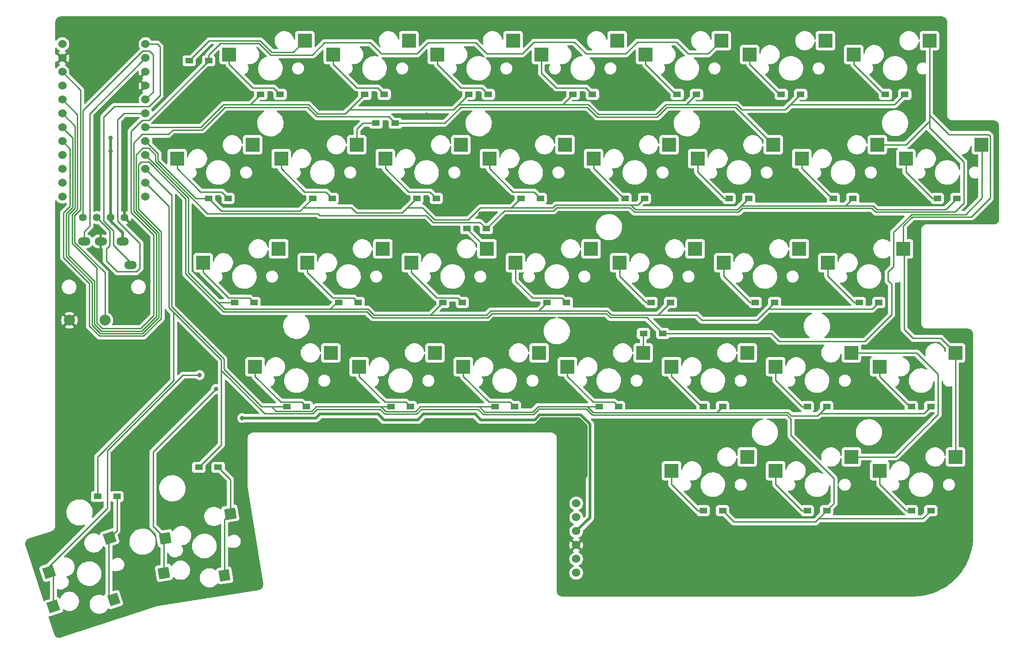
<source format=gbl>
%TF.GenerationSoftware,KiCad,Pcbnew,7.0.10*%
%TF.CreationDate,2024-02-19T14:08:03+09:00*%
%TF.ProjectId,keyball-row-staggered-right,6b657962-616c-46c2-9d72-6f772d737461,rev?*%
%TF.SameCoordinates,Original*%
%TF.FileFunction,Copper,L2,Bot*%
%TF.FilePolarity,Positive*%
%FSLAX46Y46*%
G04 Gerber Fmt 4.6, Leading zero omitted, Abs format (unit mm)*
G04 Created by KiCad (PCBNEW 7.0.10) date 2024-02-19 14:08:03*
%MOMM*%
%LPD*%
G01*
G04 APERTURE LIST*
G04 Aperture macros list*
%AMRotRect*
0 Rectangle, with rotation*
0 The origin of the aperture is its center*
0 $1 length*
0 $2 width*
0 $3 Rotation angle, in degrees counterclockwise*
0 Add horizontal line*
21,1,$1,$2,0,0,$3*%
G04 Aperture macros list end*
%TA.AperFunction,SMDPad,CuDef*%
%ADD10R,2.550000X2.500000*%
%TD*%
%TA.AperFunction,ComponentPad*%
%ADD11O,2.300000X1.500000*%
%TD*%
%TA.AperFunction,ComponentPad*%
%ADD12C,1.524000*%
%TD*%
%TA.AperFunction,SMDPad,CuDef*%
%ADD13RotRect,2.000000X2.000000X198.000000*%
%TD*%
%TA.AperFunction,SMDPad,CuDef*%
%ADD14RotRect,1.900000X2.000000X198.000000*%
%TD*%
%TA.AperFunction,ComponentPad*%
%ADD15C,2.000000*%
%TD*%
%TA.AperFunction,ComponentPad*%
%ADD16C,1.397000*%
%TD*%
%TA.AperFunction,SMDPad,CuDef*%
%ADD17RotRect,2.000000X2.000000X189.000000*%
%TD*%
%TA.AperFunction,SMDPad,CuDef*%
%ADD18RotRect,1.900000X2.000000X189.000000*%
%TD*%
%TA.AperFunction,SMDPad,CuDef*%
%ADD19R,1.400000X1.000000*%
%TD*%
%TA.AperFunction,ViaPad*%
%ADD20C,0.800000*%
%TD*%
%TA.AperFunction,Conductor*%
%ADD21C,0.250000*%
%TD*%
%TA.AperFunction,Conductor*%
%ADD22C,0.500000*%
%TD*%
G04 APERTURE END LIST*
D10*
%TO.P,SW25,1,1*%
%TO.N,Net-(D37-A)*%
X134877500Y-99695000D03*
%TO.P,SW25,2,2*%
%TO.N,Net-(D25-K)*%
X121027500Y-102235000D03*
%TD*%
D11*
%TO.P,J12,1,A*%
%TO.N,DATA_AUG*%
X60166000Y-83582000D03*
%TO.P,J12,2,B*%
%TO.N,DATA*%
X51666000Y-79282000D03*
%TO.P,J12,3,C*%
%TO.N,GND*%
X54666000Y-79282000D03*
%TO.P,J12,4,D*%
%TO.N,VCC*%
X58666000Y-79282000D03*
%TD*%
D10*
%TO.P,SW22,1,1*%
%TO.N,COL2*%
X201552500Y-80645000D03*
%TO.P,SW22,2,2*%
%TO.N,Net-(D22-A)*%
X187702500Y-83185000D03*
%TD*%
%TO.P,SW14,1,1*%
%TO.N,COL2*%
X196790000Y-61595000D03*
%TO.P,SW14,2,2*%
%TO.N,Net-(D14-A)*%
X182940000Y-64135000D03*
%TD*%
%TO.P,SW19,1,1*%
%TO.N,Net-(D38-A)*%
X144402500Y-80645000D03*
%TO.P,SW19,2,2*%
%TO.N,Net-(D19-K)*%
X130552500Y-83185000D03*
%TD*%
%TO.P,SW12,1,1*%
%TO.N,COL0*%
X158690000Y-61595000D03*
%TO.P,SW12,2,2*%
%TO.N,Net-(D12-A)*%
X144840000Y-64135000D03*
%TD*%
D12*
%TO.P,J1,1,SCLK*%
%TO.N,SCLK*%
X141680000Y-127260000D03*
%TO.P,J1,2,NCS*%
%TO.N,NCS*%
X141680000Y-129800000D03*
%TO.P,J1,3,VCC*%
%TO.N,VCC*%
X141680000Y-132340000D03*
%TO.P,J1,4,GND*%
%TO.N,GND*%
X141680000Y-134880000D03*
%TO.P,J1,5,MOSI*%
%TO.N,MOSI*%
X141680000Y-137420000D03*
%TO.P,J1,6,MISO*%
%TO.N,MISO*%
X141680000Y-139960000D03*
%TD*%
D10*
%TO.P,SW26,1,1*%
%TO.N,Net-(D38-A)*%
X153927500Y-99695000D03*
%TO.P,SW26,2,2*%
%TO.N,Net-(D26-K)*%
X140077500Y-102235000D03*
%TD*%
%TO.P,SW23,1,1*%
%TO.N,Net-(D35-A)*%
X96777500Y-99695000D03*
%TO.P,SW23,2,2*%
%TO.N,Net-(D23-K)*%
X82927500Y-102235000D03*
%TD*%
%TO.P,SW3,1,1*%
%TO.N,Net-(D37-A)*%
X130115000Y-42545000D03*
%TO.P,SW3,2,2*%
%TO.N,Net-(D3-K)*%
X116265000Y-45085000D03*
%TD*%
D13*
%TO.P,SW30,1,1*%
%TO.N,Net-(D35-A)*%
X46013695Y-146133809D03*
X45226697Y-139828396D03*
D14*
%TO.P,SW30,2,2*%
%TO.N,Net-(D30-K)*%
X57060049Y-144857848D03*
D13*
X56330000Y-133550000D03*
%TD*%
D10*
%TO.P,SW20,1,1*%
%TO.N,COL0*%
X163452500Y-80645000D03*
%TO.P,SW20,2,2*%
%TO.N,Net-(D20-A)*%
X149602500Y-83185000D03*
%TD*%
%TO.P,SW33,1,1*%
%TO.N,COL1*%
X192027500Y-118745000D03*
%TO.P,SW33,2,2*%
%TO.N,Net-(D33-A)*%
X178177500Y-121285000D03*
%TD*%
%TO.P,SW9,1,1*%
%TO.N,Net-(D36-A)*%
X101540000Y-61595000D03*
%TO.P,SW9,2,2*%
%TO.N,Net-(D9-K)*%
X87690000Y-64135000D03*
%TD*%
%TO.P,SW11,1,1*%
%TO.N,Net-(D38-A)*%
X139640000Y-61595000D03*
%TO.P,SW11,2,2*%
%TO.N,Net-(D11-K)*%
X125790000Y-64135000D03*
%TD*%
%TO.P,SW6,1,1*%
%TO.N,COL1*%
X187265000Y-42545000D03*
%TO.P,SW6,2,2*%
%TO.N,Net-(D6-A)*%
X173415000Y-45085000D03*
%TD*%
D12*
%TO.P,U1,1,TX0/D3*%
%TO.N,DATA_AUG*%
X62873000Y-43180000D03*
%TO.P,U1,2,RX1/D2*%
%TO.N,DATA*%
X62873000Y-45720000D03*
%TO.P,U1,3,GND*%
%TO.N,GND*%
X62873000Y-48260000D03*
%TO.P,U1,4,GND*%
X62873000Y-50800000D03*
%TO.P,U1,5,2/D1/SDA*%
%TO.N,SDA*%
X62873000Y-53340000D03*
%TO.P,U1,6,3/D0/SCL*%
%TO.N,SCL*%
X62873000Y-55880000D03*
%TO.P,U1,7,4/D4*%
%TO.N,ROW0*%
X62873000Y-58420000D03*
%TO.P,U1,8,5/C6*%
%TO.N,ROW1*%
X62873000Y-60960000D03*
%TO.P,U1,9,6/D7*%
%TO.N,ROW2*%
X62873000Y-63500000D03*
%TO.P,U1,10,7/E6*%
%TO.N,ROW3*%
X62873000Y-66040000D03*
%TO.P,U1,11,8/B4*%
%TO.N,ROW4*%
X62873000Y-68580000D03*
%TO.P,U1,12,9/B5*%
%TO.N,unconnected-(U1-9{slash}B5-Pad12)*%
X62873000Y-71120000D03*
%TO.P,U1,13,B6/10*%
%TO.N,NCS*%
X47653000Y-71120000D03*
%TO.P,U1,14,B2/16*%
%TO.N,MOSI*%
X47653000Y-68580000D03*
%TO.P,U1,15,B3/14*%
%TO.N,MISO*%
X47653000Y-66040000D03*
%TO.P,U1,16,B1/15*%
%TO.N,SCLK*%
X47653000Y-63500000D03*
%TO.P,U1,17,F7/A0*%
%TO.N,COL3*%
X47653000Y-60960000D03*
%TO.P,U1,18,F6/A1*%
%TO.N,COL2*%
X47653000Y-58420000D03*
%TO.P,U1,19,F5/A2*%
%TO.N,COL1*%
X47653000Y-55880000D03*
%TO.P,U1,20,F4/A3*%
%TO.N,COL0*%
X47653000Y-53340000D03*
%TO.P,U1,21,VCC*%
%TO.N,VCC*%
X47653000Y-50800000D03*
%TO.P,U1,22,RST*%
%TO.N,RESET*%
X47653000Y-48260000D03*
%TO.P,U1,23,GND*%
%TO.N,GND*%
X47653000Y-45720000D03*
%TO.P,U1,24,RAW*%
%TO.N,unconnected-(U1-RAW-Pad24)*%
X47653000Y-43180000D03*
%TD*%
D10*
%TO.P,SW29,1,1*%
%TO.N,COL2*%
X211077500Y-99695000D03*
%TO.P,SW29,2,2*%
%TO.N,Net-(D29-A)*%
X197227500Y-102235000D03*
%TD*%
%TO.P,SW21,1,1*%
%TO.N,COL1*%
X182502500Y-80645000D03*
%TO.P,SW21,2,2*%
%TO.N,Net-(D21-A)*%
X168652500Y-83185000D03*
%TD*%
D15*
%TO.P,SW_RESET1,1,1*%
%TO.N,RESET*%
X55453000Y-93726000D03*
%TO.P,SW_RESET1,2,2*%
%TO.N,GND*%
X48953000Y-93726000D03*
%TD*%
D10*
%TO.P,SW32,1,1*%
%TO.N,COL0*%
X172977500Y-118745000D03*
%TO.P,SW32,2,2*%
%TO.N,Net-(D32-A)*%
X159127500Y-121285000D03*
%TD*%
%TO.P,SW1,1,1*%
%TO.N,Net-(D35-A)*%
X92015000Y-42545000D03*
%TO.P,SW1,2,2*%
%TO.N,Net-(D1-K)*%
X78165000Y-45085000D03*
%TD*%
%TO.P,SW10,1,1*%
%TO.N,Net-(D37-A)*%
X120590000Y-61595000D03*
%TO.P,SW10,2,2*%
%TO.N,Net-(D10-K)*%
X106740000Y-64135000D03*
%TD*%
D16*
%TO.P,OL1,1,SDA*%
%TO.N,SDA*%
X51440600Y-74930000D03*
%TO.P,OL1,2,SCL*%
%TO.N,SCL*%
X53980600Y-74930000D03*
%TO.P,OL1,3,VCC*%
%TO.N,VCC*%
X56520600Y-74930000D03*
%TO.P,OL1,4,GND*%
%TO.N,GND*%
X59060600Y-74930000D03*
%TD*%
D10*
%TO.P,SW13,1,1*%
%TO.N,COL1*%
X177740000Y-61595000D03*
%TO.P,SW13,2,2*%
%TO.N,Net-(D13-A)*%
X163890000Y-64135000D03*
%TD*%
%TO.P,SW16,1,1*%
%TO.N,Net-(D35-A)*%
X87252500Y-80645000D03*
%TO.P,SW16,2,2*%
%TO.N,Net-(D16-K)*%
X73402500Y-83185000D03*
%TD*%
%TO.P,SW28,1,1*%
%TO.N,COL1*%
X192027500Y-99695000D03*
%TO.P,SW28,2,2*%
%TO.N,Net-(D28-A)*%
X178177500Y-102235000D03*
%TD*%
%TO.P,SW18,1,1*%
%TO.N,Net-(D37-A)*%
X125352500Y-80645000D03*
%TO.P,SW18,2,2*%
%TO.N,Net-(D18-K)*%
X111502500Y-83185000D03*
%TD*%
%TO.P,SW24,1,1*%
%TO.N,Net-(D36-A)*%
X115827500Y-99695000D03*
%TO.P,SW24,2,2*%
%TO.N,Net-(D24-K)*%
X101977500Y-102235000D03*
%TD*%
%TO.P,SW5,1,1*%
%TO.N,COL0*%
X168215000Y-42545000D03*
%TO.P,SW5,2,2*%
%TO.N,Net-(D5-A)*%
X154365000Y-45085000D03*
%TD*%
%TO.P,SW4,1,1*%
%TO.N,Net-(D38-A)*%
X149165000Y-42545000D03*
%TO.P,SW4,2,2*%
%TO.N,Net-(D4-K)*%
X135315000Y-45085000D03*
%TD*%
%TO.P,SW27,1,1*%
%TO.N,COL0*%
X172977500Y-99695000D03*
%TO.P,SW27,2,2*%
%TO.N,Net-(D27-A)*%
X159127500Y-102235000D03*
%TD*%
%TO.P,SW8,1,1*%
%TO.N,Net-(D35-A)*%
X82490000Y-61595000D03*
%TO.P,SW8,2,2*%
%TO.N,Net-(D8-K)*%
X68640000Y-64135000D03*
%TD*%
%TO.P,SW17,1,1*%
%TO.N,Net-(D36-A)*%
X106302500Y-80645000D03*
%TO.P,SW17,2,2*%
%TO.N,Net-(D17-K)*%
X92452500Y-83185000D03*
%TD*%
%TO.P,SW34,1,1*%
%TO.N,COL2*%
X211077500Y-118745000D03*
%TO.P,SW34,2,2*%
%TO.N,Net-(D34-A)*%
X197227500Y-121285000D03*
%TD*%
%TO.P,SW7,1,1*%
%TO.N,COL2*%
X206315000Y-42545000D03*
%TO.P,SW7,2,2*%
%TO.N,Net-(D7-A)*%
X192465000Y-45085000D03*
%TD*%
%TO.P,SW2,1,1*%
%TO.N,Net-(D36-A)*%
X111065000Y-42545000D03*
%TO.P,SW2,2,2*%
%TO.N,Net-(D2-K)*%
X97215000Y-45085000D03*
%TD*%
D17*
%TO.P,SW31,1,1*%
%TO.N,Net-(D36-A)*%
X66228166Y-139964947D03*
X66437241Y-133614050D03*
D18*
%TO.P,SW31,2,2*%
%TO.N,Net-(D31-K)*%
X77338125Y-140432726D03*
D17*
X78386002Y-129149891D03*
%TD*%
D10*
%TO.P,SW15,1,1*%
%TO.N,COL3*%
X215840000Y-61595000D03*
%TO.P,SW15,2,2*%
%TO.N,Net-(D15-A)*%
X201990000Y-64135000D03*
%TD*%
D19*
%TO.P,D12,1,K*%
%TO.N,ROW1*%
X154175000Y-71437500D03*
%TO.P,D12,2,A*%
%TO.N,Net-(D12-A)*%
X150625000Y-71437500D03*
%TD*%
%TO.P,D15,1,K*%
%TO.N,ROW1*%
X211325000Y-71437500D03*
%TO.P,D15,2,A*%
%TO.N,Net-(D15-A)*%
X207775000Y-71437500D03*
%TD*%
%TO.P,D9,1,K*%
%TO.N,Net-(D9-K)*%
X97025000Y-71437500D03*
%TO.P,D9,2,A*%
%TO.N,ROW1*%
X93475000Y-71437500D03*
%TD*%
%TO.P,D35,1,K*%
%TO.N,COL0*%
X74419000Y-46228000D03*
%TO.P,D35,2,A*%
%TO.N,Net-(D35-A)*%
X70869000Y-46228000D03*
%TD*%
%TO.P,D20,1,K*%
%TO.N,ROW2*%
X158937500Y-90487500D03*
%TO.P,D20,2,A*%
%TO.N,Net-(D20-A)*%
X155387500Y-90487500D03*
%TD*%
%TO.P,D1,1,K*%
%TO.N,Net-(D1-K)*%
X87500000Y-52387500D03*
%TO.P,D1,2,A*%
%TO.N,ROW0*%
X83950000Y-52387500D03*
%TD*%
%TO.P,D3,1,K*%
%TO.N,Net-(D3-K)*%
X125600000Y-52387500D03*
%TO.P,D3,2,A*%
%TO.N,ROW0*%
X122050000Y-52387500D03*
%TD*%
%TO.P,D2,1,K*%
%TO.N,Net-(D2-K)*%
X106550000Y-52387500D03*
%TO.P,D2,2,A*%
%TO.N,ROW0*%
X103000000Y-52387500D03*
%TD*%
%TO.P,D30,1,K*%
%TO.N,Net-(D30-K)*%
X57655000Y-125984000D03*
%TO.P,D30,2,A*%
%TO.N,ROW4*%
X54105000Y-125984000D03*
%TD*%
%TO.P,D32,1,K*%
%TO.N,ROW4*%
X168462500Y-128587500D03*
%TO.P,D32,2,A*%
%TO.N,Net-(D32-A)*%
X164912500Y-128587500D03*
%TD*%
%TO.P,D6,1,K*%
%TO.N,ROW0*%
X182750000Y-52387500D03*
%TO.P,D6,2,A*%
%TO.N,Net-(D6-A)*%
X179200000Y-52387500D03*
%TD*%
%TO.P,D5,1,K*%
%TO.N,ROW0*%
X163700000Y-52387500D03*
%TO.P,D5,2,A*%
%TO.N,Net-(D5-A)*%
X160150000Y-52387500D03*
%TD*%
%TO.P,D24,1,K*%
%TO.N,Net-(D24-K)*%
X111312500Y-109537500D03*
%TO.P,D24,2,A*%
%TO.N,ROW3*%
X107762500Y-109537500D03*
%TD*%
%TO.P,D33,1,K*%
%TO.N,ROW4*%
X187512500Y-128587500D03*
%TO.P,D33,2,A*%
%TO.N,Net-(D33-A)*%
X183962500Y-128587500D03*
%TD*%
%TO.P,D29,1,K*%
%TO.N,ROW3*%
X206562500Y-109537500D03*
%TO.P,D29,2,A*%
%TO.N,Net-(D29-A)*%
X203012500Y-109537500D03*
%TD*%
%TO.P,D36,1,K*%
%TO.N,COL1*%
X108582000Y-57658000D03*
%TO.P,D36,2,A*%
%TO.N,Net-(D36-A)*%
X105032000Y-57658000D03*
%TD*%
%TO.P,D13,1,K*%
%TO.N,ROW1*%
X173225000Y-71437500D03*
%TO.P,D13,2,A*%
%TO.N,Net-(D13-A)*%
X169675000Y-71437500D03*
%TD*%
%TO.P,D25,1,K*%
%TO.N,Net-(D25-K)*%
X130362500Y-109537500D03*
%TO.P,D25,2,A*%
%TO.N,ROW3*%
X126812500Y-109537500D03*
%TD*%
%TO.P,D16,1,K*%
%TO.N,Net-(D16-K)*%
X82737500Y-90487500D03*
%TO.P,D16,2,A*%
%TO.N,ROW2*%
X79187500Y-90487500D03*
%TD*%
%TO.P,D7,1,K*%
%TO.N,ROW0*%
X201800000Y-52387500D03*
%TO.P,D7,2,A*%
%TO.N,Net-(D7-A)*%
X198250000Y-52387500D03*
%TD*%
%TO.P,D31,1,K*%
%TO.N,Net-(D31-K)*%
X76165000Y-120650000D03*
%TO.P,D31,2,A*%
%TO.N,ROW4*%
X72615000Y-120650000D03*
%TD*%
%TO.P,D14,1,K*%
%TO.N,ROW1*%
X192275000Y-71437500D03*
%TO.P,D14,2,A*%
%TO.N,Net-(D14-A)*%
X188725000Y-71437500D03*
%TD*%
%TO.P,D34,1,K*%
%TO.N,ROW4*%
X206562500Y-128587500D03*
%TO.P,D34,2,A*%
%TO.N,Net-(D34-A)*%
X203012500Y-128587500D03*
%TD*%
%TO.P,D27,1,K*%
%TO.N,ROW3*%
X168462500Y-109537500D03*
%TO.P,D27,2,A*%
%TO.N,Net-(D27-A)*%
X164912500Y-109537500D03*
%TD*%
%TO.P,D18,1,K*%
%TO.N,Net-(D18-K)*%
X120837500Y-90487500D03*
%TO.P,D18,2,A*%
%TO.N,ROW2*%
X117287500Y-90487500D03*
%TD*%
%TO.P,D26,1,K*%
%TO.N,Net-(D26-K)*%
X149412500Y-109537500D03*
%TO.P,D26,2,A*%
%TO.N,ROW3*%
X145862500Y-109537500D03*
%TD*%
%TO.P,D38,1,K*%
%TO.N,COL3*%
X157527800Y-96164400D03*
%TO.P,D38,2,A*%
%TO.N,Net-(D38-A)*%
X153977800Y-96164400D03*
%TD*%
%TO.P,D22,1,K*%
%TO.N,ROW2*%
X197037500Y-90487500D03*
%TO.P,D22,2,A*%
%TO.N,Net-(D22-A)*%
X193487500Y-90487500D03*
%TD*%
%TO.P,D11,1,K*%
%TO.N,Net-(D11-K)*%
X135125000Y-71437500D03*
%TO.P,D11,2,A*%
%TO.N,ROW1*%
X131575000Y-71437500D03*
%TD*%
%TO.P,D19,1,K*%
%TO.N,Net-(D19-K)*%
X139887500Y-90487500D03*
%TO.P,D19,2,A*%
%TO.N,ROW2*%
X136337500Y-90487500D03*
%TD*%
%TO.P,D37,1,K*%
%TO.N,COL2*%
X125219000Y-76962000D03*
%TO.P,D37,2,A*%
%TO.N,Net-(D37-A)*%
X121669000Y-76962000D03*
%TD*%
%TO.P,D21,1,K*%
%TO.N,ROW2*%
X177987500Y-90487500D03*
%TO.P,D21,2,A*%
%TO.N,Net-(D21-A)*%
X174437500Y-90487500D03*
%TD*%
%TO.P,D23,1,K*%
%TO.N,Net-(D23-K)*%
X92262500Y-109537500D03*
%TO.P,D23,2,A*%
%TO.N,ROW3*%
X88712500Y-109537500D03*
%TD*%
%TO.P,D8,1,K*%
%TO.N,Net-(D8-K)*%
X77975000Y-71437500D03*
%TO.P,D8,2,A*%
%TO.N,ROW1*%
X74425000Y-71437500D03*
%TD*%
%TO.P,D17,1,K*%
%TO.N,Net-(D17-K)*%
X101787500Y-90487500D03*
%TO.P,D17,2,A*%
%TO.N,ROW2*%
X98237500Y-90487500D03*
%TD*%
%TO.P,D10,1,K*%
%TO.N,Net-(D10-K)*%
X116075000Y-71437500D03*
%TO.P,D10,2,A*%
%TO.N,ROW1*%
X112525000Y-71437500D03*
%TD*%
%TO.P,D28,1,K*%
%TO.N,ROW3*%
X187512500Y-109537500D03*
%TO.P,D28,2,A*%
%TO.N,Net-(D28-A)*%
X183962500Y-109537500D03*
%TD*%
%TO.P,D4,1,K*%
%TO.N,Net-(D4-K)*%
X144650000Y-52387500D03*
%TO.P,D4,2,A*%
%TO.N,ROW0*%
X141100000Y-52387500D03*
%TD*%
D20*
%TO.N,COL0*%
X172977500Y-99695000D03*
X158690000Y-61595000D03*
X168215000Y-42545000D03*
X163452500Y-80645000D03*
X172977500Y-118745000D03*
%TO.N,Net-(D35-A)*%
X72771000Y-103760396D03*
X96777500Y-99695000D03*
X92015000Y-42545000D03*
X82490000Y-61595000D03*
X87252500Y-80645000D03*
%TO.N,COL1*%
X177740000Y-61595000D03*
X187265000Y-42545000D03*
X182502500Y-80645000D03*
X192027500Y-99695000D03*
%TO.N,Net-(D36-A)*%
X75750000Y-106300000D03*
X115827500Y-99695000D03*
X111065000Y-42545000D03*
X101540000Y-61595000D03*
X106302500Y-80645000D03*
%TO.N,Net-(D37-A)*%
X134877500Y-99695000D03*
X130115000Y-42545000D03*
X120590000Y-61595000D03*
X125352500Y-80645000D03*
%TO.N,Net-(D38-A)*%
X153927500Y-99695000D03*
X144402500Y-80645000D03*
X139640000Y-61595000D03*
X149165000Y-42545000D03*
%TO.N,GND*%
X50610000Y-123825000D03*
X53680000Y-50330000D03*
X190340000Y-51300000D03*
X128680000Y-94900000D03*
X59060000Y-59590000D03*
X185737500Y-114230000D03*
X206170000Y-68300000D03*
X171280000Y-51410000D03*
X180950000Y-70720000D03*
X150040000Y-94770000D03*
X95870000Y-51570000D03*
X72320000Y-52380000D03*
X66675000Y-95250000D03*
X89170000Y-87650000D03*
X124090000Y-74230000D03*
X152040000Y-107860000D03*
X153630000Y-77020000D03*
X194540000Y-123825000D03*
X71437500Y-123825000D03*
X78960000Y-56740000D03*
X199510000Y-96510000D03*
X114270000Y-56110000D03*
X137080000Y-51540000D03*
X54990000Y-42770000D03*
X59060600Y-62050000D03*
X177270000Y-95010000D03*
X138240000Y-70010000D03*
X186730000Y-78240000D03*
X111080000Y-77170000D03*
X104360000Y-95840000D03*
X166300000Y-95170000D03*
X114170000Y-51630000D03*
X77810000Y-112870000D03*
X202230000Y-106660000D03*
X51820000Y-143700000D03*
X83130000Y-75690000D03*
X93070000Y-57550000D03*
X156760000Y-107130000D03*
X213940000Y-69800000D03*
X209550000Y-128587500D03*
X158320000Y-126840000D03*
X142710000Y-88870000D03*
%TO.N,VCC*%
X80560000Y-111620000D03*
X56515000Y-60370000D03*
X56520600Y-62750000D03*
%TD*%
D21*
%TO.N,Net-(D1-K)*%
X82467316Y-51181000D02*
X86293500Y-51181000D01*
X78165000Y-46878684D02*
X82467316Y-51181000D01*
X78165000Y-45085000D02*
X78165000Y-46878684D01*
X86293500Y-51181000D02*
X87500000Y-52387500D01*
%TO.N,ROW0*%
X77173604Y-54270000D02*
X82042000Y-54270000D01*
X141074500Y-52387500D02*
X139192000Y-54270000D01*
X122050000Y-52387500D02*
X122024500Y-52387500D01*
X94366396Y-55940000D02*
X99422000Y-55940000D01*
X62873000Y-58420000D02*
X73023604Y-58420000D01*
X158070000Y-54270000D02*
X161798000Y-54270000D01*
X145680000Y-56050000D02*
X156290000Y-56050000D01*
X100096000Y-55266000D02*
X100162000Y-55200000D01*
X92696396Y-54270000D02*
X94366396Y-55940000D01*
X156290000Y-56050000D02*
X158070000Y-54270000D01*
X122024500Y-52387500D02*
X120142000Y-54270000D01*
X163680500Y-52387500D02*
X161798000Y-54270000D01*
X99422000Y-55940000D02*
X101092000Y-54270000D01*
X199917500Y-54270000D02*
X201800000Y-52387500D01*
X73023604Y-58420000D02*
X77173604Y-54270000D01*
X163700000Y-52387500D02*
X163680500Y-52387500D01*
X103000000Y-52387500D02*
X102974500Y-52387500D01*
X182730500Y-52387500D02*
X180848000Y-54270000D01*
X141100000Y-52387500D02*
X141074500Y-52387500D01*
X100162000Y-55200000D02*
X119212000Y-55200000D01*
X102974500Y-52387500D02*
X101092000Y-54270000D01*
X143900000Y-54270000D02*
X145680000Y-56050000D01*
X119212000Y-55200000D02*
X120142000Y-54270000D01*
X161798000Y-54270000D02*
X171051396Y-54270000D01*
X171951396Y-55170000D02*
X179948000Y-55170000D01*
X180848000Y-54270000D02*
X199917500Y-54270000D01*
X82042000Y-54270000D02*
X92696396Y-54270000D01*
X120142000Y-54270000D02*
X139192000Y-54270000D01*
X83950000Y-52387500D02*
X82067500Y-54270000D01*
X82067500Y-54270000D02*
X82042000Y-54270000D01*
X171051396Y-54270000D02*
X171951396Y-55170000D01*
X139192000Y-54270000D02*
X143900000Y-54270000D01*
X179948000Y-55170000D02*
X180848000Y-54270000D01*
X182750000Y-52387500D02*
X182730500Y-52387500D01*
%TO.N,Net-(D2-K)*%
X101517316Y-51181000D02*
X105343500Y-51181000D01*
X97215000Y-45085000D02*
X97215000Y-46878684D01*
X105343500Y-51181000D02*
X106550000Y-52387500D01*
X97215000Y-46878684D02*
X101517316Y-51181000D01*
%TO.N,Net-(D3-K)*%
X120567316Y-51181000D02*
X124393500Y-51181000D01*
X116265000Y-45085000D02*
X116265000Y-46878684D01*
X116265000Y-46878684D02*
X120567316Y-51181000D01*
X124393500Y-51181000D02*
X125600000Y-52387500D01*
%TO.N,Net-(D4-K)*%
X138043500Y-51181000D02*
X143443500Y-51181000D01*
X143443500Y-51181000D02*
X144650000Y-52387500D01*
X135315000Y-45085000D02*
X135315000Y-48452500D01*
X135315000Y-48452500D02*
X138043500Y-51181000D01*
%TO.N,Net-(D5-A)*%
X154365000Y-45085000D02*
X154365000Y-46878684D01*
X159873816Y-52387500D02*
X160150000Y-52387500D01*
X154365000Y-46878684D02*
X159873816Y-52387500D01*
%TO.N,Net-(D6-A)*%
X173415000Y-46878684D02*
X178923816Y-52387500D01*
X173415000Y-45085000D02*
X173415000Y-46878684D01*
X178923816Y-52387500D02*
X179200000Y-52387500D01*
%TO.N,Net-(D7-A)*%
X192465000Y-46878684D02*
X197973816Y-52387500D01*
X197973816Y-52387500D02*
X198250000Y-52387500D01*
X192465000Y-45085000D02*
X192465000Y-46878684D01*
%TO.N,Net-(D8-K)*%
X68640000Y-65928684D02*
X72942316Y-70231000D01*
X68640000Y-64135000D02*
X68640000Y-65928684D01*
X76768500Y-70231000D02*
X77975000Y-71437500D01*
X72942316Y-70231000D02*
X76768500Y-70231000D01*
%TO.N,ROW1*%
X190930000Y-72780000D02*
X195976396Y-72780000D01*
X65151000Y-64505208D02*
X72083292Y-71437500D01*
X112525000Y-71437500D02*
X112458500Y-71437500D01*
X192272500Y-71437500D02*
X192275000Y-71437500D01*
X93475000Y-71437500D02*
X93459300Y-71437500D01*
X110744000Y-73152000D02*
X113512000Y-73152000D01*
X137422000Y-73152000D02*
X129794000Y-73152000D01*
X115720000Y-75360000D02*
X121934695Y-75360000D01*
X76717500Y-73730000D02*
X91166800Y-73730000D01*
X91166800Y-73730000D02*
X91744800Y-73152000D01*
X101450000Y-74070000D02*
X109826000Y-74070000D01*
X109826000Y-74070000D02*
X110744000Y-73152000D01*
X196649396Y-73453000D02*
X209309500Y-73453000D01*
X121934695Y-75360000D02*
X124142695Y-73152000D01*
X131508500Y-71437500D02*
X129794000Y-73152000D01*
X171882500Y-72780000D02*
X190930000Y-72780000D01*
X171876250Y-72786250D02*
X171882500Y-72780000D01*
X173225000Y-71437500D02*
X171876250Y-72786250D01*
X91744800Y-73152000D02*
X100532000Y-73152000D01*
X113512000Y-73152000D02*
X115720000Y-75360000D01*
X112458500Y-71437500D02*
X110744000Y-73152000D01*
X151675292Y-72630000D02*
X137944000Y-72630000D01*
X93459300Y-71437500D02*
X91744800Y-73152000D01*
X195976396Y-72780000D02*
X196649396Y-73453000D01*
X154175000Y-71437500D02*
X152982500Y-72630000D01*
X137944000Y-72630000D02*
X137422000Y-73152000D01*
X124142695Y-73152000D02*
X129794000Y-73152000D01*
X171876250Y-72786250D02*
X171192500Y-73470000D01*
X72083292Y-71437500D02*
X74425000Y-71437500D01*
X62873000Y-60960000D02*
X65151000Y-63238000D01*
X209309500Y-73453000D02*
X211325000Y-71437500D01*
X100532000Y-73152000D02*
X101450000Y-74070000D01*
X171192500Y-73470000D02*
X152515292Y-73470000D01*
X152515292Y-73470000D02*
X151675292Y-72630000D01*
X190930000Y-72780000D02*
X192272500Y-71437500D01*
X74425000Y-71437500D02*
X76717500Y-73730000D01*
X152982500Y-72630000D02*
X151675292Y-72630000D01*
X65151000Y-63238000D02*
X65151000Y-64505208D01*
X131575000Y-71437500D02*
X131508500Y-71437500D01*
%TO.N,Net-(D9-K)*%
X91992316Y-70231000D02*
X95818500Y-70231000D01*
X87690000Y-64135000D02*
X87690000Y-65928684D01*
X87690000Y-65928684D02*
X91992316Y-70231000D01*
X95818500Y-70231000D02*
X97025000Y-71437500D01*
%TO.N,Net-(D10-K)*%
X106740000Y-65928684D02*
X111042316Y-70231000D01*
X114868500Y-70231000D02*
X116075000Y-71437500D01*
X111042316Y-70231000D02*
X114868500Y-70231000D01*
X106740000Y-64135000D02*
X106740000Y-65928684D01*
%TO.N,Net-(D11-K)*%
X125790000Y-64135000D02*
X125790000Y-65928684D01*
X125790000Y-65928684D02*
X130092316Y-70231000D01*
X133918500Y-70231000D02*
X135125000Y-71437500D01*
X130092316Y-70231000D02*
X133918500Y-70231000D01*
%TO.N,Net-(D12-A)*%
X144840000Y-64135000D02*
X144840000Y-65928684D01*
X150348816Y-71437500D02*
X150625000Y-71437500D01*
X144840000Y-65928684D02*
X150348816Y-71437500D01*
%TO.N,Net-(D13-A)*%
X163890000Y-64135000D02*
X163890000Y-66602500D01*
X168725000Y-71437500D02*
X169675000Y-71437500D01*
X163890000Y-66602500D02*
X168725000Y-71437500D01*
%TO.N,Net-(D14-A)*%
X182940000Y-65928684D02*
X188448816Y-71437500D01*
X182940000Y-64135000D02*
X182940000Y-65928684D01*
X188448816Y-71437500D02*
X188725000Y-71437500D01*
%TO.N,Net-(D15-A)*%
X201990000Y-64135000D02*
X201990000Y-66602500D01*
X206825000Y-71437500D02*
X207775000Y-71437500D01*
X201990000Y-66602500D02*
X206825000Y-71437500D01*
%TO.N,Net-(D16-K)*%
X73402500Y-83185000D02*
X73402500Y-84978684D01*
X73402500Y-84978684D02*
X78086316Y-89662500D01*
X81912500Y-89662500D02*
X82737500Y-90487500D01*
X78086316Y-89662500D02*
X81912500Y-89662500D01*
%TO.N,ROW2*%
X136337500Y-90487500D02*
X136334500Y-90487500D01*
X76136500Y-90487500D02*
X76073000Y-90424000D01*
X176784000Y-91694000D02*
X195831000Y-91694000D01*
X96647000Y-91694000D02*
X103550396Y-91694000D01*
X174748000Y-93730000D02*
X176784000Y-91694000D01*
X158937500Y-90487500D02*
X157731000Y-91694000D01*
X76073000Y-90424000D02*
X77343000Y-91694000D01*
X147336396Y-92020000D02*
X148066396Y-92750000D01*
X77343000Y-91694000D02*
X96647000Y-91694000D01*
X114972000Y-92800000D02*
X125263604Y-92800000D01*
X70681000Y-71308000D02*
X70681000Y-85032000D01*
X103550396Y-91694000D02*
X104656396Y-92800000D01*
X117284500Y-90487500D02*
X116078000Y-91694000D01*
X98237500Y-90487500D02*
X97853500Y-90487500D01*
X176784000Y-91694000D02*
X177038000Y-91440000D01*
X195831000Y-91694000D02*
X197037500Y-90487500D01*
X156678000Y-92750000D02*
X157734000Y-91694000D01*
X148066396Y-92750000D02*
X156678000Y-92750000D01*
X177987500Y-90487500D02*
X177987500Y-90490500D01*
X177987500Y-90490500D02*
X177038000Y-91440000D01*
X104656396Y-92800000D02*
X114972000Y-92800000D01*
X117287500Y-90487500D02*
X117284500Y-90487500D01*
X136334500Y-90487500D02*
X135128000Y-91694000D01*
X156678000Y-92750000D02*
X163710000Y-92750000D01*
X125263604Y-92800000D02*
X126043604Y-92020000D01*
X134802000Y-92020000D02*
X135128000Y-91694000D01*
X126043604Y-92020000D02*
X134802000Y-92020000D01*
X164690000Y-93730000D02*
X174748000Y-93730000D01*
X62873000Y-63500000D02*
X70681000Y-71308000D01*
X70681000Y-85032000D02*
X76073000Y-90424000D01*
X97853500Y-90487500D02*
X96647000Y-91694000D01*
X157731000Y-91694000D02*
X157734000Y-91694000D01*
X134630000Y-92020000D02*
X147336396Y-92020000D01*
X79187500Y-90487500D02*
X76136500Y-90487500D01*
X114972000Y-92800000D02*
X116078000Y-91694000D01*
X163710000Y-92750000D02*
X164690000Y-93730000D01*
%TO.N,Net-(D17-K)*%
X92452500Y-84978684D02*
X97136316Y-89662500D01*
X97136316Y-89662500D02*
X100962500Y-89662500D01*
X92452500Y-83185000D02*
X92452500Y-84978684D01*
X100962500Y-89662500D02*
X101787500Y-90487500D01*
%TO.N,Net-(D18-K)*%
X116186316Y-89662500D02*
X120012500Y-89662500D01*
X111502500Y-84978684D02*
X116186316Y-89662500D01*
X120012500Y-89662500D02*
X120837500Y-90487500D01*
X111502500Y-83185000D02*
X111502500Y-84978684D01*
%TO.N,Net-(D19-K)*%
X139062500Y-89662500D02*
X139887500Y-90487500D01*
X130552500Y-86552500D02*
X133662500Y-89662500D01*
X133662500Y-89662500D02*
X139062500Y-89662500D01*
X130552500Y-83185000D02*
X130552500Y-86552500D01*
%TO.N,Net-(D20-A)*%
X154437500Y-90487500D02*
X155387500Y-90487500D01*
X149602500Y-85652500D02*
X154437500Y-90487500D01*
X149602500Y-83185000D02*
X149602500Y-85652500D01*
%TO.N,Net-(D21-A)*%
X173487500Y-90487500D02*
X174437500Y-90487500D01*
X168652500Y-83185000D02*
X168652500Y-85652500D01*
X168652500Y-85652500D02*
X173487500Y-90487500D01*
%TO.N,Net-(D22-A)*%
X192537500Y-90487500D02*
X193487500Y-90487500D01*
X187702500Y-85652500D02*
X192537500Y-90487500D01*
X187702500Y-83185000D02*
X187702500Y-85652500D01*
%TO.N,Net-(D23-K)*%
X91437500Y-108712500D02*
X92262500Y-109537500D01*
X87611316Y-108712500D02*
X91437500Y-108712500D01*
X82927500Y-102235000D02*
X82927500Y-104028684D01*
X82927500Y-104028684D02*
X87611316Y-108712500D01*
%TO.N,ROW3*%
X143700000Y-109537500D02*
X144779500Y-110617000D01*
X93287500Y-110362500D02*
X94090000Y-109560000D01*
X77200000Y-102693604D02*
X84043896Y-109537500D01*
X77200000Y-100822000D02*
X77200000Y-102693604D01*
X112250000Y-110450000D02*
X113160000Y-109540000D01*
X167386000Y-110617000D02*
X180412000Y-110617000D01*
X67622000Y-70789000D02*
X67622000Y-91244000D01*
X107740000Y-109560000D02*
X107762500Y-109537500D01*
X187512500Y-109540500D02*
X186182000Y-110871000D01*
X62873000Y-66040000D02*
X67622000Y-70789000D01*
X105960000Y-109560000D02*
X106850000Y-110450000D01*
X85915500Y-109537500D02*
X86740500Y-110362500D01*
X106850000Y-110450000D02*
X112250000Y-110450000D01*
X67622000Y-91244000D02*
X77200000Y-100822000D01*
X124910000Y-110520000D02*
X133700000Y-110520000D01*
X84043896Y-109537500D02*
X85915500Y-109537500D01*
X187512500Y-109537500D02*
X187512500Y-109540500D01*
X180975000Y-111180000D02*
X185873000Y-111180000D01*
X168462500Y-109540500D02*
X167386000Y-110617000D01*
X186273000Y-110780000D02*
X205320000Y-110780000D01*
X180412000Y-110617000D02*
X180975000Y-111180000D01*
X126810000Y-109540000D02*
X126812500Y-109537500D01*
X113160000Y-109540000D02*
X126810000Y-109540000D01*
X105960000Y-109560000D02*
X107740000Y-109560000D01*
X88712500Y-109537500D02*
X85915500Y-109537500D01*
X123930000Y-109540000D02*
X124910000Y-110520000D01*
X205320000Y-110780000D02*
X206562500Y-109537500D01*
X185873000Y-111180000D02*
X186182000Y-110871000D01*
X186182000Y-110871000D02*
X186273000Y-110780000D01*
X133700000Y-110520000D02*
X134682500Y-109537500D01*
X144779500Y-110617000D02*
X167386000Y-110617000D01*
X168462500Y-109537500D02*
X168462500Y-109540500D01*
X94090000Y-109560000D02*
X105960000Y-109560000D01*
X86740500Y-110362500D02*
X93287500Y-110362500D01*
X134682500Y-109537500D02*
X145862500Y-109537500D01*
%TO.N,Net-(D24-K)*%
X101977500Y-104028684D02*
X106661316Y-108712500D01*
X110487500Y-108712500D02*
X111312500Y-109537500D01*
X106661316Y-108712500D02*
X110487500Y-108712500D01*
X101977500Y-102235000D02*
X101977500Y-104028684D01*
%TO.N,Net-(D25-K)*%
X125711316Y-108712500D02*
X129537500Y-108712500D01*
X129537500Y-108712500D02*
X130362500Y-109537500D01*
X121027500Y-104028684D02*
X125711316Y-108712500D01*
X121027500Y-102235000D02*
X121027500Y-104028684D01*
%TO.N,Net-(D26-K)*%
X140077500Y-102235000D02*
X140077500Y-104028684D01*
X144761316Y-108712500D02*
X148587500Y-108712500D01*
X148587500Y-108712500D02*
X149412500Y-109537500D01*
X140077500Y-104028684D02*
X144761316Y-108712500D01*
%TO.N,Net-(D27-A)*%
X164636316Y-109537500D02*
X164912500Y-109537500D01*
X159127500Y-104028684D02*
X164636316Y-109537500D01*
X159127500Y-102235000D02*
X159127500Y-104028684D01*
%TO.N,Net-(D28-A)*%
X178177500Y-104702500D02*
X183012500Y-109537500D01*
X178177500Y-102235000D02*
X178177500Y-104702500D01*
X183012500Y-109537500D02*
X183962500Y-109537500D01*
%TO.N,Net-(D29-A)*%
X202736316Y-109537500D02*
X203012500Y-109537500D01*
X197227500Y-102235000D02*
X197227500Y-104028684D01*
X197227500Y-104028684D02*
X202736316Y-109537500D01*
%TO.N,Net-(D30-K)*%
X56180257Y-133699743D02*
X56330000Y-133550000D01*
X57060049Y-144857848D02*
X56180257Y-143978056D01*
X56180257Y-143978056D02*
X56180257Y-133699743D01*
X57655000Y-125984000D02*
X57655000Y-132225000D01*
X57655000Y-132225000D02*
X56330000Y-133550000D01*
%TO.N,ROW4*%
X73485802Y-97744198D02*
X67172000Y-91430396D01*
X180975000Y-114808000D02*
X180975000Y-111816396D01*
X68010000Y-104820000D02*
X68010000Y-92268396D01*
X170515000Y-130640000D02*
X185463000Y-130640000D01*
X94276396Y-110010000D02*
X93473896Y-110812500D01*
X76750000Y-116515000D02*
X76750000Y-101008396D01*
X113346396Y-109990000D02*
X112436396Y-110900000D01*
X180225604Y-111067000D02*
X144593604Y-111067000D01*
X187512500Y-128587500D02*
X188849000Y-127251000D01*
X186055000Y-130048000D02*
X205102000Y-130048000D01*
X186055000Y-130045000D02*
X186055000Y-130048000D01*
X54105000Y-125984000D02*
X54105000Y-118725000D01*
X188849000Y-127251000D02*
X188849000Y-122682000D01*
X133886396Y-110970000D02*
X124723604Y-110970000D01*
X67172000Y-72879000D02*
X62873000Y-68580000D01*
X205102000Y-130048000D02*
X206562500Y-128587500D01*
X76750000Y-102880000D02*
X76750000Y-102730000D01*
X144593604Y-111067000D02*
X143514104Y-109987500D01*
X93473896Y-110812500D02*
X84682500Y-110812500D01*
X68010000Y-92268396D02*
X67172000Y-91430396D01*
X185463000Y-130640000D02*
X186055000Y-130048000D01*
X134868896Y-109987500D02*
X133886396Y-110970000D01*
X180975000Y-111816396D02*
X180225604Y-111067000D01*
X188849000Y-122682000D02*
X180975000Y-114808000D01*
X84682500Y-110812500D02*
X76750000Y-102880000D01*
X105773604Y-110010000D02*
X94276396Y-110010000D01*
X168462500Y-128587500D02*
X170515000Y-130640000D01*
X72615000Y-120650000D02*
X76750000Y-116515000D01*
X76750000Y-101008396D02*
X73485802Y-97744198D01*
X124723604Y-110970000D02*
X123743604Y-109990000D01*
X187512500Y-128587500D02*
X186055000Y-130045000D01*
X54105000Y-118725000D02*
X68010000Y-104820000D01*
X143514104Y-109987500D02*
X134868896Y-109987500D01*
X123743604Y-109990000D02*
X113346396Y-109990000D01*
X112436396Y-110900000D02*
X106663604Y-110900000D01*
X67172000Y-91430396D02*
X67172000Y-72879000D01*
X106663604Y-110900000D02*
X105773604Y-110010000D01*
%TO.N,Net-(D31-K)*%
X78386002Y-122871002D02*
X76165000Y-120650000D01*
X77338125Y-140432726D02*
X77338125Y-130197768D01*
X78386002Y-129149891D02*
X78386002Y-122871002D01*
X77338125Y-130197768D02*
X78386002Y-129149891D01*
%TO.N,Net-(D32-A)*%
X159127500Y-123752500D02*
X163962500Y-128587500D01*
X163962500Y-128587500D02*
X164912500Y-128587500D01*
X159127500Y-121285000D02*
X159127500Y-123752500D01*
%TO.N,Net-(D33-A)*%
X178177500Y-121285000D02*
X178177500Y-123752500D01*
X183012500Y-128587500D02*
X183962500Y-128587500D01*
X178177500Y-123752500D02*
X183012500Y-128587500D01*
%TO.N,Net-(D34-A)*%
X202062500Y-128587500D02*
X203012500Y-128587500D01*
X197227500Y-123752500D02*
X202062500Y-128587500D01*
X197227500Y-121285000D02*
X197227500Y-123752500D01*
%TO.N,COL0*%
X50419000Y-73404604D02*
X49461000Y-74362604D01*
X162179000Y-44958000D02*
X165802000Y-44958000D01*
X112552000Y-44958000D02*
X114584000Y-42926000D01*
X165802000Y-44958000D02*
X168215000Y-42545000D01*
X47653000Y-53340000D02*
X50419000Y-56106000D01*
X53975000Y-94241417D02*
X54983583Y-95250000D01*
X141351000Y-42799000D02*
X143510000Y-44958000D01*
X150749000Y-44958000D02*
X152908000Y-42799000D01*
X93403000Y-45154000D02*
X95631000Y-42926000D01*
X60245000Y-73965188D02*
X60245000Y-59144396D01*
X133985000Y-42799000D02*
X141351000Y-42799000D01*
X74419000Y-45215000D02*
X76581000Y-43053000D01*
X76581000Y-43053000D02*
X83693000Y-43053000D01*
X95631000Y-42926000D02*
X104013000Y-42926000D01*
X123317000Y-42926000D02*
X125349000Y-44958000D01*
X74419000Y-46237604D02*
X74419000Y-46228000D01*
X53975000Y-84147676D02*
X53975000Y-94241417D01*
X74419000Y-46228000D02*
X74419000Y-45215000D01*
X63506604Y-57150000D02*
X74419000Y-46237604D01*
X64389000Y-78109188D02*
X60245000Y-73965188D01*
X50419000Y-56106000D02*
X50419000Y-73404604D01*
X106045000Y-44958000D02*
X112552000Y-44958000D01*
X160020000Y-42799000D02*
X162179000Y-44958000D01*
X131826000Y-44958000D02*
X133985000Y-42799000D01*
X61976000Y-95250000D02*
X64389000Y-92837000D01*
X114584000Y-42926000D02*
X123317000Y-42926000D01*
X49461000Y-79633676D02*
X53975000Y-84147676D01*
X64389000Y-92837000D02*
X64389000Y-78109188D01*
X62239396Y-57150000D02*
X63506604Y-57150000D01*
X152908000Y-42799000D02*
X160020000Y-42799000D01*
X125349000Y-44958000D02*
X131826000Y-44958000D01*
X60245000Y-59144396D02*
X62239396Y-57150000D01*
X85794000Y-45154000D02*
X93403000Y-45154000D01*
X54983583Y-95250000D02*
X61976000Y-95250000D01*
X83693000Y-43053000D02*
X85794000Y-45154000D01*
X143510000Y-44958000D02*
X150749000Y-44958000D01*
X49461000Y-74362604D02*
X49461000Y-79633676D01*
X104013000Y-42926000D02*
X106045000Y-44958000D01*
%TO.N,Net-(D35-A)*%
X74552000Y-42545000D02*
X70869000Y-46228000D01*
X89856000Y-44704000D02*
X85980396Y-44704000D01*
X83821396Y-42545000D02*
X74552000Y-42545000D01*
X69709604Y-103760396D02*
X72771000Y-103760396D01*
X46013695Y-140615394D02*
X45226697Y-139828396D01*
X92015000Y-42545000D02*
X89856000Y-44704000D01*
X55880000Y-117590000D02*
X69709604Y-103760396D01*
X55880000Y-128123630D02*
X55880000Y-117590000D01*
X45226697Y-138776933D02*
X55880000Y-128123630D01*
X45226697Y-139828396D02*
X45226697Y-138776933D01*
X85980396Y-44704000D02*
X83821396Y-42545000D01*
X46013695Y-146133809D02*
X46013695Y-140615394D01*
%TO.N,COL1*%
X192027500Y-99695000D02*
X203962000Y-99695000D01*
X117602000Y-57658000D02*
X120540000Y-54720000D01*
X145493604Y-56500000D02*
X156476396Y-56500000D01*
X170865000Y-54720000D02*
X177740000Y-61595000D01*
X158256396Y-54720000D02*
X170865000Y-54720000D01*
X53525000Y-94427813D02*
X54797187Y-95700000D01*
X64839000Y-77922792D02*
X60695000Y-73778792D01*
X62230000Y-59690000D02*
X67056000Y-59690000D01*
X67056000Y-59690000D02*
X67876000Y-58870000D01*
X207899000Y-110998000D02*
X200152000Y-118745000D01*
X53525000Y-86607104D02*
X53525000Y-94427813D01*
X143713604Y-54720000D02*
X145493604Y-56500000D01*
X156476396Y-56500000D02*
X158256396Y-54720000D01*
X49969000Y-58196000D02*
X49969000Y-73218208D01*
X48779000Y-74408208D02*
X48779000Y-81861104D01*
X67876000Y-58870000D02*
X73210000Y-58870000D01*
X47653000Y-55880000D02*
X49969000Y-58196000D01*
X73210000Y-58870000D02*
X77360000Y-54720000D01*
X94260000Y-56470000D02*
X107394000Y-56470000D01*
X48779000Y-81861104D02*
X53525000Y-86607104D01*
X62162396Y-95700000D02*
X64839000Y-93023396D01*
X64839000Y-93023396D02*
X64839000Y-77922792D01*
X207899000Y-103632000D02*
X207899000Y-110998000D01*
X60695000Y-61225000D02*
X62230000Y-59690000D01*
X200152000Y-118745000D02*
X192027500Y-118745000D01*
X120540000Y-54720000D02*
X143713604Y-54720000D01*
X54797187Y-95700000D02*
X62162396Y-95700000D01*
X49969000Y-73218208D02*
X48779000Y-74408208D01*
X108582000Y-57658000D02*
X117602000Y-57658000D01*
X187265000Y-42545000D02*
X187265000Y-42993000D01*
X77360000Y-54720000D02*
X92510000Y-54720000D01*
X92510000Y-54720000D02*
X94260000Y-56470000D01*
X203962000Y-99695000D02*
X207899000Y-103632000D01*
X60695000Y-73778792D02*
X60695000Y-61225000D01*
X107394000Y-56470000D02*
X108582000Y-57658000D01*
%TO.N,Net-(D36-A)*%
X102616000Y-57658000D02*
X101540000Y-58734000D01*
X64250000Y-117800000D02*
X64250000Y-131426809D01*
X105032000Y-57658000D02*
X102616000Y-57658000D01*
X101540000Y-58734000D02*
X101540000Y-61595000D01*
X66228166Y-133823125D02*
X66437241Y-133614050D01*
X75750000Y-106300000D02*
X64250000Y-117800000D01*
X64250000Y-131426809D02*
X66437241Y-133614050D01*
X66228166Y-139964947D02*
X66228166Y-133823125D01*
%TO.N,COL2*%
X64701000Y-64691604D02*
X74219396Y-74210000D01*
X152328896Y-73920000D02*
X171378896Y-73920000D01*
X203327000Y-97028000D02*
X203454000Y-97028000D01*
X151488896Y-73080000D02*
X152328896Y-73920000D01*
X201552500Y-76450500D02*
X201552500Y-80645000D01*
X211093400Y-99710900D02*
X211077500Y-99695000D01*
X172068896Y-73230000D02*
X195790000Y-73230000D01*
X65289000Y-93209792D02*
X65289000Y-77736396D01*
X61145000Y-63442000D02*
X62357000Y-62230000D01*
X94740000Y-74520000D02*
X114243604Y-74520000D01*
X211077500Y-118745000D02*
X211093400Y-118729100D01*
X62357000Y-62230000D02*
X63506604Y-62230000D01*
X206315000Y-42545000D02*
X206330900Y-42560900D01*
X209872800Y-59720000D02*
X217073000Y-59720000D01*
X125219000Y-76962000D02*
X128501000Y-73680000D01*
X49519000Y-60314000D02*
X49519000Y-73031812D01*
X115533604Y-75810000D02*
X124067000Y-75810000D01*
X203454000Y-97028000D02*
X208410500Y-97028000D01*
X48329000Y-82047500D02*
X53075000Y-86793500D01*
X210958000Y-73903000D02*
X212598000Y-72263000D01*
X65289000Y-77736396D02*
X61145000Y-73592396D01*
X206330900Y-56178100D02*
X206330900Y-57321100D01*
X138130396Y-73080000D02*
X151488896Y-73080000D01*
X212598000Y-72263000D02*
X212598000Y-64754650D01*
X47653000Y-58420000D02*
X47653000Y-58448000D01*
X114243604Y-74520000D02*
X115533604Y-75810000D01*
X53075000Y-94614209D02*
X54610791Y-96150000D01*
X201676000Y-80768500D02*
X201552500Y-80645000D01*
X203200000Y-74803000D02*
X201552500Y-76450500D01*
X206330900Y-42560900D02*
X206330900Y-56178100D01*
X206330900Y-57321100D02*
X202057000Y-61595000D01*
X47653000Y-58448000D02*
X49519000Y-60314000D01*
X217440000Y-71358000D02*
X213995000Y-74803000D01*
X124067000Y-75810000D02*
X125219000Y-76962000D01*
X217073000Y-59720000D02*
X217440000Y-60087000D01*
X48329000Y-74221812D02*
X48329000Y-82047500D01*
X212598000Y-64754650D02*
X206330900Y-58487550D01*
X211093400Y-118729100D02*
X211093400Y-99710900D01*
X94430000Y-74210000D02*
X94740000Y-74520000D01*
X217440000Y-60087000D02*
X217440000Y-71358000D01*
X196463000Y-73903000D02*
X210958000Y-73903000D01*
X74219396Y-74210000D02*
X94430000Y-74210000D01*
X64701000Y-63424396D02*
X64701000Y-64691604D01*
X54610791Y-96150000D02*
X62348792Y-96150000D01*
X195790000Y-73230000D02*
X196463000Y-73903000D01*
X213995000Y-74803000D02*
X203200000Y-74803000D01*
X49519000Y-73031812D02*
X48329000Y-74221812D01*
X201676000Y-95377000D02*
X201676000Y-80768500D01*
X211077500Y-99695000D02*
X208726250Y-97343750D01*
X63506604Y-62230000D02*
X64701000Y-63424396D01*
X128501000Y-73680000D02*
X137530396Y-73680000D01*
X171378896Y-73920000D02*
X172068896Y-73230000D01*
X62348792Y-96150000D02*
X65289000Y-93209792D01*
X53075000Y-86793500D02*
X53075000Y-94614209D01*
X206330900Y-58487550D02*
X206330900Y-57321100D01*
X208726250Y-97343750D02*
X208410500Y-97028000D01*
X61145000Y-73592396D02*
X61145000Y-63442000D01*
X201676000Y-95377000D02*
X203327000Y-97028000D01*
X137530396Y-73680000D02*
X138130396Y-73080000D01*
X202057000Y-61595000D02*
X196790000Y-61595000D01*
X206330900Y-56178100D02*
X209872800Y-59720000D01*
%TO.N,Net-(D37-A)*%
X125352500Y-80645000D02*
X125352000Y-80645000D01*
X130115000Y-42545000D02*
X130115000Y-42739000D01*
X125352000Y-80645000D02*
X121669000Y-76962000D01*
%TO.N,COL3*%
X194520000Y-97580000D02*
X178814695Y-97580000D01*
X52625000Y-86979896D02*
X52625000Y-94800605D01*
X65739000Y-93396188D02*
X65739000Y-77550000D01*
X70231000Y-85218396D02*
X77156604Y-92144000D01*
X126230000Y-92470000D02*
X147150000Y-92470000D01*
X62535188Y-96600000D02*
X65739000Y-93396188D01*
X147150000Y-92470000D02*
X147887600Y-93207600D01*
X215900000Y-61655000D02*
X215900000Y-71374000D01*
X47879000Y-74035416D02*
X47879000Y-82233896D01*
X125450000Y-93250000D02*
X126230000Y-92470000D01*
X147887600Y-93207600D02*
X154571000Y-93207600D01*
X199390000Y-92710000D02*
X194520000Y-97580000D01*
X199771000Y-83883500D02*
X198755000Y-84899500D01*
X77156604Y-92144000D02*
X103364000Y-92144000D01*
X154571000Y-93207600D02*
X157527800Y-96164400D01*
X178814695Y-97580000D02*
X177399095Y-96164400D01*
X49069000Y-62376000D02*
X49069000Y-72845416D01*
X215840000Y-61595000D02*
X215900000Y-61655000D01*
X52625000Y-94800605D02*
X54424395Y-96600000D01*
X62103000Y-64770000D02*
X63506604Y-64770000D01*
X47653000Y-60960000D02*
X49069000Y-62376000D01*
X70231000Y-71494396D02*
X70231000Y-85218396D01*
X199771000Y-77595604D02*
X199771000Y-83883500D01*
X198755000Y-86487000D02*
X199390000Y-87122000D01*
X65739000Y-77550000D02*
X61595000Y-73406000D01*
X198755000Y-84899500D02*
X198755000Y-86487000D01*
X199390000Y-87122000D02*
X199390000Y-92710000D01*
X54424395Y-96600000D02*
X62535188Y-96600000D01*
X104470000Y-93250000D02*
X125450000Y-93250000D01*
X215900000Y-71374000D02*
X212921000Y-74353000D01*
X212921000Y-74353000D02*
X203013604Y-74353000D01*
X63506604Y-64770000D02*
X70231000Y-71494396D01*
X203013604Y-74353000D02*
X199771000Y-77595604D01*
X103364000Y-92144000D02*
X104470000Y-93250000D01*
X61595000Y-65278000D02*
X62103000Y-64770000D01*
X157553200Y-96139000D02*
X157527800Y-96164400D01*
X49069000Y-72845416D02*
X47879000Y-74035416D01*
X61595000Y-73406000D02*
X61595000Y-65278000D01*
X47879000Y-82233896D02*
X52625000Y-86979896D01*
X177399095Y-96164400D02*
X157527800Y-96164400D01*
%TO.N,Net-(D38-A)*%
X153927500Y-96214700D02*
X153977800Y-96164400D01*
X149165000Y-42545000D02*
X149606000Y-42545000D01*
X153927500Y-99695000D02*
X153927500Y-96214700D01*
D22*
%TO.N,GND*%
X141680000Y-134880000D02*
X140260000Y-133460000D01*
X135279950Y-111760000D02*
X134169950Y-112870000D01*
X59060600Y-62050000D02*
X59060000Y-62049400D01*
X142200050Y-111760000D02*
X135279950Y-111760000D01*
X59060600Y-62050000D02*
X59060600Y-74930000D01*
X140260000Y-125420000D02*
X143480000Y-122200000D01*
X143480000Y-122200000D02*
X143480000Y-113039950D01*
X140260000Y-133460000D02*
X140260000Y-125420000D01*
X143480000Y-113039950D02*
X142200050Y-111760000D01*
X59060000Y-62049400D02*
X59060000Y-59590000D01*
X134169950Y-112870000D02*
X77810000Y-112870000D01*
%TO.N,VCC*%
X94060000Y-111620000D02*
X80560000Y-111620000D01*
X94780000Y-110900000D02*
X94060000Y-111620000D01*
X56520600Y-62750000D02*
X56520600Y-74930000D01*
X144190000Y-129830000D02*
X144190000Y-112760000D01*
X134110000Y-111940000D02*
X124200000Y-111940000D01*
X144190000Y-112760000D02*
X142490000Y-111060000D01*
X134990000Y-111060000D02*
X134110000Y-111940000D01*
X56520600Y-75570600D02*
X58666000Y-77716000D01*
X56515000Y-62744400D02*
X56515000Y-60370000D01*
X105450000Y-110900000D02*
X94780000Y-110900000D01*
X123160000Y-110900000D02*
X113730000Y-110900000D01*
X56520600Y-62750000D02*
X56515000Y-62744400D01*
X112690000Y-111940000D02*
X106490000Y-111940000D01*
X106490000Y-111940000D02*
X105450000Y-110900000D01*
X142490000Y-111060000D02*
X134990000Y-111060000D01*
X141680000Y-132340000D02*
X144190000Y-129830000D01*
X56520600Y-74930000D02*
X56520600Y-75570600D01*
X124200000Y-111940000D02*
X123160000Y-110900000D01*
X58666000Y-77716000D02*
X58666000Y-79282000D01*
X113730000Y-110900000D02*
X112690000Y-111940000D01*
D21*
%TO.N,DATA_AUG*%
X65532000Y-52578000D02*
X65532000Y-43688000D01*
X57000000Y-79940000D02*
X57000000Y-77318604D01*
X55245000Y-56515000D02*
X57150000Y-54610000D01*
X55245000Y-75563604D02*
X55245000Y-56515000D01*
X63500000Y-54610000D02*
X65532000Y-52578000D01*
X65532000Y-43688000D02*
X65024000Y-43180000D01*
X60166000Y-83582000D02*
X60166000Y-83106000D01*
X57000000Y-77318604D02*
X55245000Y-75563604D01*
X65024000Y-43180000D02*
X62873000Y-43180000D01*
X60166000Y-83106000D02*
X57000000Y-79940000D01*
X57150000Y-54610000D02*
X63500000Y-54610000D01*
%TO.N,DATA*%
X51666000Y-77493000D02*
X52705000Y-76454000D01*
X52705000Y-76454000D02*
X52705000Y-55888000D01*
X51666000Y-79282000D02*
X51666000Y-77493000D01*
X52705000Y-55888000D02*
X62873000Y-45720000D01*
%TO.N,SDA*%
X62357000Y-44450000D02*
X63627000Y-44450000D01*
X63627000Y-44450000D02*
X64262000Y-45085000D01*
X51440600Y-55366400D02*
X62357000Y-44450000D01*
X64262000Y-51951000D02*
X62873000Y-53340000D01*
X51440600Y-74930000D02*
X51440600Y-55366400D01*
X64262000Y-45085000D02*
X64262000Y-51951000D01*
%TO.N,SCL*%
X61849000Y-79629000D02*
X57785000Y-75565000D01*
X61849000Y-84201000D02*
X61849000Y-79629000D01*
X57686000Y-84836000D02*
X61214000Y-84836000D01*
X55690000Y-80680000D02*
X55690000Y-82840000D01*
X56340000Y-77295000D02*
X56340000Y-80030000D01*
X61214000Y-84836000D02*
X61849000Y-84201000D01*
X53980600Y-74935600D02*
X56340000Y-77295000D01*
X57785000Y-57023000D02*
X58928000Y-55880000D01*
X58928000Y-55880000D02*
X62873000Y-55880000D01*
X56340000Y-80030000D02*
X55690000Y-80680000D01*
X55690000Y-82840000D02*
X57686000Y-84836000D01*
X53980600Y-74930000D02*
X53980600Y-74935600D01*
X57785000Y-75565000D02*
X57785000Y-57023000D01*
%TO.N,RESET*%
X47653000Y-48260000D02*
X50990600Y-51597600D01*
X49911000Y-79447280D02*
X55453000Y-84989280D01*
X50990600Y-73469400D02*
X49911000Y-74549000D01*
X55453000Y-84989280D02*
X55453000Y-93726000D01*
X49911000Y-74549000D02*
X49911000Y-79447280D01*
X50990600Y-51597600D02*
X50990600Y-73469400D01*
%TD*%
%TA.AperFunction,Conductor*%
%TO.N,GND*%
G36*
X208555646Y-38094467D02*
G01*
X208594606Y-38097874D01*
X208595537Y-38097961D01*
X208722236Y-38110458D01*
X208742130Y-38114078D01*
X208805721Y-38131116D01*
X208809578Y-38132218D01*
X208902054Y-38160268D01*
X208918455Y-38166541D01*
X208983620Y-38196927D01*
X208989588Y-38199911D01*
X209069574Y-38242662D01*
X209082209Y-38250424D01*
X209142848Y-38292882D01*
X209150349Y-38298572D01*
X209218988Y-38354901D01*
X209227990Y-38363060D01*
X209280716Y-38415784D01*
X209288872Y-38424783D01*
X209345202Y-38493419D01*
X209350924Y-38500961D01*
X209393342Y-38561539D01*
X209401125Y-38574208D01*
X209443853Y-38654144D01*
X209446877Y-38660192D01*
X209477241Y-38725305D01*
X209483520Y-38741715D01*
X209511568Y-38834172D01*
X209512683Y-38838077D01*
X209529704Y-38901603D01*
X209533332Y-38921541D01*
X209546020Y-39050363D01*
X209546145Y-39051704D01*
X209549298Y-39087724D01*
X209549770Y-39098537D01*
X209549770Y-56155724D01*
X209549800Y-56156027D01*
X209549800Y-56231033D01*
X209580197Y-56403432D01*
X209580198Y-56403435D01*
X209599336Y-56456016D01*
X209640072Y-56567937D01*
X209717511Y-56702068D01*
X209727603Y-56719549D01*
X209840126Y-56853653D01*
X209946090Y-56942570D01*
X209974229Y-56966182D01*
X210125835Y-57053716D01*
X210163646Y-57067479D01*
X210290337Y-57113594D01*
X210462732Y-57143997D01*
X210462738Y-57143998D01*
X210462739Y-57143998D01*
X210525838Y-57143998D01*
X210527057Y-57144238D01*
X210549491Y-57144007D01*
X210550771Y-57144000D01*
X210602126Y-57144000D01*
X210602129Y-57143998D01*
X218069862Y-57143997D01*
X218080647Y-57144467D01*
X218119606Y-57147874D01*
X218120537Y-57147961D01*
X218247236Y-57160458D01*
X218267130Y-57164078D01*
X218330721Y-57181116D01*
X218334578Y-57182218D01*
X218427054Y-57210268D01*
X218443455Y-57216541D01*
X218508620Y-57246927D01*
X218514588Y-57249911D01*
X218594574Y-57292662D01*
X218607209Y-57300424D01*
X218667848Y-57342882D01*
X218675349Y-57348572D01*
X218743988Y-57404901D01*
X218752990Y-57413060D01*
X218805716Y-57465784D01*
X218813876Y-57474787D01*
X218870202Y-57543419D01*
X218875924Y-57550961D01*
X218918342Y-57611539D01*
X218926125Y-57624208D01*
X218968853Y-57704144D01*
X218971877Y-57710192D01*
X219002241Y-57775305D01*
X219008520Y-57791715D01*
X219036568Y-57884172D01*
X219037683Y-57888077D01*
X219054704Y-57951603D01*
X219058332Y-57971541D01*
X219071020Y-58100363D01*
X219071145Y-58101704D01*
X219074298Y-58137724D01*
X219074770Y-58148537D01*
X219074770Y-75188083D01*
X219074298Y-75198894D01*
X219070802Y-75238839D01*
X219070679Y-75240164D01*
X219058392Y-75365100D01*
X219054762Y-75385058D01*
X219037185Y-75450655D01*
X219036071Y-75454556D01*
X219008670Y-75544886D01*
X219002390Y-75561298D01*
X218971390Y-75627774D01*
X218968367Y-75633820D01*
X218926390Y-75712353D01*
X218918606Y-75725025D01*
X218875439Y-75786672D01*
X218869717Y-75794213D01*
X218814292Y-75861747D01*
X218806120Y-75870763D01*
X218752546Y-75924336D01*
X218743529Y-75932508D01*
X218675989Y-75987935D01*
X218668447Y-75993657D01*
X218606798Y-76036822D01*
X218594128Y-76044605D01*
X218515606Y-76086574D01*
X218509557Y-76089599D01*
X218443064Y-76120603D01*
X218426655Y-76126880D01*
X218336362Y-76154268D01*
X218332459Y-76155383D01*
X218266801Y-76172974D01*
X218246862Y-76176601D01*
X218123925Y-76188706D01*
X218122578Y-76188831D01*
X218080352Y-76192524D01*
X218069548Y-76192996D01*
X205839157Y-76192996D01*
X205839065Y-76192969D01*
X205700237Y-76192971D01*
X205700230Y-76192972D01*
X205527830Y-76223376D01*
X205363327Y-76283255D01*
X205363319Y-76283259D01*
X205211716Y-76370792D01*
X205211709Y-76370796D01*
X205077606Y-76483325D01*
X205077603Y-76483328D01*
X204965078Y-76617434D01*
X204877547Y-76769045D01*
X204877545Y-76769049D01*
X204817669Y-76933556D01*
X204787270Y-77105960D01*
X204787270Y-94255335D01*
X204787301Y-94255658D01*
X204787301Y-94331031D01*
X204817700Y-94503432D01*
X204877568Y-94667925D01*
X204877573Y-94667935D01*
X204960961Y-94812372D01*
X204965104Y-94819547D01*
X205077627Y-94953651D01*
X205193634Y-95050995D01*
X205211730Y-95066180D01*
X205363336Y-95153714D01*
X205527838Y-95213592D01*
X205567610Y-95220606D01*
X205700232Y-95243995D01*
X205700238Y-95243996D01*
X205700239Y-95243996D01*
X205763338Y-95243996D01*
X205764557Y-95244236D01*
X205786991Y-95244005D01*
X205788271Y-95243998D01*
X205839626Y-95243998D01*
X205839629Y-95243996D01*
X213307352Y-95243996D01*
X213318152Y-95244467D01*
X213327591Y-95245292D01*
X213357048Y-95247868D01*
X213358026Y-95247959D01*
X213484745Y-95260459D01*
X213504636Y-95264079D01*
X213568205Y-95281110D01*
X213572035Y-95282205D01*
X213664561Y-95310270D01*
X213680961Y-95316543D01*
X213746080Y-95346907D01*
X213752088Y-95349911D01*
X213805897Y-95378671D01*
X213832066Y-95392658D01*
X213844736Y-95400440D01*
X213881824Y-95426409D01*
X213905317Y-95442858D01*
X213912839Y-95448564D01*
X213981504Y-95504914D01*
X213990499Y-95513067D01*
X214043207Y-95565774D01*
X214051369Y-95574778D01*
X214107706Y-95643423D01*
X214113421Y-95650956D01*
X214155837Y-95711530D01*
X214163621Y-95724200D01*
X214206365Y-95804166D01*
X214209389Y-95810216D01*
X214239742Y-95875307D01*
X214246020Y-95891716D01*
X214274081Y-95984218D01*
X214275195Y-95988119D01*
X214292201Y-96051583D01*
X214295830Y-96071523D01*
X214308530Y-96200456D01*
X214308655Y-96201802D01*
X214311798Y-96237720D01*
X214312270Y-96248529D01*
X214312270Y-133292065D01*
X214312218Y-133295671D01*
X214299026Y-133749069D01*
X214299022Y-133749205D01*
X214293460Y-133933418D01*
X214293044Y-133940483D01*
X214260315Y-134314599D01*
X214260278Y-134315013D01*
X214235930Y-134582969D01*
X214235130Y-134589719D01*
X214183265Y-134943817D01*
X214183162Y-134944503D01*
X214140023Y-135227959D01*
X214138874Y-135234375D01*
X214068026Y-135577517D01*
X214067825Y-135578468D01*
X214006080Y-135866120D01*
X214004617Y-135872188D01*
X213915024Y-136206570D01*
X213914695Y-136207774D01*
X213834580Y-136495176D01*
X213832841Y-136500881D01*
X213724752Y-136827096D01*
X213724263Y-136828542D01*
X213626121Y-137112963D01*
X213624143Y-137118295D01*
X213497923Y-137436027D01*
X213497245Y-137437698D01*
X213381443Y-137717285D01*
X213379264Y-137722237D01*
X213235308Y-138030969D01*
X213234413Y-138032848D01*
X213101419Y-138306007D01*
X213099078Y-138310574D01*
X212937822Y-138609661D01*
X212936683Y-138611726D01*
X212787026Y-138877090D01*
X212784558Y-138881271D01*
X212606515Y-139169940D01*
X212605108Y-139172169D01*
X212439390Y-139428498D01*
X212436834Y-139432296D01*
X212242529Y-139709809D01*
X212240830Y-139712175D01*
X212059741Y-139958300D01*
X212057133Y-139961719D01*
X211847181Y-140227264D01*
X211845170Y-140229741D01*
X211649384Y-140464683D01*
X211646759Y-140467731D01*
X211421861Y-140720465D01*
X211419520Y-140723023D01*
X211209823Y-140945805D01*
X211207215Y-140948494D01*
X210967997Y-141187730D01*
X210965309Y-141190338D01*
X210742584Y-141400014D01*
X210740026Y-141402356D01*
X210487269Y-141627310D01*
X210484220Y-141629935D01*
X210249285Y-141825745D01*
X210246809Y-141827756D01*
X209981313Y-142037704D01*
X209977894Y-142040313D01*
X209731761Y-142221438D01*
X209729394Y-142223137D01*
X209451889Y-142417467D01*
X209448092Y-142420023D01*
X209191795Y-142585749D01*
X209189566Y-142587156D01*
X208900888Y-142765235D01*
X208896707Y-142767703D01*
X208631414Y-142917346D01*
X208629349Y-142918485D01*
X208330215Y-143079798D01*
X208325648Y-143082140D01*
X208052538Y-143215136D01*
X208050660Y-143216031D01*
X207741911Y-143360024D01*
X207736959Y-143362203D01*
X207457366Y-143478033D01*
X207455695Y-143478711D01*
X207138012Y-143604940D01*
X207132680Y-143606919D01*
X206848202Y-143705105D01*
X206846756Y-143705594D01*
X206520607Y-143813689D01*
X206514903Y-143815428D01*
X206227536Y-143895558D01*
X206226331Y-143895888D01*
X205891895Y-143985523D01*
X205885827Y-143986986D01*
X205598298Y-144048727D01*
X205597348Y-144048928D01*
X205254108Y-144119826D01*
X205247691Y-144120976D01*
X204964379Y-144164115D01*
X204963693Y-144164218D01*
X204609441Y-144216133D01*
X204602691Y-144216933D01*
X204334856Y-144241290D01*
X204334443Y-144241327D01*
X203960221Y-144274096D01*
X203953158Y-144274512D01*
X203772800Y-144279975D01*
X203772662Y-144279979D01*
X203314969Y-144293331D01*
X203311363Y-144293384D01*
X139118263Y-144298437D01*
X139107461Y-144297966D01*
X139068154Y-144294532D01*
X139066804Y-144294407D01*
X138941021Y-144282031D01*
X138921090Y-144278407D01*
X138856673Y-144261154D01*
X138852824Y-144260055D01*
X138761191Y-144232269D01*
X138744785Y-144225993D01*
X138717194Y-144213131D01*
X138679122Y-144195381D01*
X138673074Y-144192358D01*
X138593684Y-144149932D01*
X138581011Y-144142148D01*
X138520000Y-144099433D01*
X138512459Y-144093713D01*
X138467966Y-144057203D01*
X138444251Y-144037743D01*
X138435239Y-144029576D01*
X138382185Y-143976527D01*
X138374012Y-143967510D01*
X138318040Y-143899313D01*
X138312316Y-143891769D01*
X138269593Y-143830755D01*
X138261809Y-143818085D01*
X138219379Y-143738705D01*
X138216367Y-143732680D01*
X138185732Y-143666983D01*
X138179463Y-143650597D01*
X138151650Y-143558901D01*
X138150573Y-143555130D01*
X138133311Y-143490704D01*
X138129685Y-143470766D01*
X138117220Y-143344142D01*
X138117119Y-143343059D01*
X138113741Y-143304424D01*
X138113270Y-143293626D01*
X138113270Y-115350392D01*
X138113284Y-115350344D01*
X138113284Y-115299015D01*
X138113285Y-115299015D01*
X138113286Y-115211481D01*
X138082888Y-115039073D01*
X138023012Y-114874564D01*
X137935479Y-114722951D01*
X137935475Y-114722946D01*
X137822953Y-114588848D01*
X137822940Y-114588836D01*
X137688843Y-114476318D01*
X137688842Y-114476317D01*
X137688837Y-114476313D01*
X137537223Y-114388781D01*
X137372712Y-114328908D01*
X137372709Y-114328907D01*
X137372708Y-114328907D01*
X137200304Y-114298512D01*
X137112768Y-114298513D01*
X137112767Y-114298513D01*
X82561824Y-114298507D01*
X82561324Y-114298507D01*
X82561225Y-114298507D01*
X82549998Y-114298507D01*
X82549823Y-114298522D01*
X82473791Y-114298522D01*
X82301389Y-114328917D01*
X82136878Y-114388790D01*
X81985269Y-114476319D01*
X81985267Y-114476321D01*
X81851161Y-114588847D01*
X81851153Y-114588854D01*
X81738632Y-114722951D01*
X81738628Y-114722957D01*
X81651100Y-114874559D01*
X81651097Y-114874566D01*
X81591221Y-115039070D01*
X81560823Y-115211473D01*
X81560823Y-115211477D01*
X81560824Y-115299007D01*
X81560824Y-124148479D01*
X81560777Y-124150999D01*
X81561178Y-124153298D01*
X84383622Y-141973502D01*
X84384847Y-141984254D01*
X84387552Y-142022954D01*
X84387641Y-142024327D01*
X84395101Y-142151298D01*
X84394634Y-142171535D01*
X84387766Y-142236869D01*
X84387276Y-142240896D01*
X84374024Y-142336698D01*
X84370390Y-142353887D01*
X84350608Y-142422872D01*
X84348568Y-142429319D01*
X84318847Y-142515026D01*
X84313142Y-142528757D01*
X84280742Y-142595187D01*
X84276271Y-142603529D01*
X84231349Y-142680176D01*
X84224688Y-142690360D01*
X84180918Y-142750606D01*
X84173293Y-142760086D01*
X84114283Y-142826497D01*
X84107729Y-142833329D01*
X84054568Y-142884669D01*
X84043273Y-142894338D01*
X83970942Y-142949096D01*
X83965440Y-142953029D01*
X83905949Y-142993159D01*
X83890727Y-143001927D01*
X83803682Y-143044153D01*
X83800003Y-143045864D01*
X83740041Y-143072565D01*
X83720915Y-143079268D01*
X83595380Y-143112034D01*
X83594074Y-143112368D01*
X83559303Y-143121041D01*
X83548691Y-143123200D01*
X65165786Y-146034767D01*
X65162920Y-146035158D01*
X65160381Y-146036035D01*
X47414640Y-151796749D01*
X47404215Y-151799637D01*
X47399172Y-151800800D01*
X47364594Y-151808773D01*
X47363310Y-151809062D01*
X47241396Y-151835812D01*
X47221279Y-151838525D01*
X47152570Y-151842109D01*
X47148517Y-151842254D01*
X47055102Y-151844067D01*
X47037559Y-151843163D01*
X46964139Y-151834133D01*
X46957452Y-151833124D01*
X46870452Y-151817569D01*
X46856000Y-151814080D01*
X46783552Y-151791916D01*
X46774624Y-151788807D01*
X46693803Y-151757159D01*
X46682711Y-151752174D01*
X46614780Y-151717548D01*
X46604223Y-151711497D01*
X46531127Y-151664690D01*
X46523358Y-151659286D01*
X46462860Y-151613685D01*
X46451545Y-151604040D01*
X46387851Y-151542785D01*
X46383108Y-151537968D01*
X46332665Y-151483864D01*
X46321629Y-151470203D01*
X46268187Y-151393510D01*
X46265943Y-151390175D01*
X46228448Y-151332427D01*
X46218844Y-151314594D01*
X46170268Y-151203521D01*
X46169766Y-151202356D01*
X46152230Y-151161037D01*
X46148444Y-151150911D01*
X45141472Y-148051772D01*
X45139478Y-147981933D01*
X45175558Y-147922100D01*
X45238259Y-147891272D01*
X45269420Y-147891493D01*
X45269465Y-147890462D01*
X45278325Y-147890841D01*
X45278326Y-147890842D01*
X45422116Y-147897005D01*
X45480789Y-147884680D01*
X47473960Y-147237058D01*
X47528673Y-147212543D01*
X47641379Y-147123039D01*
X47724303Y-147005407D01*
X47770728Y-146869178D01*
X47776891Y-146725388D01*
X47776890Y-146725384D01*
X47777044Y-146721797D01*
X47799581Y-146655662D01*
X47854295Y-146612210D01*
X47923816Y-146605236D01*
X47969079Y-146623948D01*
X47969095Y-146623922D01*
X47969295Y-146624037D01*
X47970779Y-146624651D01*
X47973109Y-146626239D01*
X47973113Y-146626242D01*
X48200327Y-146757424D01*
X48444554Y-146853276D01*
X48700340Y-146911658D01*
X48700346Y-146911658D01*
X48700349Y-146911659D01*
X48896454Y-146926355D01*
X48896473Y-146926355D01*
X48896476Y-146926356D01*
X48896478Y-146926356D01*
X49027462Y-146926356D01*
X49027464Y-146926356D01*
X49027466Y-146926355D01*
X49027485Y-146926355D01*
X49223590Y-146911659D01*
X49223592Y-146911658D01*
X49223600Y-146911658D01*
X49479386Y-146853276D01*
X49723613Y-146757424D01*
X49950827Y-146626242D01*
X50155951Y-146462661D01*
X50334403Y-146270335D01*
X50482198Y-146053560D01*
X50491021Y-146035240D01*
X50531091Y-145952033D01*
X50596033Y-145817179D01*
X50673366Y-145566471D01*
X50712470Y-145307038D01*
X50712470Y-145044674D01*
X50673366Y-144785241D01*
X50596033Y-144534533D01*
X50548722Y-144436290D01*
X50482202Y-144298159D01*
X50482201Y-144298158D01*
X50482200Y-144298157D01*
X50482198Y-144298152D01*
X50334403Y-144081377D01*
X50301278Y-144045677D01*
X50155955Y-143889054D01*
X50066962Y-143818085D01*
X49950827Y-143725470D01*
X49723613Y-143594288D01*
X49479386Y-143498436D01*
X49479381Y-143498434D01*
X49479372Y-143498432D01*
X49261788Y-143448770D01*
X49223600Y-143440054D01*
X49223599Y-143440053D01*
X49223595Y-143440053D01*
X49223590Y-143440052D01*
X49027485Y-143425356D01*
X49027464Y-143425356D01*
X48896476Y-143425356D01*
X48896454Y-143425356D01*
X48700349Y-143440052D01*
X48700344Y-143440053D01*
X48444567Y-143498432D01*
X48444548Y-143498438D01*
X48200326Y-143594288D01*
X47973113Y-143725470D01*
X47767984Y-143889054D01*
X47589537Y-144081376D01*
X47441738Y-144298158D01*
X47441737Y-144298159D01*
X47327908Y-144534529D01*
X47312629Y-144584064D01*
X47274058Y-144642323D01*
X47210114Y-144670481D01*
X47141097Y-144659597D01*
X47097033Y-144624629D01*
X47064819Y-144584064D01*
X47002925Y-144506125D01*
X47002924Y-144506124D01*
X47002923Y-144506123D01*
X46885294Y-144423201D01*
X46749061Y-144376775D01*
X46740347Y-144375139D01*
X46741022Y-144371539D01*
X46691030Y-144354105D01*
X46647969Y-144299083D01*
X46639195Y-144253268D01*
X46639195Y-143002325D01*
X46658880Y-142935286D01*
X46711684Y-142889531D01*
X46780842Y-142879587D01*
X46818464Y-142891323D01*
X46907551Y-142935684D01*
X47121543Y-142996570D01*
X47287576Y-143011955D01*
X47287580Y-143011955D01*
X47398578Y-143011955D01*
X47398582Y-143011955D01*
X47564615Y-142996570D01*
X47778607Y-142935684D01*
X47977768Y-142836513D01*
X48128600Y-142722608D01*
X48148500Y-142711381D01*
X48148145Y-142710692D01*
X48207338Y-142680176D01*
X48340205Y-142611679D01*
X48346734Y-142606545D01*
X48420973Y-142548162D01*
X48505409Y-142481760D01*
X48643042Y-142322924D01*
X48643460Y-142322201D01*
X48748124Y-142140917D01*
X48748123Y-142140917D01*
X48748127Y-142140912D01*
X48816867Y-141942301D01*
X48846777Y-141734270D01*
X48836777Y-141524338D01*
X48787227Y-141320092D01*
X48778358Y-141300671D01*
X48699924Y-141128924D01*
X48699921Y-141128919D01*
X48699920Y-141128918D01*
X48699919Y-141128915D01*
X48578009Y-140957716D01*
X48578007Y-140957714D01*
X48578002Y-140957708D01*
X48421627Y-140808606D01*
X48423424Y-140806720D01*
X48389396Y-140758919D01*
X48386082Y-140689128D01*
X48421025Y-140628624D01*
X48478988Y-140597489D01*
X48682878Y-140550953D01*
X48927105Y-140455101D01*
X49154319Y-140323919D01*
X49325715Y-140187235D01*
X50319613Y-140187235D01*
X50349771Y-140487022D01*
X50349772Y-140487024D01*
X50419618Y-140780114D01*
X50419623Y-140780128D01*
X50527910Y-141061289D01*
X50527914Y-141061298D01*
X50672715Y-141325527D01*
X50672719Y-141325533D01*
X50768907Y-141456080D01*
X50851444Y-141568100D01*
X51012151Y-141734270D01*
X51060909Y-141784685D01*
X51297368Y-141971415D01*
X51297370Y-141971416D01*
X51297375Y-141971420D01*
X51556620Y-142124971D01*
X51834018Y-142242598D01*
X52124619Y-142322202D01*
X52423237Y-142362362D01*
X52423241Y-142362362D01*
X52649142Y-142362362D01*
X52813054Y-142351388D01*
X52874524Y-142347274D01*
X53169793Y-142287258D01*
X53454427Y-142188422D01*
X53723349Y-142052530D01*
X53971759Y-141882006D01*
X54195223Y-141679894D01*
X54389755Y-141449801D01*
X54551883Y-141195832D01*
X54678713Y-140922520D01*
X54767983Y-140634741D01*
X54818099Y-140337632D01*
X54828167Y-140036493D01*
X54798008Y-139736700D01*
X54728159Y-139443601D01*
X54619867Y-139162428D01*
X54475065Y-138898197D01*
X54467071Y-138887348D01*
X54386537Y-138778046D01*
X54296336Y-138655624D01*
X54086870Y-138439038D01*
X54053142Y-138412403D01*
X53850411Y-138252308D01*
X53850407Y-138252305D01*
X53850405Y-138252304D01*
X53591160Y-138098753D01*
X53313762Y-137981126D01*
X53313753Y-137981123D01*
X53023162Y-137901522D01*
X52948506Y-137891482D01*
X52724543Y-137861362D01*
X52498646Y-137861362D01*
X52498638Y-137861362D01*
X52273258Y-137876449D01*
X52273249Y-137876451D01*
X51977984Y-137936466D01*
X51693354Y-138035301D01*
X51693349Y-138035303D01*
X51424436Y-138171190D01*
X51176015Y-138341722D01*
X50952555Y-138543831D01*
X50758022Y-138773926D01*
X50595896Y-139027892D01*
X50595895Y-139027894D01*
X50471278Y-139296439D01*
X50469067Y-139301204D01*
X50461270Y-139326338D01*
X50379797Y-139588980D01*
X50352429Y-139751230D01*
X50329681Y-139886092D01*
X50319853Y-140180070D01*
X50319613Y-140187235D01*
X49325715Y-140187235D01*
X49359443Y-140160338D01*
X49537895Y-139968012D01*
X49685690Y-139751237D01*
X49799525Y-139514856D01*
X49876858Y-139264148D01*
X49915962Y-139004715D01*
X49915962Y-138742351D01*
X49876858Y-138482918D01*
X49799525Y-138232210D01*
X49735256Y-138098753D01*
X49685694Y-137995836D01*
X49685693Y-137995835D01*
X49685692Y-137995834D01*
X49685690Y-137995829D01*
X49537895Y-137779054D01*
X49527903Y-137768286D01*
X49359447Y-137586731D01*
X49266177Y-137512351D01*
X49154319Y-137423147D01*
X48927105Y-137291965D01*
X48682878Y-137196113D01*
X48682873Y-137196111D01*
X48682864Y-137196109D01*
X48465280Y-137146447D01*
X48427092Y-137137731D01*
X48427091Y-137137730D01*
X48427087Y-137137730D01*
X48427082Y-137137729D01*
X48230977Y-137123033D01*
X48230956Y-137123033D01*
X48099968Y-137123033D01*
X48099946Y-137123033D01*
X48071320Y-137125179D01*
X48002997Y-137110559D01*
X47953424Y-137061322D01*
X47938341Y-136993100D01*
X47962535Y-136927553D01*
X47974366Y-136913852D01*
X56263786Y-128624432D01*
X56276048Y-128614610D01*
X56275865Y-128614389D01*
X56281868Y-128609421D01*
X56281877Y-128609416D01*
X56327934Y-128560369D01*
X56330582Y-128557636D01*
X56350120Y-128538100D01*
X56352570Y-128534940D01*
X56360154Y-128526059D01*
X56390062Y-128494212D01*
X56399714Y-128476653D01*
X56410389Y-128460402D01*
X56422674Y-128444566D01*
X56440030Y-128404455D01*
X56445161Y-128393984D01*
X56466194Y-128355728D01*
X56466194Y-128355727D01*
X56466197Y-128355722D01*
X56471180Y-128336310D01*
X56477477Y-128317921D01*
X56485438Y-128299525D01*
X56492270Y-128256378D01*
X56494639Y-128244946D01*
X56502178Y-128215585D01*
X56505500Y-128202649D01*
X56505500Y-128182613D01*
X56507027Y-128163212D01*
X56510160Y-128143434D01*
X56506050Y-128099954D01*
X56505500Y-128088285D01*
X56505500Y-127020431D01*
X56525185Y-126953392D01*
X56577989Y-126907637D01*
X56647147Y-126897693D01*
X56703813Y-126921166D01*
X56712669Y-126927796D01*
X56712670Y-126927796D01*
X56712671Y-126927797D01*
X56847516Y-126978091D01*
X56907113Y-126984499D01*
X56907122Y-126984499D01*
X56907127Y-126984500D01*
X56907131Y-126984499D01*
X56910434Y-126984677D01*
X56910424Y-126984855D01*
X56910431Y-126984856D01*
X56910417Y-126984977D01*
X56910366Y-126985946D01*
X56972478Y-127004144D01*
X57018264Y-127056921D01*
X57029500Y-127108499D01*
X57029500Y-131663708D01*
X57009815Y-131730747D01*
X56957011Y-131776502D01*
X56928881Y-131783843D01*
X56929169Y-131785210D01*
X56921579Y-131786804D01*
X56911105Y-131789004D01*
X56862906Y-131799128D01*
X56862905Y-131799129D01*
X54869739Y-132446749D01*
X54869734Y-132446751D01*
X54815021Y-132471266D01*
X54702314Y-132560771D01*
X54619393Y-132678399D01*
X54572967Y-132814628D01*
X54572967Y-132814631D01*
X54568112Y-132927889D01*
X54545574Y-132994024D01*
X54490859Y-133037475D01*
X54421338Y-133044447D01*
X54382226Y-133029965D01*
X54181410Y-132914024D01*
X53975069Y-132833041D01*
X53937183Y-132818172D01*
X53937178Y-132818170D01*
X53937169Y-132818168D01*
X53719585Y-132768506D01*
X53681397Y-132759790D01*
X53681396Y-132759789D01*
X53681392Y-132759789D01*
X53681387Y-132759788D01*
X53485282Y-132745092D01*
X53485261Y-132745092D01*
X53354273Y-132745092D01*
X53354251Y-132745092D01*
X53158146Y-132759788D01*
X53158141Y-132759789D01*
X52902364Y-132818168D01*
X52902345Y-132818174D01*
X52658123Y-132914024D01*
X52430910Y-133045206D01*
X52225781Y-133208790D01*
X52047334Y-133401112D01*
X51899535Y-133617894D01*
X51899534Y-133617895D01*
X51785705Y-133854265D01*
X51708373Y-134104968D01*
X51708372Y-134104973D01*
X51708371Y-134104977D01*
X51696790Y-134181810D01*
X51669267Y-134364404D01*
X51669267Y-134626779D01*
X51689097Y-134758335D01*
X51708371Y-134886207D01*
X51708372Y-134886209D01*
X51708373Y-134886215D01*
X51785705Y-135136918D01*
X51899534Y-135373288D01*
X51899535Y-135373289D01*
X51899537Y-135373292D01*
X51899539Y-135373296D01*
X51995068Y-135513411D01*
X52047334Y-135590071D01*
X52225781Y-135782393D01*
X52225785Y-135782396D01*
X52225786Y-135782397D01*
X52430910Y-135945978D01*
X52658124Y-136077160D01*
X52902351Y-136173012D01*
X53158137Y-136231394D01*
X53158143Y-136231394D01*
X53158146Y-136231395D01*
X53354251Y-136246091D01*
X53354270Y-136246091D01*
X53354273Y-136246092D01*
X53354275Y-136246092D01*
X53485259Y-136246092D01*
X53485261Y-136246092D01*
X53485263Y-136246091D01*
X53485282Y-136246091D01*
X53681387Y-136231395D01*
X53681389Y-136231394D01*
X53681397Y-136231394D01*
X53937183Y-136173012D01*
X54181410Y-136077160D01*
X54408624Y-135945978D01*
X54613748Y-135782397D01*
X54792200Y-135590071D01*
X54939995Y-135373296D01*
X54942495Y-135368106D01*
X54968902Y-135313270D01*
X55053830Y-135136915D01*
X55055719Y-135130790D01*
X55094287Y-135072532D01*
X55158230Y-135044372D01*
X55227247Y-135055253D01*
X55271314Y-135090223D01*
X55290287Y-135114114D01*
X55340770Y-135177684D01*
X55416835Y-135231306D01*
X55458402Y-135260608D01*
X55470753Y-135264817D01*
X55527860Y-135305072D01*
X55554138Y-135369812D01*
X55554757Y-135382189D01*
X55554757Y-143733862D01*
X55535072Y-143800901D01*
X55507873Y-143830966D01*
X55479917Y-143853166D01*
X55479917Y-143853167D01*
X55396994Y-143970798D01*
X55396993Y-143970799D01*
X55357886Y-144085558D01*
X55317629Y-144142665D01*
X55252888Y-144168941D01*
X55184219Y-144156045D01*
X55178515Y-144152948D01*
X55160704Y-144142665D01*
X55158733Y-144141527D01*
X55158732Y-144141526D01*
X55158731Y-144141526D01*
X54943879Y-144057203D01*
X54914506Y-144045675D01*
X54914501Y-144045673D01*
X54914492Y-144045671D01*
X54696908Y-143996009D01*
X54658720Y-143987293D01*
X54658719Y-143987292D01*
X54658715Y-143987292D01*
X54658710Y-143987291D01*
X54462605Y-143972595D01*
X54462584Y-143972595D01*
X54331596Y-143972595D01*
X54331574Y-143972595D01*
X54135469Y-143987291D01*
X54135464Y-143987292D01*
X53879687Y-144045671D01*
X53879668Y-144045677D01*
X53635446Y-144141527D01*
X53408233Y-144272709D01*
X53203104Y-144436293D01*
X53024657Y-144628615D01*
X52876858Y-144845397D01*
X52876857Y-144845398D01*
X52763028Y-145081768D01*
X52685696Y-145332471D01*
X52685695Y-145332476D01*
X52685694Y-145332480D01*
X52680890Y-145364353D01*
X52646590Y-145591907D01*
X52646590Y-145854282D01*
X52665020Y-145976548D01*
X52685694Y-146113710D01*
X52685695Y-146113712D01*
X52685696Y-146113718D01*
X52763028Y-146364421D01*
X52876857Y-146600791D01*
X52876858Y-146600792D01*
X52876860Y-146600795D01*
X52876862Y-146600799D01*
X53024657Y-146817574D01*
X53203104Y-147009896D01*
X53203108Y-147009899D01*
X53203109Y-147009900D01*
X53408233Y-147173481D01*
X53635447Y-147304663D01*
X53879674Y-147400515D01*
X54135460Y-147458897D01*
X54135466Y-147458897D01*
X54135469Y-147458898D01*
X54331574Y-147473594D01*
X54331593Y-147473594D01*
X54331596Y-147473595D01*
X54331598Y-147473595D01*
X54462582Y-147473595D01*
X54462584Y-147473595D01*
X54462586Y-147473594D01*
X54462605Y-147473594D01*
X54658710Y-147458898D01*
X54658712Y-147458897D01*
X54658720Y-147458897D01*
X54914506Y-147400515D01*
X55158733Y-147304663D01*
X55385947Y-147173481D01*
X55591071Y-147009900D01*
X55769523Y-146817574D01*
X55917318Y-146600799D01*
X55951753Y-146529294D01*
X55998575Y-146477434D01*
X56066002Y-146459121D01*
X56132626Y-146480168D01*
X56134918Y-146481746D01*
X56202368Y-146529294D01*
X56236003Y-146553004D01*
X56236004Y-146553005D01*
X56372232Y-146599430D01*
X56516022Y-146605593D01*
X56574695Y-146593268D01*
X58472761Y-145976548D01*
X58527475Y-145952033D01*
X58640181Y-145862529D01*
X58723104Y-145744897D01*
X58769529Y-145608668D01*
X58775692Y-145464878D01*
X58763367Y-145406205D01*
X58115745Y-143413034D01*
X58091230Y-143358320D01*
X58001726Y-143245614D01*
X58001725Y-143245613D01*
X58001724Y-143245612D01*
X57884094Y-143162691D01*
X57884095Y-143162691D01*
X57850037Y-143151084D01*
X57747866Y-143116266D01*
X57640023Y-143111643D01*
X57604077Y-143110103D01*
X57604076Y-143110103D01*
X57588474Y-143113380D01*
X57545405Y-143122427D01*
X56968075Y-143310012D01*
X56898234Y-143312007D01*
X56838401Y-143275926D01*
X56807573Y-143213225D01*
X56805757Y-143192081D01*
X56805757Y-139670675D01*
X56825442Y-139603636D01*
X56878246Y-139557881D01*
X56947404Y-139547937D01*
X56975838Y-139555556D01*
X57093800Y-139602781D01*
X57196986Y-139622668D01*
X57300171Y-139642556D01*
X57300172Y-139642556D01*
X57457676Y-139642556D01*
X57457682Y-139642556D01*
X57614475Y-139627584D01*
X57614478Y-139627583D01*
X57614479Y-139627583D01*
X57638929Y-139620403D01*
X57662384Y-139613515D01*
X57708759Y-139609021D01*
X57749198Y-139612769D01*
X57749204Y-139612769D01*
X57860200Y-139612769D01*
X57860204Y-139612769D01*
X58026237Y-139597384D01*
X58240229Y-139536498D01*
X58439390Y-139437327D01*
X58616937Y-139303250D01*
X58618811Y-139301195D01*
X58652583Y-139264148D01*
X58766825Y-139138831D01*
X58883948Y-138949670D01*
X58964319Y-138742209D01*
X59005201Y-138523512D01*
X59005201Y-138301026D01*
X58964319Y-138082329D01*
X58883948Y-137874868D01*
X58875585Y-137861362D01*
X58766826Y-137685708D01*
X58766824Y-137685706D01*
X58616939Y-137521289D01*
X58439392Y-137387212D01*
X58439384Y-137387207D01*
X58240239Y-137288044D01*
X58240224Y-137288038D01*
X58026238Y-137227154D01*
X58026236Y-137227153D01*
X57908354Y-137216230D01*
X57860204Y-137211769D01*
X57749198Y-137211769D01*
X57704302Y-137215929D01*
X57583165Y-137227153D01*
X57583163Y-137227154D01*
X57369177Y-137288038D01*
X57369162Y-137288044D01*
X57170017Y-137387207D01*
X57170009Y-137387212D01*
X57019178Y-137501115D01*
X56999273Y-137512351D01*
X56999626Y-137513036D01*
X56986572Y-137519765D01*
X56917964Y-137532985D01*
X56853101Y-137507014D01*
X56812575Y-137450098D01*
X56805757Y-137409547D01*
X56805757Y-135063226D01*
X56825442Y-134996187D01*
X56878246Y-134950432D01*
X56891435Y-134945296D01*
X57790265Y-134653249D01*
X57844978Y-134628734D01*
X57957684Y-134539230D01*
X58040608Y-134421598D01*
X58087033Y-134285369D01*
X58091853Y-134172903D01*
X59925793Y-134172903D01*
X59935672Y-134480970D01*
X59935672Y-134480975D01*
X59935673Y-134480978D01*
X59984867Y-134785261D01*
X60052397Y-135012790D01*
X60072571Y-135080763D01*
X60197333Y-135362601D01*
X60197337Y-135362609D01*
X60357123Y-135626193D01*
X60357127Y-135626198D01*
X60357133Y-135626207D01*
X60549297Y-135867174D01*
X60549299Y-135867176D01*
X60549303Y-135867180D01*
X60549304Y-135867181D01*
X60770724Y-136081614D01*
X60937862Y-136206352D01*
X61017741Y-136265968D01*
X61017743Y-136265969D01*
X61017747Y-136265972D01*
X61286318Y-136417228D01*
X61427057Y-136474207D01*
X61572018Y-136532897D01*
X61572023Y-136532898D01*
X61572025Y-136532899D01*
X61870179Y-136611084D01*
X62175883Y-136650500D01*
X62175890Y-136650500D01*
X62406971Y-136650500D01*
X62406974Y-136650500D01*
X62406978Y-136650499D01*
X62406996Y-136650499D01*
X62509700Y-136643904D01*
X62637601Y-136635693D01*
X62940151Y-136576772D01*
X63232683Y-136479644D01*
X63232689Y-136479640D01*
X63232693Y-136479640D01*
X63423571Y-136387717D01*
X63510393Y-136345907D01*
X63768720Y-136177754D01*
X64003424Y-135977948D01*
X64210650Y-135749769D01*
X64371478Y-135519210D01*
X64386994Y-135496966D01*
X64386996Y-135496963D01*
X64529567Y-135223683D01*
X64636020Y-134934415D01*
X64704609Y-134633908D01*
X64734206Y-134327098D01*
X64733818Y-134315013D01*
X64727044Y-134103765D01*
X64724327Y-134019022D01*
X64675133Y-133714739D01*
X64587431Y-133419244D01*
X64587429Y-133419239D01*
X64587428Y-133419236D01*
X64470290Y-133154620D01*
X64462663Y-133137391D01*
X64302877Y-132873807D01*
X64302870Y-132873799D01*
X64302866Y-132873792D01*
X64110702Y-132632825D01*
X64110700Y-132632823D01*
X64035576Y-132560070D01*
X63889276Y-132418386D01*
X63736031Y-132304016D01*
X63642258Y-132234031D01*
X63618238Y-132220503D01*
X63373682Y-132082772D01*
X63319532Y-132060849D01*
X63087981Y-131967102D01*
X62857082Y-131906554D01*
X62789821Y-131888916D01*
X62484117Y-131849500D01*
X62253026Y-131849500D01*
X62253003Y-131849500D01*
X62022406Y-131864306D01*
X62022389Y-131864308D01*
X61719854Y-131923226D01*
X61719849Y-131923228D01*
X61427310Y-132020358D01*
X61427306Y-132020359D01*
X61149613Y-132154089D01*
X61149605Y-132154094D01*
X60891286Y-132322241D01*
X60891276Y-132322248D01*
X60656581Y-132522046D01*
X60656571Y-132522056D01*
X60449354Y-132750225D01*
X60449350Y-132750229D01*
X60273005Y-133003033D01*
X60273003Y-133003037D01*
X60130432Y-133276319D01*
X60130429Y-133276326D01*
X60023981Y-133565580D01*
X60023979Y-133565590D01*
X59955391Y-133866089D01*
X59925794Y-134172902D01*
X59925793Y-134172903D01*
X58091853Y-134172903D01*
X58093196Y-134141579D01*
X58080871Y-134082906D01*
X57761217Y-133099118D01*
X57759223Y-133029278D01*
X57791466Y-132973122D01*
X58038787Y-132725802D01*
X58051042Y-132715986D01*
X58050859Y-132715764D01*
X58056868Y-132710791D01*
X58056877Y-132710786D01*
X58102949Y-132661722D01*
X58105566Y-132659023D01*
X58125120Y-132639471D01*
X58127576Y-132636303D01*
X58135156Y-132627427D01*
X58165062Y-132595582D01*
X58174715Y-132578020D01*
X58185389Y-132561770D01*
X58197673Y-132545936D01*
X58215019Y-132505850D01*
X58220157Y-132495362D01*
X58223468Y-132489341D01*
X58241197Y-132457092D01*
X58246177Y-132437691D01*
X58252478Y-132419288D01*
X58260438Y-132400896D01*
X58267272Y-132357741D01*
X58269635Y-132346331D01*
X58280500Y-132304019D01*
X58280500Y-132283983D01*
X58282027Y-132264582D01*
X58283866Y-132252971D01*
X58285160Y-132244804D01*
X58281050Y-132201324D01*
X58280500Y-132189655D01*
X58280500Y-127108499D01*
X58300185Y-127041460D01*
X58352989Y-126995705D01*
X58399611Y-126985562D01*
X58399576Y-126984900D01*
X58399571Y-126984854D01*
X58399573Y-126984853D01*
X58399564Y-126984676D01*
X58402857Y-126984499D01*
X58402872Y-126984499D01*
X58462483Y-126978091D01*
X58597331Y-126927796D01*
X58712546Y-126841546D01*
X58798796Y-126726331D01*
X58849091Y-126591483D01*
X58855500Y-126531873D01*
X58855499Y-125436128D01*
X58849091Y-125376517D01*
X58798796Y-125241669D01*
X58798795Y-125241668D01*
X58798793Y-125241664D01*
X58712547Y-125126455D01*
X58712544Y-125126452D01*
X58597335Y-125040206D01*
X58597328Y-125040202D01*
X58462482Y-124989908D01*
X58462483Y-124989908D01*
X58402883Y-124983501D01*
X58402881Y-124983500D01*
X58402873Y-124983500D01*
X58402864Y-124983500D01*
X56907129Y-124983500D01*
X56907123Y-124983501D01*
X56847516Y-124989908D01*
X56712671Y-125040202D01*
X56712665Y-125040206D01*
X56703810Y-125046835D01*
X56638346Y-125071252D01*
X56570073Y-125056400D01*
X56520668Y-125006995D01*
X56505500Y-124947568D01*
X56505500Y-117900452D01*
X56525185Y-117833413D01*
X56541819Y-117812771D01*
X69932375Y-104422215D01*
X69993698Y-104388730D01*
X70020056Y-104385896D01*
X72067252Y-104385896D01*
X72134291Y-104405581D01*
X72159400Y-104426922D01*
X72165126Y-104433281D01*
X72165130Y-104433285D01*
X72318265Y-104544544D01*
X72318270Y-104544547D01*
X72491192Y-104621538D01*
X72491197Y-104621540D01*
X72676354Y-104660896D01*
X72676355Y-104660896D01*
X72865644Y-104660896D01*
X72865646Y-104660896D01*
X73050803Y-104621540D01*
X73223730Y-104544547D01*
X73376871Y-104433284D01*
X73503533Y-104292612D01*
X73598179Y-104128680D01*
X73656674Y-103948652D01*
X73676460Y-103760396D01*
X73656674Y-103572140D01*
X73598179Y-103392112D01*
X73503533Y-103228180D01*
X73376871Y-103087508D01*
X73376870Y-103087507D01*
X73223734Y-102976247D01*
X73223729Y-102976244D01*
X73050807Y-102899253D01*
X73050802Y-102899251D01*
X72905001Y-102868261D01*
X72865646Y-102859896D01*
X72676354Y-102859896D01*
X72643897Y-102866794D01*
X72491197Y-102899251D01*
X72491192Y-102899253D01*
X72318270Y-102976244D01*
X72318265Y-102976247D01*
X72165130Y-103087506D01*
X72165126Y-103087510D01*
X72159400Y-103093870D01*
X72099913Y-103130517D01*
X72067252Y-103134896D01*
X69792347Y-103134896D01*
X69776726Y-103133171D01*
X69776699Y-103133457D01*
X69768937Y-103132722D01*
X69701717Y-103134835D01*
X69697823Y-103134896D01*
X69670254Y-103134896D01*
X69666277Y-103135398D01*
X69654646Y-103136313D01*
X69610978Y-103137685D01*
X69610972Y-103137686D01*
X69591730Y-103143276D01*
X69572691Y-103147219D01*
X69552821Y-103149730D01*
X69552807Y-103149733D01*
X69512202Y-103165809D01*
X69501158Y-103169590D01*
X69459218Y-103181775D01*
X69459214Y-103181777D01*
X69441970Y-103191975D01*
X69424509Y-103200529D01*
X69405878Y-103207906D01*
X69405866Y-103207913D01*
X69370537Y-103233581D01*
X69360777Y-103239992D01*
X69323184Y-103262225D01*
X69309018Y-103276391D01*
X69294228Y-103289023D01*
X69278018Y-103300800D01*
X69278015Y-103300803D01*
X69250177Y-103334454D01*
X69242315Y-103343093D01*
X68847181Y-103738228D01*
X68785858Y-103771713D01*
X68716167Y-103766729D01*
X68660233Y-103724858D01*
X68635816Y-103659393D01*
X68635500Y-103650547D01*
X68635500Y-94077848D01*
X68655185Y-94010809D01*
X68707989Y-93965054D01*
X68777147Y-93955110D01*
X68840703Y-93984135D01*
X68847181Y-93990167D01*
X73074427Y-98217415D01*
X73074457Y-98217443D01*
X76088181Y-101231167D01*
X76121666Y-101292490D01*
X76124500Y-101318848D01*
X76124500Y-102797255D01*
X76122775Y-102812872D01*
X76123061Y-102812899D01*
X76122326Y-102820665D01*
X76124439Y-102887872D01*
X76124500Y-102891767D01*
X76124500Y-105305857D01*
X76104815Y-105372896D01*
X76052011Y-105418651D01*
X75982853Y-105428595D01*
X75974720Y-105427147D01*
X75844647Y-105399500D01*
X75844646Y-105399500D01*
X75655354Y-105399500D01*
X75622897Y-105406398D01*
X75470197Y-105438855D01*
X75470192Y-105438857D01*
X75297270Y-105515848D01*
X75297265Y-105515851D01*
X75144129Y-105627111D01*
X75017466Y-105767785D01*
X74922821Y-105931715D01*
X74922818Y-105931722D01*
X74865116Y-106109312D01*
X74864326Y-106111744D01*
X74856405Y-106187105D01*
X74846678Y-106279651D01*
X74820093Y-106344266D01*
X74811038Y-106354370D01*
X63866208Y-117299199D01*
X63853951Y-117309020D01*
X63854134Y-117309241D01*
X63848122Y-117314214D01*
X63802098Y-117363223D01*
X63799391Y-117366016D01*
X63779889Y-117385517D01*
X63779875Y-117385534D01*
X63777407Y-117388715D01*
X63769843Y-117397570D01*
X63739937Y-117429418D01*
X63739936Y-117429420D01*
X63730284Y-117446976D01*
X63719610Y-117463226D01*
X63707329Y-117479061D01*
X63707324Y-117479068D01*
X63689975Y-117519158D01*
X63684838Y-117529644D01*
X63663803Y-117567906D01*
X63658822Y-117587307D01*
X63652521Y-117605710D01*
X63644562Y-117624102D01*
X63644561Y-117624105D01*
X63637728Y-117667243D01*
X63635360Y-117678674D01*
X63624501Y-117720971D01*
X63624500Y-117720982D01*
X63624500Y-117741016D01*
X63622973Y-117760415D01*
X63619840Y-117780194D01*
X63619840Y-117780195D01*
X63623950Y-117823674D01*
X63624500Y-117835343D01*
X63624500Y-131344064D01*
X63622775Y-131359681D01*
X63623061Y-131359708D01*
X63622326Y-131367474D01*
X63624439Y-131434681D01*
X63624500Y-131438576D01*
X63624500Y-131466166D01*
X63625003Y-131470144D01*
X63625918Y-131481776D01*
X63627290Y-131525433D01*
X63627291Y-131525436D01*
X63632880Y-131544676D01*
X63636824Y-131563720D01*
X63639336Y-131583601D01*
X63655414Y-131624212D01*
X63659197Y-131635261D01*
X63671381Y-131677197D01*
X63681580Y-131694443D01*
X63690138Y-131711912D01*
X63697514Y-131730541D01*
X63723181Y-131765869D01*
X63729593Y-131775630D01*
X63751828Y-131813226D01*
X63751833Y-131813233D01*
X63765990Y-131827389D01*
X63778627Y-131842184D01*
X63790406Y-131858396D01*
X63797552Y-131864308D01*
X63824057Y-131886234D01*
X63832698Y-131894097D01*
X64770118Y-132831517D01*
X64803603Y-132892840D01*
X64804910Y-132899800D01*
X65119138Y-134883749D01*
X65119140Y-134883760D01*
X65134791Y-134941620D01*
X65134793Y-134941625D01*
X65205564Y-135066945D01*
X65308776Y-135167249D01*
X65436065Y-135234414D01*
X65503294Y-135248036D01*
X65565085Y-135280640D01*
X65599443Y-135341478D01*
X65602666Y-135369565D01*
X65602666Y-138438907D01*
X65582981Y-138505946D01*
X65530177Y-138551701D01*
X65498064Y-138561380D01*
X64958466Y-138646844D01*
X64958455Y-138646846D01*
X64900595Y-138662497D01*
X64900590Y-138662499D01*
X64775272Y-138733269D01*
X64674968Y-138836480D01*
X64674965Y-138836484D01*
X64607803Y-138963768D01*
X64607801Y-138963774D01*
X64579221Y-139104821D01*
X64579220Y-139104829D01*
X64582216Y-139164704D01*
X64582217Y-139164716D01*
X64910063Y-141234646D01*
X64910065Y-141234657D01*
X64925716Y-141292517D01*
X64925718Y-141292522D01*
X64996489Y-141417842D01*
X65099701Y-141518146D01*
X65226990Y-141585311D01*
X65368045Y-141613892D01*
X65368047Y-141613891D01*
X65368048Y-141613892D01*
X65375534Y-141613517D01*
X65427924Y-141610897D01*
X67497867Y-141283049D01*
X67497871Y-141283047D01*
X67497876Y-141283047D01*
X67529818Y-141274406D01*
X67555741Y-141267395D01*
X67681061Y-141196624D01*
X67781365Y-141093412D01*
X67848530Y-140966123D01*
X67866825Y-140875830D01*
X67878031Y-140820530D01*
X67910637Y-140758735D01*
X67971475Y-140724378D01*
X68041231Y-140728366D01*
X68090462Y-140760816D01*
X68094519Y-140765189D01*
X68096019Y-140766805D01*
X68301143Y-140930386D01*
X68528357Y-141061568D01*
X68772584Y-141157420D01*
X69028370Y-141215802D01*
X69028376Y-141215802D01*
X69028379Y-141215803D01*
X69224484Y-141230499D01*
X69224503Y-141230499D01*
X69224506Y-141230500D01*
X69224508Y-141230500D01*
X69355492Y-141230500D01*
X69355494Y-141230500D01*
X69355496Y-141230499D01*
X69355515Y-141230499D01*
X69551620Y-141215803D01*
X69551622Y-141215802D01*
X69551630Y-141215802D01*
X69807416Y-141157420D01*
X70051643Y-141061568D01*
X70154941Y-141001929D01*
X72822097Y-141001929D01*
X72835886Y-141093409D01*
X72861201Y-141261357D01*
X72861202Y-141261359D01*
X72861203Y-141261365D01*
X72938535Y-141512068D01*
X73052364Y-141748438D01*
X73052365Y-141748439D01*
X73052367Y-141748442D01*
X73052369Y-141748446D01*
X73143429Y-141882006D01*
X73200164Y-141965221D01*
X73378611Y-142157543D01*
X73378615Y-142157546D01*
X73378616Y-142157547D01*
X73583740Y-142321128D01*
X73810954Y-142452310D01*
X74055181Y-142548162D01*
X74310967Y-142606544D01*
X74310973Y-142606544D01*
X74310976Y-142606545D01*
X74507081Y-142621241D01*
X74507100Y-142621241D01*
X74507103Y-142621242D01*
X74507105Y-142621242D01*
X74638089Y-142621242D01*
X74638091Y-142621242D01*
X74638093Y-142621241D01*
X74638112Y-142621241D01*
X74834217Y-142606545D01*
X74834219Y-142606544D01*
X74834227Y-142606544D01*
X75090013Y-142548162D01*
X75334240Y-142452310D01*
X75561454Y-142321128D01*
X75766578Y-142157547D01*
X75945030Y-141965221D01*
X75981797Y-141911292D01*
X76035824Y-141866992D01*
X76105227Y-141858932D01*
X76167971Y-141889674D01*
X76170670Y-141892220D01*
X76259044Y-141978104D01*
X76386333Y-142045268D01*
X76527389Y-142073849D01*
X76527391Y-142073848D01*
X76527392Y-142073849D01*
X76535204Y-142073458D01*
X76587267Y-142070854D01*
X78558441Y-141758650D01*
X78616316Y-141742995D01*
X78741636Y-141672225D01*
X78841940Y-141569013D01*
X78909104Y-141441724D01*
X78937685Y-141300668D01*
X78934690Y-141240790D01*
X78676243Y-139609021D01*
X78606845Y-139170859D01*
X78606844Y-139170858D01*
X78606843Y-139170847D01*
X78591188Y-139112972D01*
X78520418Y-138987652D01*
X78417206Y-138887348D01*
X78289917Y-138820184D01*
X78289913Y-138820183D01*
X78148864Y-138791603D01*
X78148857Y-138791602D01*
X78093820Y-138794356D01*
X78025881Y-138778046D01*
X77977545Y-138727594D01*
X77963625Y-138670511D01*
X77963625Y-135331859D01*
X77983310Y-135264820D01*
X78036114Y-135219065D01*
X78105272Y-135209121D01*
X78154666Y-135227545D01*
X78160519Y-135231307D01*
X78355634Y-135309419D01*
X78458820Y-135329306D01*
X78562005Y-135349194D01*
X78562006Y-135349194D01*
X78719506Y-135349194D01*
X78719516Y-135349194D01*
X78751963Y-135346095D01*
X78797688Y-135350267D01*
X78860384Y-135368106D01*
X79026417Y-135383491D01*
X79026421Y-135383491D01*
X79137419Y-135383491D01*
X79137423Y-135383491D01*
X79303456Y-135368106D01*
X79517448Y-135307220D01*
X79716609Y-135208049D01*
X79894156Y-135073972D01*
X80044044Y-134909553D01*
X80161167Y-134720392D01*
X80241538Y-134512931D01*
X80282420Y-134294234D01*
X80282420Y-134071748D01*
X80241538Y-133853051D01*
X80161167Y-133645590D01*
X80144019Y-133617895D01*
X80044045Y-133456430D01*
X80044043Y-133456428D01*
X79894158Y-133292011D01*
X79716611Y-133157934D01*
X79716603Y-133157929D01*
X79517458Y-133058766D01*
X79517443Y-133058760D01*
X79303457Y-132997876D01*
X79303455Y-132997875D01*
X79185573Y-132986952D01*
X79137423Y-132982491D01*
X79026417Y-132982491D01*
X78981521Y-132986651D01*
X78860384Y-132997875D01*
X78860382Y-132997876D01*
X78646396Y-133058760D01*
X78646381Y-133058766D01*
X78447229Y-133157934D01*
X78447226Y-133157936D01*
X78447171Y-133157978D01*
X78447106Y-133158010D01*
X78442357Y-133160951D01*
X78442096Y-133160530D01*
X78407402Y-133177984D01*
X78256218Y-133222377D01*
X78256216Y-133222377D01*
X78256216Y-133222378D01*
X78144443Y-133280000D01*
X78075838Y-133293222D01*
X78010973Y-133267254D01*
X77970445Y-133210340D01*
X77963625Y-133169784D01*
X77963625Y-130841897D01*
X77983310Y-130774858D01*
X78036114Y-130729103D01*
X78068222Y-130719425D01*
X79655703Y-130467993D01*
X79655707Y-130467991D01*
X79655712Y-130467991D01*
X79687654Y-130459350D01*
X79713577Y-130452339D01*
X79838897Y-130381568D01*
X79939201Y-130278356D01*
X80006366Y-130151067D01*
X80034947Y-130010012D01*
X80031952Y-129950133D01*
X79704104Y-127880190D01*
X79704103Y-127880187D01*
X79704102Y-127880180D01*
X79688451Y-127822320D01*
X79688450Y-127822316D01*
X79617679Y-127696996D01*
X79514467Y-127596692D01*
X79514465Y-127596691D01*
X79514464Y-127596690D01*
X79387180Y-127529528D01*
X79387179Y-127529527D01*
X79387178Y-127529527D01*
X79387175Y-127529526D01*
X79387174Y-127529526D01*
X79246127Y-127500946D01*
X79246119Y-127500945D01*
X79186244Y-127503941D01*
X79186240Y-127503941D01*
X79154897Y-127508905D01*
X79085604Y-127499948D01*
X79032153Y-127454951D01*
X79011515Y-127388199D01*
X79011502Y-127386431D01*
X79011502Y-122953740D01*
X79013226Y-122938126D01*
X79012940Y-122938099D01*
X79013674Y-122930336D01*
X79011563Y-122863146D01*
X79011502Y-122859252D01*
X79011502Y-122831653D01*
X79011502Y-122831652D01*
X79010999Y-122827672D01*
X79010082Y-122816023D01*
X79008711Y-122772375D01*
X79003124Y-122753146D01*
X78999176Y-122734086D01*
X78997880Y-122723826D01*
X78996666Y-122714210D01*
X78980587Y-122673599D01*
X78976806Y-122662554D01*
X78964621Y-122620614D01*
X78954420Y-122603365D01*
X78945862Y-122585896D01*
X78938488Y-122567270D01*
X78938485Y-122567266D01*
X78938485Y-122567265D01*
X78912818Y-122531937D01*
X78906405Y-122522174D01*
X78889972Y-122494390D01*
X78884172Y-122484581D01*
X78884168Y-122484577D01*
X78884165Y-122484573D01*
X78870007Y-122470415D01*
X78857372Y-122455622D01*
X78845595Y-122439414D01*
X78811947Y-122411578D01*
X78803306Y-122403715D01*
X77401818Y-121002227D01*
X77368333Y-120940904D01*
X77365499Y-120914546D01*
X77365499Y-120102129D01*
X77365498Y-120102123D01*
X77365497Y-120102116D01*
X77359091Y-120042517D01*
X77355094Y-120031801D01*
X77308797Y-119907671D01*
X77308793Y-119907664D01*
X77222547Y-119792455D01*
X77222544Y-119792452D01*
X77107335Y-119706206D01*
X77107328Y-119706202D01*
X76972482Y-119655908D01*
X76972483Y-119655908D01*
X76912883Y-119649501D01*
X76912881Y-119649500D01*
X76912873Y-119649500D01*
X76912864Y-119649500D01*
X75417129Y-119649500D01*
X75417123Y-119649501D01*
X75357516Y-119655908D01*
X75222671Y-119706202D01*
X75222664Y-119706206D01*
X75107455Y-119792452D01*
X75107452Y-119792455D01*
X75021206Y-119907664D01*
X75021202Y-119907671D01*
X74970908Y-120042517D01*
X74964501Y-120102116D01*
X74964501Y-120102123D01*
X74964500Y-120102135D01*
X74964500Y-121197870D01*
X74964501Y-121197876D01*
X74970908Y-121257483D01*
X75021202Y-121392328D01*
X75021206Y-121392335D01*
X75107452Y-121507544D01*
X75107455Y-121507547D01*
X75222664Y-121593793D01*
X75222671Y-121593797D01*
X75357517Y-121644091D01*
X75357516Y-121644091D01*
X75364444Y-121644835D01*
X75417127Y-121650500D01*
X76229547Y-121650499D01*
X76296586Y-121670183D01*
X76317228Y-121686818D01*
X77724183Y-123093773D01*
X77757668Y-123155096D01*
X77760502Y-123181454D01*
X77760502Y-127623851D01*
X77740817Y-127690890D01*
X77688013Y-127736645D01*
X77655900Y-127746324D01*
X77116302Y-127831788D01*
X77116291Y-127831790D01*
X77058431Y-127847441D01*
X77058426Y-127847443D01*
X76933108Y-127918213D01*
X76832804Y-128021424D01*
X76832801Y-128021428D01*
X76765639Y-128148712D01*
X76765637Y-128148717D01*
X76743304Y-128258933D01*
X76710698Y-128320728D01*
X76649859Y-128355085D01*
X76580103Y-128351095D01*
X76544463Y-128331255D01*
X76352532Y-128178195D01*
X76125318Y-128047013D01*
X75881091Y-127951161D01*
X75881086Y-127951159D01*
X75881077Y-127951157D01*
X75629191Y-127893666D01*
X75625305Y-127892779D01*
X75625304Y-127892778D01*
X75625300Y-127892778D01*
X75625295Y-127892777D01*
X75429190Y-127878081D01*
X75429169Y-127878081D01*
X75298181Y-127878081D01*
X75298159Y-127878081D01*
X75102054Y-127892777D01*
X75102049Y-127892778D01*
X74846272Y-127951157D01*
X74846253Y-127951163D01*
X74602031Y-128047013D01*
X74374818Y-128178195D01*
X74169689Y-128341779D01*
X73991242Y-128534101D01*
X73843443Y-128750883D01*
X73843442Y-128750884D01*
X73729613Y-128987254D01*
X73652281Y-129237957D01*
X73652280Y-129237962D01*
X73652279Y-129237966D01*
X73645354Y-129283910D01*
X73613175Y-129497393D01*
X73613175Y-129759768D01*
X73628846Y-129863731D01*
X73652279Y-130019196D01*
X73652280Y-130019198D01*
X73652281Y-130019204D01*
X73729613Y-130269907D01*
X73843442Y-130506277D01*
X73843443Y-130506278D01*
X73843445Y-130506281D01*
X73843447Y-130506285D01*
X73958934Y-130675673D01*
X73991242Y-130723060D01*
X74169689Y-130915382D01*
X74169693Y-130915385D01*
X74169694Y-130915386D01*
X74374818Y-131078967D01*
X74602032Y-131210149D01*
X74846259Y-131306001D01*
X75102045Y-131364383D01*
X75102051Y-131364383D01*
X75102054Y-131364384D01*
X75298159Y-131379080D01*
X75298178Y-131379080D01*
X75298181Y-131379081D01*
X75298183Y-131379081D01*
X75429167Y-131379081D01*
X75429169Y-131379081D01*
X75429171Y-131379080D01*
X75429190Y-131379080D01*
X75625295Y-131364384D01*
X75625297Y-131364383D01*
X75625305Y-131364383D01*
X75881091Y-131306001D01*
X76125318Y-131210149D01*
X76352532Y-131078967D01*
X76511314Y-130952341D01*
X76575999Y-130925935D01*
X76644694Y-130938690D01*
X76695588Y-130986561D01*
X76712625Y-131049290D01*
X76712625Y-138906686D01*
X76692940Y-138973725D01*
X76640136Y-139019480D01*
X76608023Y-139029159D01*
X76117821Y-139106799D01*
X76117811Y-139106801D01*
X76117809Y-139106802D01*
X76095007Y-139112970D01*
X76059933Y-139122457D01*
X76059932Y-139122457D01*
X75934614Y-139193226D01*
X75834309Y-139296439D01*
X75777370Y-139404350D01*
X75728675Y-139454456D01*
X75660621Y-139470281D01*
X75594815Y-139446801D01*
X75590389Y-139443431D01*
X75561453Y-139420355D01*
X75334240Y-139289174D01*
X75090018Y-139193324D01*
X75090013Y-139193322D01*
X75090008Y-139193320D01*
X75089999Y-139193318D01*
X74851274Y-139138831D01*
X74834227Y-139134940D01*
X74834226Y-139134939D01*
X74834222Y-139134939D01*
X74834217Y-139134938D01*
X74638112Y-139120242D01*
X74638091Y-139120242D01*
X74507103Y-139120242D01*
X74507081Y-139120242D01*
X74310976Y-139134938D01*
X74310971Y-139134939D01*
X74055194Y-139193318D01*
X74055175Y-139193324D01*
X73810953Y-139289174D01*
X73583740Y-139420356D01*
X73378611Y-139583940D01*
X73200164Y-139776262D01*
X73052365Y-139993044D01*
X73052364Y-139993045D01*
X72938535Y-140229415D01*
X72861203Y-140480118D01*
X72861202Y-140480123D01*
X72861201Y-140480127D01*
X72850525Y-140550956D01*
X72822097Y-140739554D01*
X72822097Y-141001929D01*
X70154941Y-141001929D01*
X70278857Y-140930386D01*
X70483981Y-140766805D01*
X70485481Y-140765189D01*
X70526978Y-140720465D01*
X70662433Y-140574479D01*
X70810228Y-140357704D01*
X70826499Y-140323918D01*
X70834110Y-140308111D01*
X70924063Y-140121323D01*
X71001396Y-139870615D01*
X71040500Y-139611182D01*
X71040500Y-139348818D01*
X71001396Y-139089385D01*
X70924063Y-138838677D01*
X70892879Y-138773923D01*
X70810232Y-138602303D01*
X70810231Y-138602302D01*
X70810230Y-138602300D01*
X70810228Y-138602296D01*
X70662433Y-138385521D01*
X70652212Y-138374505D01*
X70483985Y-138193198D01*
X70444533Y-138161736D01*
X70278857Y-138029614D01*
X70051643Y-137898432D01*
X69807416Y-137802580D01*
X69807411Y-137802578D01*
X69807402Y-137802576D01*
X69589818Y-137752914D01*
X69551630Y-137744198D01*
X69551629Y-137744197D01*
X69551625Y-137744197D01*
X69551620Y-137744196D01*
X69355515Y-137729500D01*
X69355494Y-137729500D01*
X69224506Y-137729500D01*
X69224484Y-137729500D01*
X69028379Y-137744196D01*
X69028374Y-137744197D01*
X68772597Y-137802576D01*
X68772578Y-137802582D01*
X68528356Y-137898432D01*
X68301143Y-138029614D01*
X68096014Y-138193198D01*
X67917567Y-138385520D01*
X67769769Y-138602300D01*
X67753560Y-138635960D01*
X67706737Y-138687820D01*
X67639310Y-138706132D01*
X67572686Y-138685084D01*
X67533867Y-138643132D01*
X67510806Y-138602296D01*
X67459843Y-138512052D01*
X67356631Y-138411748D01*
X67356629Y-138411747D01*
X67356628Y-138411746D01*
X67229344Y-138344584D01*
X67229343Y-138344583D01*
X67229342Y-138344583D01*
X67229339Y-138344582D01*
X67229338Y-138344582D01*
X67088291Y-138316002D01*
X67088283Y-138316001D01*
X67028408Y-138318997D01*
X67028404Y-138318997D01*
X66997061Y-138323961D01*
X66927768Y-138315004D01*
X66874317Y-138270007D01*
X66853679Y-138203255D01*
X66853666Y-138201487D01*
X66853666Y-136370302D01*
X66873351Y-136303263D01*
X66926155Y-136257508D01*
X66995313Y-136247564D01*
X67058869Y-136276589D01*
X67093291Y-136325506D01*
X67128825Y-136417228D01*
X67138100Y-136441169D01*
X67138102Y-136441175D01*
X67255222Y-136630331D01*
X67255224Y-136630333D01*
X67405109Y-136794750D01*
X67582656Y-136928827D01*
X67582664Y-136928832D01*
X67781809Y-137027995D01*
X67781813Y-137027996D01*
X67781820Y-137028000D01*
X67995812Y-137088886D01*
X68161845Y-137104271D01*
X68161849Y-137104271D01*
X68272847Y-137104271D01*
X68272851Y-137104271D01*
X68438884Y-137088886D01*
X68652876Y-137028000D01*
X68852037Y-136928829D01*
X68852070Y-136928803D01*
X68852106Y-136928785D01*
X68856907Y-136925813D01*
X68857169Y-136926237D01*
X68891867Y-136908775D01*
X69043052Y-136864384D01*
X69229859Y-136768079D01*
X69395063Y-136638160D01*
X69532696Y-136479324D01*
X69550106Y-136449170D01*
X69637778Y-136297317D01*
X69637777Y-136297317D01*
X69637781Y-136297312D01*
X69706521Y-136098701D01*
X69736431Y-135890670D01*
X69726431Y-135680738D01*
X69676881Y-135476492D01*
X69658955Y-135437239D01*
X69589578Y-135285324D01*
X69589575Y-135285319D01*
X69589574Y-135285318D01*
X69589573Y-135285315D01*
X69470966Y-135118754D01*
X71395357Y-135118754D01*
X71425515Y-135418541D01*
X71425516Y-135418543D01*
X71495362Y-135711633D01*
X71495367Y-135711647D01*
X71603654Y-135992808D01*
X71603658Y-135992817D01*
X71748459Y-136257046D01*
X71748463Y-136257052D01*
X71912467Y-136479640D01*
X71927188Y-136499619D01*
X71927195Y-136499626D01*
X72136653Y-136716204D01*
X72373112Y-136902934D01*
X72373114Y-136902935D01*
X72373119Y-136902939D01*
X72632364Y-137056490D01*
X72909762Y-137174117D01*
X73200363Y-137253721D01*
X73498981Y-137293881D01*
X73498985Y-137293881D01*
X73724886Y-137293881D01*
X73888798Y-137282907D01*
X73950268Y-137278793D01*
X74245537Y-137218777D01*
X74530171Y-137119941D01*
X74799093Y-136984049D01*
X75047503Y-136813525D01*
X75270967Y-136611413D01*
X75465499Y-136381320D01*
X75627627Y-136127351D01*
X75754457Y-135854039D01*
X75843727Y-135566260D01*
X75893843Y-135269151D01*
X75903911Y-134968012D01*
X75873752Y-134668219D01*
X75803903Y-134375120D01*
X75695611Y-134093947D01*
X75550809Y-133829716D01*
X75549735Y-133828259D01*
X75460758Y-133707498D01*
X75372080Y-133587143D01*
X75162614Y-133370557D01*
X75096925Y-133318683D01*
X74926155Y-133183827D01*
X74926151Y-133183824D01*
X74926149Y-133183823D01*
X74666904Y-133030272D01*
X74389506Y-132912645D01*
X74389497Y-132912642D01*
X74098906Y-132833041D01*
X73988343Y-132818172D01*
X73800287Y-132792881D01*
X73574390Y-132792881D01*
X73574382Y-132792881D01*
X73349002Y-132807968D01*
X73348993Y-132807970D01*
X73053728Y-132867985D01*
X72769098Y-132966820D01*
X72769093Y-132966822D01*
X72500180Y-133102709D01*
X72251759Y-133273241D01*
X72028299Y-133475350D01*
X71833766Y-133705445D01*
X71671640Y-133959411D01*
X71671639Y-133959413D01*
X71544815Y-134232714D01*
X71544811Y-134232723D01*
X71538521Y-134252999D01*
X71455541Y-134520499D01*
X71410896Y-134785177D01*
X71405425Y-134817611D01*
X71403792Y-134866470D01*
X71395357Y-135118754D01*
X69470966Y-135118754D01*
X69467663Y-135114116D01*
X69447521Y-135094911D01*
X69412587Y-135034404D01*
X69415910Y-134964613D01*
X69456438Y-134907698D01*
X69521303Y-134881730D01*
X69533091Y-134881168D01*
X69554690Y-134881168D01*
X69554692Y-134881168D01*
X69554694Y-134881167D01*
X69554713Y-134881167D01*
X69750818Y-134866471D01*
X69750820Y-134866470D01*
X69750828Y-134866470D01*
X70006614Y-134808088D01*
X70250841Y-134712236D01*
X70478055Y-134581054D01*
X70683179Y-134417473D01*
X70698250Y-134401231D01*
X70756592Y-134338352D01*
X70861631Y-134225147D01*
X71009426Y-134008372D01*
X71123261Y-133771991D01*
X71200594Y-133521283D01*
X71239698Y-133261850D01*
X71239698Y-132999486D01*
X71200594Y-132740053D01*
X71123261Y-132489345D01*
X71098391Y-132437702D01*
X71009430Y-132252971D01*
X71009429Y-132252970D01*
X71009428Y-132252969D01*
X71009426Y-132252964D01*
X70861631Y-132036189D01*
X70822193Y-131993685D01*
X70683183Y-131843866D01*
X70598711Y-131776502D01*
X70478055Y-131680282D01*
X70250841Y-131549100D01*
X70006614Y-131453248D01*
X70006609Y-131453246D01*
X70006600Y-131453244D01*
X69789016Y-131403582D01*
X69750828Y-131394866D01*
X69750827Y-131394865D01*
X69750823Y-131394865D01*
X69750818Y-131394864D01*
X69554713Y-131380168D01*
X69554692Y-131380168D01*
X69423704Y-131380168D01*
X69423682Y-131380168D01*
X69227577Y-131394864D01*
X69227572Y-131394865D01*
X68971795Y-131453244D01*
X68971776Y-131453250D01*
X68727554Y-131549100D01*
X68500341Y-131680282D01*
X68295212Y-131843866D01*
X68116765Y-132036188D01*
X67968966Y-132252970D01*
X67957708Y-132276347D01*
X67910884Y-132328205D01*
X67843456Y-132346515D01*
X67776833Y-132325465D01*
X67738017Y-132283515D01*
X67733969Y-132276347D01*
X67668918Y-132161155D01*
X67565706Y-132060851D01*
X67565704Y-132060850D01*
X67565703Y-132060849D01*
X67438419Y-131993687D01*
X67438418Y-131993686D01*
X67438417Y-131993686D01*
X67438414Y-131993685D01*
X67438413Y-131993685D01*
X67297366Y-131965105D01*
X67297358Y-131965104D01*
X67237483Y-131968100D01*
X67237471Y-131968101D01*
X65951800Y-132171732D01*
X65882506Y-132162777D01*
X65844721Y-132136940D01*
X64911819Y-131204037D01*
X64878334Y-131142714D01*
X64875500Y-131116356D01*
X64875500Y-124412903D01*
X65385793Y-124412903D01*
X65395672Y-124720970D01*
X65395672Y-124720975D01*
X65395673Y-124720978D01*
X65444867Y-125025261D01*
X65489137Y-125174419D01*
X65532571Y-125320763D01*
X65657333Y-125602601D01*
X65657337Y-125602609D01*
X65817123Y-125866193D01*
X65817127Y-125866198D01*
X65817133Y-125866207D01*
X66009297Y-126107174D01*
X66009299Y-126107176D01*
X66009303Y-126107180D01*
X66009304Y-126107181D01*
X66230724Y-126321614D01*
X66396555Y-126445377D01*
X66477741Y-126505968D01*
X66477743Y-126505969D01*
X66477747Y-126505972D01*
X66746318Y-126657228D01*
X66879226Y-126711037D01*
X67032018Y-126772897D01*
X67032023Y-126772898D01*
X67032025Y-126772899D01*
X67330179Y-126851084D01*
X67635883Y-126890500D01*
X67635890Y-126890500D01*
X67866971Y-126890500D01*
X67866974Y-126890500D01*
X67866978Y-126890499D01*
X67866996Y-126890499D01*
X67969700Y-126883904D01*
X68097601Y-126875693D01*
X68400151Y-126816772D01*
X68692683Y-126719644D01*
X68692689Y-126719640D01*
X68692693Y-126719640D01*
X68958816Y-126591482D01*
X68970393Y-126585907D01*
X69228720Y-126417754D01*
X69463424Y-126217948D01*
X69670650Y-125989769D01*
X69846996Y-125736963D01*
X69989567Y-125463683D01*
X70096020Y-125174415D01*
X70164609Y-124873908D01*
X70194206Y-124567098D01*
X70184327Y-124259022D01*
X70135133Y-123954739D01*
X70047431Y-123659244D01*
X70047429Y-123659239D01*
X70047428Y-123659236D01*
X69922666Y-123377398D01*
X69922663Y-123377391D01*
X69762877Y-123113807D01*
X69762870Y-123113799D01*
X69762866Y-123113792D01*
X69570702Y-122872825D01*
X69570700Y-122872823D01*
X69558703Y-122861205D01*
X69349276Y-122658386D01*
X69210428Y-122554761D01*
X69102258Y-122474031D01*
X69102253Y-122474028D01*
X68833682Y-122322772D01*
X68796383Y-122307671D01*
X68547981Y-122207102D01*
X68378639Y-122162696D01*
X68249821Y-122128916D01*
X67944117Y-122089500D01*
X67713026Y-122089500D01*
X67713003Y-122089500D01*
X67482406Y-122104306D01*
X67482389Y-122104308D01*
X67179854Y-122163226D01*
X67179849Y-122163228D01*
X66887310Y-122260358D01*
X66887306Y-122260359D01*
X66609613Y-122394089D01*
X66609605Y-122394094D01*
X66351286Y-122562241D01*
X66351276Y-122562248D01*
X66116581Y-122762046D01*
X66116571Y-122762056D01*
X65909354Y-122990225D01*
X65909350Y-122990229D01*
X65733005Y-123243033D01*
X65733003Y-123243037D01*
X65590432Y-123516319D01*
X65590429Y-123516326D01*
X65483981Y-123805580D01*
X65483980Y-123805585D01*
X65482556Y-123811823D01*
X65415391Y-124106089D01*
X65385794Y-124412902D01*
X65385793Y-124412903D01*
X64875500Y-124412903D01*
X64875500Y-118110452D01*
X64895185Y-118043413D01*
X64911819Y-118022771D01*
X75697772Y-107236819D01*
X75759095Y-107203334D01*
X75785453Y-107200500D01*
X75844644Y-107200500D01*
X75844646Y-107200500D01*
X75974720Y-107172852D01*
X76044386Y-107178168D01*
X76100120Y-107220305D01*
X76124225Y-107285885D01*
X76124500Y-107294142D01*
X76124500Y-116204546D01*
X76104815Y-116271585D01*
X76088181Y-116292227D01*
X72767226Y-119613181D01*
X72705903Y-119646666D01*
X72679545Y-119649500D01*
X71867129Y-119649500D01*
X71867123Y-119649501D01*
X71807516Y-119655908D01*
X71672671Y-119706202D01*
X71672664Y-119706206D01*
X71557455Y-119792452D01*
X71557452Y-119792455D01*
X71471206Y-119907664D01*
X71471202Y-119907671D01*
X71420908Y-120042517D01*
X71414501Y-120102116D01*
X71414501Y-120102123D01*
X71414500Y-120102135D01*
X71414500Y-121197870D01*
X71414501Y-121197876D01*
X71420908Y-121257483D01*
X71471202Y-121392328D01*
X71471206Y-121392335D01*
X71557452Y-121507544D01*
X71557455Y-121507547D01*
X71672664Y-121593793D01*
X71672671Y-121593797D01*
X71807517Y-121644091D01*
X71807516Y-121644091D01*
X71814444Y-121644835D01*
X71867127Y-121650500D01*
X73362872Y-121650499D01*
X73422483Y-121644091D01*
X73557331Y-121593796D01*
X73672546Y-121507546D01*
X73758796Y-121392331D01*
X73809091Y-121257483D01*
X73815500Y-121197873D01*
X73815499Y-120385450D01*
X73835183Y-120318412D01*
X73851813Y-120297775D01*
X77133788Y-117015801D01*
X77146042Y-117005986D01*
X77145859Y-117005764D01*
X77151868Y-117000791D01*
X77151877Y-117000786D01*
X77197949Y-116951722D01*
X77200566Y-116949023D01*
X77220120Y-116929471D01*
X77222576Y-116926303D01*
X77230156Y-116917427D01*
X77260062Y-116885582D01*
X77269713Y-116868024D01*
X77280396Y-116851761D01*
X77292673Y-116835936D01*
X77310021Y-116795844D01*
X77315151Y-116785371D01*
X77336197Y-116747092D01*
X77341180Y-116727680D01*
X77347481Y-116709280D01*
X77355437Y-116690896D01*
X77362270Y-116647748D01*
X77364633Y-116636338D01*
X77375500Y-116594019D01*
X77375500Y-116573983D01*
X77377027Y-116554582D01*
X77380160Y-116534804D01*
X77376050Y-116491324D01*
X77375500Y-116479655D01*
X77375500Y-104689452D01*
X77395185Y-104622413D01*
X77447989Y-104576658D01*
X77517147Y-104566714D01*
X77580703Y-104595739D01*
X77587181Y-104601771D01*
X83643228Y-110657819D01*
X83676713Y-110719142D01*
X83671729Y-110788834D01*
X83629857Y-110844767D01*
X83564393Y-110869184D01*
X83555547Y-110869500D01*
X81099337Y-110869500D01*
X81032298Y-110849815D01*
X81026452Y-110845818D01*
X81012734Y-110835851D01*
X81012729Y-110835848D01*
X80839807Y-110758857D01*
X80839802Y-110758855D01*
X80694001Y-110727865D01*
X80654646Y-110719500D01*
X80465354Y-110719500D01*
X80432897Y-110726398D01*
X80280197Y-110758855D01*
X80280192Y-110758857D01*
X80107270Y-110835848D01*
X80107265Y-110835851D01*
X79954129Y-110947111D01*
X79827466Y-111087785D01*
X79732821Y-111251715D01*
X79732818Y-111251722D01*
X79680588Y-111412471D01*
X79674326Y-111431744D01*
X79654540Y-111620000D01*
X79674326Y-111808256D01*
X79674327Y-111808259D01*
X79732818Y-111988277D01*
X79732821Y-111988284D01*
X79827467Y-112152216D01*
X79891065Y-112222848D01*
X79954129Y-112292888D01*
X80107265Y-112404148D01*
X80107270Y-112404151D01*
X80280192Y-112481142D01*
X80280197Y-112481144D01*
X80465354Y-112520500D01*
X80465355Y-112520500D01*
X80654644Y-112520500D01*
X80654646Y-112520500D01*
X80839803Y-112481144D01*
X81012730Y-112404151D01*
X81014776Y-112402664D01*
X81026452Y-112394182D01*
X81092258Y-112370702D01*
X81099337Y-112370500D01*
X93996295Y-112370500D01*
X94014265Y-112371809D01*
X94038023Y-112375289D01*
X94087369Y-112370971D01*
X94098176Y-112370500D01*
X94103704Y-112370500D01*
X94103709Y-112370500D01*
X94134556Y-112366893D01*
X94138030Y-112366539D01*
X94212797Y-112359999D01*
X94212805Y-112359996D01*
X94219866Y-112358539D01*
X94219878Y-112358598D01*
X94227243Y-112356965D01*
X94227229Y-112356906D01*
X94234249Y-112355241D01*
X94234255Y-112355241D01*
X94304779Y-112329572D01*
X94308117Y-112328412D01*
X94379334Y-112304814D01*
X94379342Y-112304808D01*
X94385882Y-112301760D01*
X94385908Y-112301816D01*
X94392690Y-112298532D01*
X94392663Y-112298478D01*
X94399113Y-112295238D01*
X94399117Y-112295237D01*
X94461837Y-112253984D01*
X94464732Y-112252140D01*
X94528656Y-112212712D01*
X94528662Y-112212705D01*
X94534325Y-112208229D01*
X94534363Y-112208277D01*
X94540200Y-112203522D01*
X94540161Y-112203475D01*
X94545691Y-112198833D01*
X94545696Y-112198830D01*
X94597185Y-112144253D01*
X94599629Y-112141737D01*
X95054549Y-111686819D01*
X95115872Y-111653334D01*
X95142230Y-111650500D01*
X105087770Y-111650500D01*
X105154809Y-111670185D01*
X105175451Y-111686819D01*
X105914269Y-112425637D01*
X105926049Y-112439268D01*
X105940389Y-112458530D01*
X105940392Y-112458532D01*
X105978336Y-112490371D01*
X105986312Y-112497680D01*
X105990218Y-112501586D01*
X106014544Y-112520821D01*
X106017340Y-112523099D01*
X106045062Y-112546360D01*
X106074786Y-112571302D01*
X106074794Y-112571306D01*
X106080824Y-112575273D01*
X106080790Y-112575323D01*
X106087147Y-112579372D01*
X106087179Y-112579321D01*
X106093319Y-112583108D01*
X106093323Y-112583111D01*
X106129790Y-112600116D01*
X106161320Y-112614819D01*
X106164566Y-112616391D01*
X106231562Y-112650038D01*
X106238357Y-112652511D01*
X106238336Y-112652567D01*
X106245455Y-112655042D01*
X106245474Y-112654986D01*
X106252323Y-112657256D01*
X106252326Y-112657256D01*
X106252327Y-112657257D01*
X106325815Y-112672429D01*
X106329307Y-112673204D01*
X106402279Y-112690500D01*
X106402281Y-112690500D01*
X106409452Y-112691339D01*
X106409445Y-112691397D01*
X106416946Y-112692163D01*
X106416952Y-112692104D01*
X106424141Y-112692733D01*
X106424143Y-112692732D01*
X106424144Y-112692733D01*
X106499111Y-112690552D01*
X106502717Y-112690500D01*
X112626295Y-112690500D01*
X112644265Y-112691809D01*
X112668023Y-112695289D01*
X112717369Y-112690971D01*
X112728176Y-112690500D01*
X112733704Y-112690500D01*
X112733709Y-112690500D01*
X112764556Y-112686893D01*
X112768030Y-112686539D01*
X112842797Y-112679999D01*
X112842805Y-112679996D01*
X112849866Y-112678539D01*
X112849878Y-112678598D01*
X112857243Y-112676965D01*
X112857229Y-112676906D01*
X112864249Y-112675241D01*
X112864255Y-112675241D01*
X112934779Y-112649572D01*
X112938117Y-112648412D01*
X113009334Y-112624814D01*
X113009342Y-112624808D01*
X113015882Y-112621760D01*
X113015908Y-112621816D01*
X113022690Y-112618532D01*
X113022663Y-112618478D01*
X113029113Y-112615238D01*
X113029117Y-112615237D01*
X113091837Y-112573984D01*
X113094732Y-112572140D01*
X113158656Y-112532712D01*
X113158662Y-112532705D01*
X113164325Y-112528229D01*
X113164363Y-112528277D01*
X113170195Y-112523526D01*
X113170156Y-112523479D01*
X113175694Y-112518831D01*
X113175693Y-112518831D01*
X113175696Y-112518830D01*
X113227185Y-112464252D01*
X113229631Y-112461734D01*
X114004548Y-111686819D01*
X114065871Y-111653334D01*
X114092229Y-111650500D01*
X122797770Y-111650500D01*
X122864809Y-111670185D01*
X122885451Y-111686819D01*
X123624269Y-112425637D01*
X123636049Y-112439268D01*
X123650389Y-112458530D01*
X123650392Y-112458532D01*
X123688336Y-112490371D01*
X123696312Y-112497680D01*
X123700218Y-112501586D01*
X123724544Y-112520821D01*
X123727340Y-112523099D01*
X123755062Y-112546360D01*
X123784786Y-112571302D01*
X123784794Y-112571306D01*
X123790824Y-112575273D01*
X123790790Y-112575323D01*
X123797147Y-112579372D01*
X123797179Y-112579321D01*
X123803319Y-112583108D01*
X123803323Y-112583111D01*
X123839790Y-112600116D01*
X123871320Y-112614819D01*
X123874566Y-112616391D01*
X123941562Y-112650038D01*
X123948357Y-112652511D01*
X123948336Y-112652567D01*
X123955455Y-112655042D01*
X123955474Y-112654986D01*
X123962323Y-112657256D01*
X123962326Y-112657256D01*
X123962327Y-112657257D01*
X124035815Y-112672429D01*
X124039307Y-112673204D01*
X124112279Y-112690500D01*
X124112281Y-112690500D01*
X124119452Y-112691339D01*
X124119445Y-112691397D01*
X124126946Y-112692163D01*
X124126952Y-112692104D01*
X124134141Y-112692733D01*
X124134143Y-112692732D01*
X124134144Y-112692733D01*
X124209111Y-112690552D01*
X124212717Y-112690500D01*
X134046295Y-112690500D01*
X134064265Y-112691809D01*
X134088023Y-112695289D01*
X134137369Y-112690971D01*
X134148176Y-112690500D01*
X134153704Y-112690500D01*
X134153709Y-112690500D01*
X134184556Y-112686893D01*
X134188030Y-112686539D01*
X134262797Y-112679999D01*
X134262805Y-112679996D01*
X134269866Y-112678539D01*
X134269878Y-112678598D01*
X134277243Y-112676965D01*
X134277229Y-112676906D01*
X134284249Y-112675241D01*
X134284255Y-112675241D01*
X134354779Y-112649572D01*
X134358117Y-112648412D01*
X134429334Y-112624814D01*
X134429342Y-112624808D01*
X134435882Y-112621760D01*
X134435908Y-112621816D01*
X134442690Y-112618532D01*
X134442663Y-112618478D01*
X134449113Y-112615238D01*
X134449117Y-112615237D01*
X134511837Y-112573984D01*
X134514732Y-112572140D01*
X134578656Y-112532712D01*
X134578662Y-112532705D01*
X134584325Y-112528229D01*
X134584363Y-112528277D01*
X134590200Y-112523522D01*
X134590161Y-112523475D01*
X134595694Y-112518831D01*
X134595696Y-112518830D01*
X134647184Y-112464254D01*
X134649630Y-112461736D01*
X135264549Y-111846819D01*
X135325872Y-111813334D01*
X135352230Y-111810500D01*
X142127770Y-111810500D01*
X142194809Y-111830185D01*
X142215451Y-111846819D01*
X143403181Y-113034549D01*
X143436666Y-113095872D01*
X143439500Y-113122230D01*
X143439500Y-129467769D01*
X143419815Y-129534808D01*
X143403181Y-129555450D01*
X143152355Y-129806275D01*
X143091032Y-129839760D01*
X143021340Y-129834776D01*
X142965407Y-129792904D01*
X142941146Y-129729402D01*
X142928070Y-129579932D01*
X142870894Y-129366550D01*
X142777534Y-129166339D01*
X142650826Y-128985380D01*
X142494620Y-128829174D01*
X142494616Y-128829171D01*
X142494615Y-128829170D01*
X142313666Y-128702468D01*
X142313658Y-128702464D01*
X142184811Y-128642382D01*
X142132371Y-128596210D01*
X142113219Y-128529017D01*
X142133435Y-128462135D01*
X142184811Y-128417618D01*
X142212977Y-128404484D01*
X142313662Y-128357534D01*
X142494620Y-128230826D01*
X142650826Y-128074620D01*
X142777534Y-127893662D01*
X142870894Y-127693450D01*
X142928070Y-127480068D01*
X142943804Y-127300225D01*
X142947323Y-127260002D01*
X142947323Y-127259997D01*
X142939628Y-127172046D01*
X142928070Y-127039932D01*
X142870894Y-126826550D01*
X142777534Y-126626339D01*
X142650826Y-126445380D01*
X142494620Y-126289174D01*
X142494616Y-126289171D01*
X142494615Y-126289170D01*
X142313666Y-126162468D01*
X142313662Y-126162466D01*
X142195102Y-126107181D01*
X142113450Y-126069106D01*
X142113447Y-126069105D01*
X142113445Y-126069104D01*
X141900070Y-126011930D01*
X141900062Y-126011929D01*
X141680002Y-125992677D01*
X141679998Y-125992677D01*
X141459937Y-126011929D01*
X141459929Y-126011930D01*
X141246554Y-126069104D01*
X141246548Y-126069107D01*
X141046340Y-126162465D01*
X141046338Y-126162466D01*
X140865377Y-126289175D01*
X140709175Y-126445377D01*
X140582466Y-126626338D01*
X140582465Y-126626340D01*
X140489107Y-126826548D01*
X140489104Y-126826554D01*
X140431930Y-127039929D01*
X140431929Y-127039937D01*
X140412677Y-127259997D01*
X140412677Y-127260002D01*
X140431929Y-127480062D01*
X140431930Y-127480070D01*
X140489104Y-127693445D01*
X140489105Y-127693447D01*
X140489106Y-127693450D01*
X140576179Y-127880180D01*
X140582466Y-127893662D01*
X140582468Y-127893666D01*
X140709170Y-128074615D01*
X140709175Y-128074621D01*
X140865378Y-128230824D01*
X140865384Y-128230829D01*
X141046333Y-128357531D01*
X141046335Y-128357532D01*
X141046338Y-128357534D01*
X141147023Y-128404484D01*
X141175189Y-128417618D01*
X141227628Y-128463790D01*
X141246780Y-128530984D01*
X141226564Y-128597865D01*
X141175189Y-128642382D01*
X141046340Y-128702465D01*
X141046338Y-128702466D01*
X140865377Y-128829175D01*
X140709175Y-128985377D01*
X140582466Y-129166338D01*
X140582465Y-129166340D01*
X140489107Y-129366548D01*
X140489104Y-129366554D01*
X140431930Y-129579929D01*
X140431929Y-129579937D01*
X140412677Y-129799997D01*
X140412677Y-129800002D01*
X140431929Y-130020062D01*
X140431930Y-130020070D01*
X140489104Y-130233445D01*
X140489105Y-130233447D01*
X140489106Y-130233450D01*
X140566662Y-130399769D01*
X140582466Y-130433662D01*
X140582468Y-130433666D01*
X140709170Y-130614615D01*
X140709175Y-130614621D01*
X140865378Y-130770824D01*
X140865384Y-130770829D01*
X141046333Y-130897531D01*
X141046335Y-130897532D01*
X141046338Y-130897534D01*
X141134598Y-130938690D01*
X141175189Y-130957618D01*
X141227628Y-131003790D01*
X141246780Y-131070984D01*
X141226564Y-131137865D01*
X141175189Y-131182382D01*
X141046340Y-131242465D01*
X141046338Y-131242466D01*
X140865377Y-131369175D01*
X140709175Y-131525377D01*
X140582466Y-131706338D01*
X140582465Y-131706340D01*
X140489107Y-131906548D01*
X140489104Y-131906554D01*
X140431930Y-132119929D01*
X140431929Y-132119937D01*
X140412677Y-132339997D01*
X140412677Y-132340002D01*
X140431929Y-132560062D01*
X140431930Y-132560070D01*
X140489104Y-132773445D01*
X140489105Y-132773447D01*
X140489106Y-132773450D01*
X140561122Y-132927889D01*
X140582466Y-132973662D01*
X140582468Y-132973666D01*
X140709170Y-133154615D01*
X140709175Y-133154621D01*
X140865378Y-133310824D01*
X140865384Y-133310829D01*
X141046333Y-133437531D01*
X141046335Y-133437532D01*
X141046338Y-133437534D01*
X141127433Y-133475349D01*
X141175781Y-133497894D01*
X141228220Y-133544066D01*
X141247372Y-133611260D01*
X141227156Y-133678141D01*
X141175781Y-133722658D01*
X141046590Y-133782901D01*
X140981811Y-133828258D01*
X141652553Y-134499000D01*
X141648431Y-134499000D01*
X141554579Y-134514661D01*
X141442749Y-134575180D01*
X141356629Y-134668731D01*
X141305552Y-134785177D01*
X141299894Y-134853447D01*
X140628258Y-134181811D01*
X140582901Y-134246590D01*
X140489579Y-134446720D01*
X140489575Y-134446729D01*
X140432426Y-134660013D01*
X140432424Y-134660023D01*
X140413179Y-134879999D01*
X140413179Y-134880000D01*
X140432424Y-135099976D01*
X140432426Y-135099986D01*
X140489575Y-135313270D01*
X140489580Y-135313284D01*
X140582898Y-135513405D01*
X140582901Y-135513411D01*
X140628258Y-135578187D01*
X140628259Y-135578188D01*
X141295096Y-134911350D01*
X141295051Y-134911898D01*
X141326266Y-135035162D01*
X141395813Y-135141612D01*
X141496157Y-135219713D01*
X141616422Y-135261000D01*
X141652553Y-135261000D01*
X140981810Y-135931740D01*
X141046589Y-135977098D01*
X141175781Y-136037342D01*
X141228220Y-136083514D01*
X141247372Y-136150708D01*
X141227156Y-136217589D01*
X141175781Y-136262106D01*
X141046340Y-136322465D01*
X141046338Y-136322466D01*
X140865377Y-136449175D01*
X140709175Y-136605377D01*
X140582466Y-136786338D01*
X140582465Y-136786340D01*
X140489107Y-136986548D01*
X140489104Y-136986554D01*
X140431930Y-137199929D01*
X140431929Y-137199937D01*
X140412677Y-137419997D01*
X140412677Y-137420002D01*
X140431929Y-137640062D01*
X140431930Y-137640070D01*
X140489104Y-137853445D01*
X140489105Y-137853447D01*
X140489106Y-137853450D01*
X140571252Y-138029614D01*
X140582466Y-138053662D01*
X140582468Y-138053666D01*
X140709170Y-138234615D01*
X140709175Y-138234621D01*
X140865378Y-138390824D01*
X140865384Y-138390829D01*
X141046333Y-138517531D01*
X141046335Y-138517532D01*
X141046338Y-138517534D01*
X141165748Y-138573215D01*
X141175189Y-138577618D01*
X141227628Y-138623790D01*
X141246780Y-138690984D01*
X141226564Y-138757865D01*
X141175189Y-138802382D01*
X141046340Y-138862465D01*
X141046338Y-138862466D01*
X140865377Y-138989175D01*
X140709175Y-139145377D01*
X140582466Y-139326338D01*
X140582465Y-139326340D01*
X140489107Y-139526548D01*
X140489104Y-139526554D01*
X140431930Y-139739929D01*
X140431929Y-139739937D01*
X140412677Y-139959997D01*
X140412677Y-139960002D01*
X140431929Y-140180062D01*
X140431930Y-140180070D01*
X140489104Y-140393445D01*
X140489105Y-140393447D01*
X140489106Y-140393450D01*
X140523744Y-140467731D01*
X140582466Y-140593662D01*
X140582468Y-140593666D01*
X140709170Y-140774615D01*
X140709175Y-140774621D01*
X140865378Y-140930824D01*
X140865384Y-140930829D01*
X141046333Y-141057531D01*
X141046335Y-141057532D01*
X141046338Y-141057534D01*
X141246550Y-141150894D01*
X141459932Y-141208070D01*
X141617123Y-141221822D01*
X141679998Y-141227323D01*
X141680000Y-141227323D01*
X141680002Y-141227323D01*
X141735017Y-141222509D01*
X141900068Y-141208070D01*
X142113450Y-141150894D01*
X142313662Y-141057534D01*
X142494620Y-140930826D01*
X142650826Y-140774620D01*
X142777534Y-140593662D01*
X142870894Y-140393450D01*
X142928070Y-140180068D01*
X142947323Y-139960000D01*
X142947174Y-139958300D01*
X142928070Y-139739937D01*
X142928070Y-139739932D01*
X142870894Y-139526550D01*
X142777534Y-139326339D01*
X142669584Y-139172169D01*
X142650827Y-139145381D01*
X142576520Y-139071074D01*
X142494620Y-138989174D01*
X142494616Y-138989171D01*
X142494615Y-138989170D01*
X142313666Y-138862468D01*
X142313658Y-138862464D01*
X142184811Y-138802382D01*
X142132371Y-138756210D01*
X142113219Y-138689017D01*
X142133435Y-138622135D01*
X142184811Y-138577618D01*
X142190802Y-138574824D01*
X142313662Y-138517534D01*
X142494620Y-138390826D01*
X142650826Y-138234620D01*
X142777534Y-138053662D01*
X142870894Y-137853450D01*
X142928070Y-137640068D01*
X142947323Y-137420000D01*
X142944454Y-137387212D01*
X142936122Y-137291965D01*
X142928070Y-137199932D01*
X142870894Y-136986550D01*
X142777534Y-136786339D01*
X142682419Y-136650500D01*
X142650827Y-136605381D01*
X142578343Y-136532897D01*
X142494620Y-136449174D01*
X142494616Y-136449171D01*
X142494615Y-136449170D01*
X142313666Y-136322468D01*
X142313662Y-136322466D01*
X142184218Y-136262105D01*
X142131779Y-136215932D01*
X142112627Y-136148739D01*
X142132843Y-136081858D01*
X142184219Y-136037340D01*
X142313416Y-135977095D01*
X142313417Y-135977094D01*
X142378188Y-135931741D01*
X141707448Y-135261000D01*
X141711569Y-135261000D01*
X141805421Y-135245339D01*
X141917251Y-135184820D01*
X142003371Y-135091269D01*
X142054448Y-134974823D01*
X142060105Y-134906552D01*
X142731741Y-135578188D01*
X142777094Y-135513417D01*
X142777100Y-135513407D01*
X142870419Y-135313284D01*
X142870424Y-135313270D01*
X142927573Y-135099986D01*
X142927575Y-135099976D01*
X142946821Y-134880000D01*
X142946821Y-134879999D01*
X142927575Y-134660023D01*
X142927573Y-134660013D01*
X142870424Y-134446729D01*
X142870420Y-134446720D01*
X142777096Y-134246586D01*
X142731741Y-134181811D01*
X142731740Y-134181810D01*
X142064903Y-134848648D01*
X142064949Y-134848102D01*
X142033734Y-134724838D01*
X141964187Y-134618388D01*
X141863843Y-134540287D01*
X141743578Y-134499000D01*
X141707448Y-134499000D01*
X142378188Y-133828259D01*
X142378187Y-133828258D01*
X142313411Y-133782901D01*
X142313405Y-133782898D01*
X142184219Y-133722658D01*
X142131779Y-133676486D01*
X142112627Y-133609293D01*
X142132843Y-133542411D01*
X142184219Y-133497894D01*
X142313662Y-133437534D01*
X142494620Y-133310826D01*
X142650826Y-133154620D01*
X142777534Y-132973662D01*
X142870894Y-132773450D01*
X142928070Y-132560068D01*
X142947323Y-132340000D01*
X142935793Y-132208213D01*
X142949559Y-132139715D01*
X142971637Y-132109729D01*
X144675642Y-130405724D01*
X144689271Y-130393947D01*
X144708530Y-130379610D01*
X144740360Y-130341676D01*
X144747677Y-130333691D01*
X144751587Y-130329781D01*
X144751587Y-130329780D01*
X144751591Y-130329777D01*
X144770833Y-130305438D01*
X144773069Y-130302693D01*
X144821302Y-130245214D01*
X144821307Y-130245203D01*
X144825274Y-130239175D01*
X144825325Y-130239208D01*
X144829372Y-130232856D01*
X144829320Y-130232824D01*
X144833108Y-130226680D01*
X144833111Y-130226677D01*
X144864821Y-130158673D01*
X144866362Y-130155488D01*
X144900040Y-130088433D01*
X144900043Y-130088417D01*
X144902509Y-130081646D01*
X144902567Y-130081667D01*
X144905043Y-130074546D01*
X144904986Y-130074528D01*
X144907256Y-130067677D01*
X144914126Y-130034403D01*
X144922447Y-129994102D01*
X144923179Y-129990798D01*
X144940500Y-129917721D01*
X144940500Y-129917712D01*
X144941338Y-129910548D01*
X144941398Y-129910555D01*
X144942164Y-129903055D01*
X144942105Y-129903050D01*
X144942734Y-129895860D01*
X144942628Y-129892232D01*
X144940552Y-129820870D01*
X144940500Y-129817263D01*
X144940500Y-122582870D01*
X157352000Y-122582870D01*
X157352001Y-122582876D01*
X157358408Y-122642483D01*
X157408702Y-122777328D01*
X157408706Y-122777335D01*
X157494952Y-122892544D01*
X157494955Y-122892547D01*
X157610164Y-122978793D01*
X157610171Y-122978797D01*
X157640812Y-122990225D01*
X157745017Y-123029091D01*
X157804627Y-123035500D01*
X158378000Y-123035499D01*
X158445039Y-123055183D01*
X158490794Y-123107987D01*
X158502000Y-123159499D01*
X158502000Y-123669755D01*
X158500275Y-123685372D01*
X158500561Y-123685399D01*
X158499826Y-123693165D01*
X158501939Y-123760372D01*
X158502000Y-123764267D01*
X158502000Y-123791857D01*
X158502503Y-123795835D01*
X158503418Y-123807467D01*
X158504790Y-123851124D01*
X158504791Y-123851127D01*
X158510380Y-123870367D01*
X158514324Y-123889411D01*
X158516836Y-123909292D01*
X158532914Y-123949903D01*
X158536697Y-123960952D01*
X158548881Y-124002888D01*
X158559080Y-124020134D01*
X158567636Y-124037600D01*
X158572257Y-124049269D01*
X158575014Y-124056232D01*
X158600681Y-124091560D01*
X158607093Y-124101321D01*
X158629328Y-124138917D01*
X158629333Y-124138924D01*
X158643490Y-124153080D01*
X158656128Y-124167876D01*
X158667905Y-124184086D01*
X158667906Y-124184087D01*
X158701557Y-124211925D01*
X158710198Y-124219788D01*
X163461694Y-128971284D01*
X163471519Y-128983548D01*
X163471740Y-128983366D01*
X163476710Y-128989374D01*
X163525739Y-129035415D01*
X163528536Y-129038126D01*
X163548030Y-129057620D01*
X163551195Y-129060075D01*
X163560071Y-129067656D01*
X163591918Y-129097562D01*
X163591922Y-129097564D01*
X163609473Y-129107213D01*
X163625731Y-129117892D01*
X163641564Y-129130174D01*
X163655895Y-129136375D01*
X163709603Y-129181063D01*
X163722832Y-129206844D01*
X163768702Y-129329828D01*
X163768706Y-129329835D01*
X163854952Y-129445044D01*
X163854955Y-129445047D01*
X163970164Y-129531293D01*
X163970171Y-129531297D01*
X164105017Y-129581591D01*
X164105016Y-129581591D01*
X164111944Y-129582335D01*
X164164627Y-129588000D01*
X165660372Y-129587999D01*
X165719983Y-129581591D01*
X165854831Y-129531296D01*
X165970046Y-129445046D01*
X166056296Y-129329831D01*
X166106591Y-129194983D01*
X166113000Y-129135373D01*
X166112999Y-128039628D01*
X166106591Y-127980017D01*
X166095829Y-127951163D01*
X166056297Y-127845171D01*
X166056293Y-127845164D01*
X165970047Y-127729955D01*
X165970044Y-127729952D01*
X165854835Y-127643706D01*
X165854828Y-127643702D01*
X165719982Y-127593408D01*
X165719983Y-127593408D01*
X165660383Y-127587001D01*
X165660381Y-127587000D01*
X165660373Y-127587000D01*
X165660364Y-127587000D01*
X164164629Y-127587000D01*
X164164623Y-127587001D01*
X164105015Y-127593409D01*
X163996124Y-127634022D01*
X163926433Y-127639006D01*
X163865111Y-127605521D01*
X161396445Y-125136854D01*
X161362960Y-125075531D01*
X161367944Y-125005839D01*
X161409816Y-124949906D01*
X161475280Y-124925489D01*
X161496362Y-124926757D01*
X161496450Y-124925839D01*
X161502325Y-124926400D01*
X161502329Y-124926400D01*
X161659961Y-124926400D01*
X161659968Y-124926400D01*
X161816889Y-124911416D01*
X162018711Y-124852156D01*
X162205670Y-124755771D01*
X162371010Y-124625747D01*
X162508755Y-124466781D01*
X162613926Y-124284619D01*
X162682722Y-124085846D01*
X162709419Y-123900167D01*
X164439333Y-123900167D01*
X164469410Y-124199142D01*
X164469411Y-124199149D01*
X164539068Y-124491441D01*
X164539071Y-124491453D01*
X164647066Y-124771853D01*
X164647073Y-124771868D01*
X164791479Y-125035375D01*
X164791483Y-125035381D01*
X164882796Y-125159312D01*
X164969723Y-125277290D01*
X165178621Y-125493289D01*
X165414446Y-125679518D01*
X165672987Y-125832652D01*
X165949633Y-125949960D01*
X165949636Y-125949960D01*
X165949639Y-125949962D01*
X166094539Y-125989654D01*
X166239446Y-126029348D01*
X166537255Y-126069400D01*
X166537260Y-126069400D01*
X166762541Y-126069400D01*
X166926013Y-126058456D01*
X166987319Y-126054352D01*
X167281787Y-125994499D01*
X167565651Y-125895931D01*
X167833843Y-125760407D01*
X168081580Y-125590346D01*
X168304439Y-125388782D01*
X168498443Y-125159312D01*
X168660131Y-124906032D01*
X168786618Y-124633460D01*
X168875646Y-124346462D01*
X168925626Y-124050158D01*
X168934914Y-123772355D01*
X170662343Y-123772355D01*
X170672352Y-123982459D01*
X170721942Y-124186871D01*
X170766582Y-124284619D01*
X170809320Y-124378204D01*
X170809324Y-124378210D01*
X170931326Y-124549539D01*
X170931331Y-124549544D01*
X171083563Y-124694697D01*
X171260514Y-124808416D01*
X171455788Y-124886593D01*
X171584584Y-124911416D01*
X171662328Y-124926400D01*
X171662329Y-124926400D01*
X171819961Y-124926400D01*
X171819968Y-124926400D01*
X171976889Y-124911416D01*
X172178711Y-124852156D01*
X172365670Y-124755771D01*
X172531010Y-124625747D01*
X172668755Y-124466781D01*
X172773926Y-124284619D01*
X172842722Y-124085846D01*
X172872657Y-123877645D01*
X172862648Y-123667541D01*
X172813058Y-123463129D01*
X172725679Y-123271795D01*
X172705198Y-123243033D01*
X172603673Y-123100460D01*
X172603667Y-123100454D01*
X172451439Y-122955305D01*
X172451437Y-122955303D01*
X172274486Y-122841584D01*
X172274484Y-122841583D01*
X172079221Y-122763410D01*
X172079214Y-122763407D01*
X172079212Y-122763407D01*
X172079209Y-122763406D01*
X172079208Y-122763406D01*
X171872672Y-122723600D01*
X171872671Y-122723600D01*
X171715032Y-122723600D01*
X171558111Y-122738584D01*
X171558107Y-122738585D01*
X171356291Y-122797843D01*
X171169331Y-122894228D01*
X171003990Y-123024252D01*
X171003989Y-123024253D01*
X170866249Y-123183214D01*
X170866240Y-123183225D01*
X170761074Y-123365379D01*
X170692279Y-123564148D01*
X170692278Y-123564153D01*
X170692278Y-123564154D01*
X170662343Y-123772355D01*
X168934914Y-123772355D01*
X168935667Y-123749836D01*
X168905589Y-123450855D01*
X168835930Y-123158551D01*
X168727931Y-122878140D01*
X168583521Y-122614625D01*
X168562347Y-122585888D01*
X168560123Y-122582870D01*
X176402000Y-122582870D01*
X176402001Y-122582876D01*
X176408408Y-122642483D01*
X176458702Y-122777328D01*
X176458706Y-122777335D01*
X176544952Y-122892544D01*
X176544955Y-122892547D01*
X176660164Y-122978793D01*
X176660171Y-122978797D01*
X176690812Y-122990225D01*
X176795017Y-123029091D01*
X176854627Y-123035500D01*
X177428000Y-123035499D01*
X177495039Y-123055183D01*
X177540794Y-123107987D01*
X177552000Y-123159499D01*
X177552000Y-123669755D01*
X177550275Y-123685372D01*
X177550561Y-123685399D01*
X177549826Y-123693165D01*
X177551939Y-123760372D01*
X177552000Y-123764267D01*
X177552000Y-123791857D01*
X177552503Y-123795835D01*
X177553418Y-123807467D01*
X177554790Y-123851124D01*
X177554791Y-123851127D01*
X177560380Y-123870367D01*
X177564324Y-123889411D01*
X177566836Y-123909292D01*
X177582914Y-123949903D01*
X177586697Y-123960952D01*
X177598881Y-124002888D01*
X177609080Y-124020134D01*
X177617636Y-124037600D01*
X177622257Y-124049269D01*
X177625014Y-124056232D01*
X177650681Y-124091560D01*
X177657093Y-124101321D01*
X177679328Y-124138917D01*
X177679333Y-124138924D01*
X177693490Y-124153080D01*
X177706128Y-124167876D01*
X177717905Y-124184086D01*
X177717906Y-124184087D01*
X177751557Y-124211925D01*
X177760198Y-124219788D01*
X182511694Y-128971284D01*
X182521519Y-128983548D01*
X182521740Y-128983366D01*
X182526710Y-128989374D01*
X182575739Y-129035415D01*
X182578536Y-129038126D01*
X182598030Y-129057620D01*
X182601195Y-129060075D01*
X182610071Y-129067656D01*
X182641918Y-129097562D01*
X182641922Y-129097564D01*
X182659473Y-129107213D01*
X182675731Y-129117892D01*
X182691564Y-129130174D01*
X182705895Y-129136375D01*
X182759603Y-129181063D01*
X182772832Y-129206844D01*
X182818702Y-129329828D01*
X182818706Y-129329835D01*
X182904952Y-129445044D01*
X182904955Y-129445047D01*
X183020164Y-129531293D01*
X183020171Y-129531297D01*
X183155017Y-129581591D01*
X183155016Y-129581591D01*
X183161944Y-129582335D01*
X183214627Y-129588000D01*
X184710372Y-129587999D01*
X184769983Y-129581591D01*
X184904831Y-129531296D01*
X185020046Y-129445046D01*
X185106296Y-129329831D01*
X185156591Y-129194983D01*
X185163000Y-129135373D01*
X185162999Y-128039628D01*
X185156591Y-127980017D01*
X185145829Y-127951163D01*
X185106297Y-127845171D01*
X185106293Y-127845164D01*
X185020047Y-127729955D01*
X185020044Y-127729952D01*
X184904835Y-127643706D01*
X184904828Y-127643702D01*
X184769982Y-127593408D01*
X184769983Y-127593408D01*
X184710383Y-127587001D01*
X184710381Y-127587000D01*
X184710373Y-127587000D01*
X184710364Y-127587000D01*
X183214629Y-127587000D01*
X183214623Y-127587001D01*
X183155015Y-127593409D01*
X183046124Y-127634022D01*
X182976433Y-127639006D01*
X182915111Y-127605521D01*
X180446445Y-125136854D01*
X180412960Y-125075531D01*
X180417944Y-125005839D01*
X180459816Y-124949906D01*
X180525280Y-124925489D01*
X180546362Y-124926757D01*
X180546450Y-124925839D01*
X180552325Y-124926400D01*
X180552329Y-124926400D01*
X180709961Y-124926400D01*
X180709968Y-124926400D01*
X180866889Y-124911416D01*
X181068711Y-124852156D01*
X181255670Y-124755771D01*
X181421010Y-124625747D01*
X181558755Y-124466781D01*
X181663926Y-124284619D01*
X181732722Y-124085846D01*
X181762657Y-123877645D01*
X181752648Y-123667541D01*
X181703058Y-123463129D01*
X181615679Y-123271795D01*
X181577381Y-123218013D01*
X181554530Y-123151988D01*
X181571003Y-123084088D01*
X181621570Y-123035872D01*
X181687657Y-123022435D01*
X181861986Y-123035499D01*
X181862002Y-123035499D01*
X181862006Y-123035500D01*
X181862008Y-123035500D01*
X181992992Y-123035500D01*
X181992994Y-123035500D01*
X181992996Y-123035499D01*
X181993015Y-123035499D01*
X182189120Y-123020803D01*
X182189122Y-123020802D01*
X182189130Y-123020802D01*
X182444916Y-122962420D01*
X182689143Y-122866568D01*
X182916357Y-122735386D01*
X183121481Y-122571805D01*
X183125694Y-122567265D01*
X183207438Y-122479165D01*
X183299933Y-122379479D01*
X183447728Y-122162704D01*
X183561563Y-121926323D01*
X183638896Y-121675615D01*
X183678000Y-121416182D01*
X183678000Y-121153818D01*
X183638896Y-120894385D01*
X183561563Y-120643677D01*
X183531302Y-120580840D01*
X183447732Y-120407303D01*
X183447731Y-120407302D01*
X183447730Y-120407301D01*
X183447728Y-120407296D01*
X183299933Y-120190521D01*
X183218245Y-120102482D01*
X183121485Y-119998198D01*
X183082033Y-119966736D01*
X182916357Y-119834614D01*
X182689143Y-119703432D01*
X182444916Y-119607580D01*
X182444911Y-119607578D01*
X182444902Y-119607576D01*
X182227318Y-119557914D01*
X182189130Y-119549198D01*
X182189129Y-119549197D01*
X182189125Y-119549197D01*
X182189120Y-119549196D01*
X181993015Y-119534500D01*
X181992994Y-119534500D01*
X181862006Y-119534500D01*
X181861984Y-119534500D01*
X181665879Y-119549196D01*
X181665874Y-119549197D01*
X181410097Y-119607576D01*
X181410078Y-119607582D01*
X181165856Y-119703432D01*
X180938643Y-119834614D01*
X180733514Y-119998198D01*
X180555067Y-120190520D01*
X180407268Y-120407302D01*
X180407267Y-120407303D01*
X180293438Y-120643673D01*
X180216106Y-120894376D01*
X180216105Y-120894380D01*
X180199614Y-121003786D01*
X180170157Y-121067142D01*
X180111123Y-121104515D01*
X180041255Y-121104039D01*
X179982735Y-121065866D01*
X179954144Y-121002114D01*
X179952999Y-120985303D01*
X179952999Y-119987129D01*
X179952998Y-119987123D01*
X179952997Y-119987116D01*
X179946591Y-119927517D01*
X179939188Y-119907669D01*
X179896297Y-119792671D01*
X179896293Y-119792664D01*
X179810047Y-119677455D01*
X179810044Y-119677452D01*
X179694835Y-119591206D01*
X179694828Y-119591202D01*
X179559982Y-119540908D01*
X179559983Y-119540908D01*
X179500383Y-119534501D01*
X179500381Y-119534500D01*
X179500373Y-119534500D01*
X179500364Y-119534500D01*
X176854629Y-119534500D01*
X176854623Y-119534501D01*
X176795016Y-119540908D01*
X176660171Y-119591202D01*
X176660164Y-119591206D01*
X176544955Y-119677452D01*
X176544952Y-119677455D01*
X176458706Y-119792664D01*
X176458702Y-119792671D01*
X176408408Y-119927517D01*
X176402001Y-119987116D01*
X176402001Y-119987123D01*
X176402000Y-119987135D01*
X176402000Y-122582870D01*
X168560123Y-122582870D01*
X168515403Y-122522174D01*
X168405277Y-122372710D01*
X168196379Y-122156711D01*
X168196372Y-122156705D01*
X167960555Y-121970483D01*
X167960556Y-121970483D01*
X167960554Y-121970482D01*
X167702013Y-121817348D01*
X167425367Y-121700040D01*
X167425360Y-121700037D01*
X167135559Y-121620653D01*
X167135556Y-121620652D01*
X167135554Y-121620652D01*
X166837745Y-121580600D01*
X166612467Y-121580600D01*
X166612459Y-121580600D01*
X166387683Y-121595647D01*
X166387674Y-121595649D01*
X166093210Y-121655501D01*
X165809347Y-121754069D01*
X165809344Y-121754071D01*
X165541162Y-121889589D01*
X165293418Y-122059655D01*
X165070562Y-122261216D01*
X164876558Y-122490686D01*
X164876556Y-122490688D01*
X164714866Y-122743972D01*
X164589540Y-123014045D01*
X164588382Y-123016540D01*
X164564831Y-123092460D01*
X164499354Y-123303535D01*
X164463461Y-123516326D01*
X164449374Y-123599842D01*
X164440151Y-123875714D01*
X164439333Y-123900167D01*
X162709419Y-123900167D01*
X162712657Y-123877645D01*
X162702648Y-123667541D01*
X162653058Y-123463129D01*
X162565679Y-123271795D01*
X162527381Y-123218013D01*
X162504530Y-123151988D01*
X162521003Y-123084088D01*
X162571570Y-123035872D01*
X162637657Y-123022435D01*
X162811986Y-123035499D01*
X162812002Y-123035499D01*
X162812006Y-123035500D01*
X162812008Y-123035500D01*
X162942992Y-123035500D01*
X162942994Y-123035500D01*
X162942996Y-123035499D01*
X162943015Y-123035499D01*
X163139120Y-123020803D01*
X163139122Y-123020802D01*
X163139130Y-123020802D01*
X163394916Y-122962420D01*
X163639143Y-122866568D01*
X163866357Y-122735386D01*
X164071481Y-122571805D01*
X164075694Y-122567265D01*
X164157438Y-122479165D01*
X164249933Y-122379479D01*
X164397728Y-122162704D01*
X164511563Y-121926323D01*
X164588896Y-121675615D01*
X164628000Y-121416182D01*
X164628000Y-121153818D01*
X164588896Y-120894385D01*
X164511563Y-120643677D01*
X164481302Y-120580840D01*
X164397732Y-120407303D01*
X164397731Y-120407302D01*
X164397730Y-120407301D01*
X164397728Y-120407296D01*
X164249933Y-120190521D01*
X164168245Y-120102482D01*
X164071485Y-119998198D01*
X164032033Y-119966736D01*
X163866357Y-119834614D01*
X163639143Y-119703432D01*
X163394916Y-119607580D01*
X163394911Y-119607578D01*
X163394902Y-119607576D01*
X163177318Y-119557914D01*
X163139130Y-119549198D01*
X163139129Y-119549197D01*
X163139125Y-119549197D01*
X163139120Y-119549196D01*
X162943015Y-119534500D01*
X162942994Y-119534500D01*
X162812006Y-119534500D01*
X162811984Y-119534500D01*
X162615879Y-119549196D01*
X162615874Y-119549197D01*
X162360097Y-119607576D01*
X162360078Y-119607582D01*
X162115856Y-119703432D01*
X161888643Y-119834614D01*
X161683514Y-119998198D01*
X161505067Y-120190520D01*
X161357268Y-120407302D01*
X161357267Y-120407303D01*
X161243438Y-120643673D01*
X161166106Y-120894376D01*
X161166105Y-120894380D01*
X161149614Y-121003786D01*
X161120157Y-121067142D01*
X161061123Y-121104515D01*
X160991255Y-121104039D01*
X160932735Y-121065866D01*
X160904144Y-121002114D01*
X160902999Y-120985303D01*
X160902999Y-119987129D01*
X160902998Y-119987123D01*
X160902997Y-119987116D01*
X160896591Y-119927517D01*
X160889188Y-119907669D01*
X160846297Y-119792671D01*
X160846293Y-119792664D01*
X160760047Y-119677455D01*
X160760044Y-119677452D01*
X160644835Y-119591206D01*
X160644828Y-119591202D01*
X160509982Y-119540908D01*
X160509983Y-119540908D01*
X160450383Y-119534501D01*
X160450381Y-119534500D01*
X160450373Y-119534500D01*
X160450364Y-119534500D01*
X157804629Y-119534500D01*
X157804623Y-119534501D01*
X157745016Y-119540908D01*
X157610171Y-119591202D01*
X157610164Y-119591206D01*
X157494955Y-119677452D01*
X157494952Y-119677455D01*
X157408706Y-119792664D01*
X157408702Y-119792671D01*
X157358408Y-119927517D01*
X157352001Y-119987116D01*
X157352001Y-119987123D01*
X157352000Y-119987135D01*
X157352000Y-122582870D01*
X144940500Y-122582870D01*
X144940500Y-118876187D01*
X167477000Y-118876187D01*
X167490902Y-118968413D01*
X167516104Y-119135615D01*
X167516105Y-119135617D01*
X167516106Y-119135623D01*
X167593438Y-119386326D01*
X167707267Y-119622696D01*
X167707268Y-119622697D01*
X167707270Y-119622700D01*
X167707272Y-119622704D01*
X167823154Y-119792671D01*
X167855067Y-119839479D01*
X168033514Y-120031801D01*
X168033518Y-120031804D01*
X168033519Y-120031805D01*
X168238643Y-120195386D01*
X168465857Y-120326568D01*
X168710084Y-120422420D01*
X168965870Y-120480802D01*
X168965876Y-120480802D01*
X168965879Y-120480803D01*
X169161984Y-120495499D01*
X169162003Y-120495499D01*
X169162006Y-120495500D01*
X169162008Y-120495500D01*
X169292992Y-120495500D01*
X169292994Y-120495500D01*
X169292996Y-120495499D01*
X169293015Y-120495499D01*
X169489120Y-120480803D01*
X169489122Y-120480802D01*
X169489130Y-120480802D01*
X169744916Y-120422420D01*
X169989143Y-120326568D01*
X170216357Y-120195386D01*
X170421481Y-120031805D01*
X170452667Y-119998195D01*
X170462946Y-119987116D01*
X170599933Y-119839479D01*
X170747728Y-119622704D01*
X170861563Y-119386323D01*
X170938896Y-119135615D01*
X170955386Y-119026212D01*
X170984841Y-118962858D01*
X171043875Y-118925484D01*
X171113743Y-118925959D01*
X171172263Y-118964132D01*
X171200855Y-119027884D01*
X171202000Y-119044696D01*
X171202000Y-120042870D01*
X171202001Y-120042876D01*
X171208408Y-120102483D01*
X171258702Y-120237328D01*
X171258706Y-120237335D01*
X171344952Y-120352544D01*
X171344955Y-120352547D01*
X171460164Y-120438793D01*
X171460171Y-120438797D01*
X171595017Y-120489091D01*
X171595016Y-120489091D01*
X171601944Y-120489835D01*
X171654627Y-120495500D01*
X174300372Y-120495499D01*
X174359983Y-120489091D01*
X174494831Y-120438796D01*
X174610046Y-120352546D01*
X174696296Y-120237331D01*
X174746591Y-120102483D01*
X174753000Y-120042873D01*
X174752999Y-117447128D01*
X174746591Y-117387517D01*
X174745851Y-117385534D01*
X174696297Y-117252671D01*
X174696293Y-117252664D01*
X174610047Y-117137455D01*
X174610044Y-117137452D01*
X174494835Y-117051206D01*
X174494828Y-117051202D01*
X174359982Y-117000908D01*
X174359983Y-117000908D01*
X174300383Y-116994501D01*
X174300381Y-116994500D01*
X174300373Y-116994500D01*
X174300364Y-116994500D01*
X171654629Y-116994500D01*
X171654623Y-116994501D01*
X171595016Y-117000908D01*
X171460171Y-117051202D01*
X171460164Y-117051206D01*
X171344955Y-117137452D01*
X171344952Y-117137455D01*
X171258706Y-117252664D01*
X171258702Y-117252671D01*
X171208408Y-117387517D01*
X171202016Y-117446976D01*
X171202001Y-117447123D01*
X171202000Y-117447135D01*
X171202000Y-118445301D01*
X171182315Y-118512340D01*
X171129511Y-118558095D01*
X171060353Y-118568039D01*
X170996797Y-118539014D01*
X170959023Y-118480236D01*
X170955385Y-118463783D01*
X170938896Y-118354385D01*
X170861563Y-118103677D01*
X170834274Y-118047011D01*
X170747732Y-117867303D01*
X170747731Y-117867302D01*
X170747730Y-117867301D01*
X170747728Y-117867296D01*
X170599933Y-117650521D01*
X170558355Y-117605710D01*
X170421485Y-117458198D01*
X170382033Y-117426736D01*
X170216357Y-117294614D01*
X169989143Y-117163432D01*
X169744916Y-117067580D01*
X169744911Y-117067578D01*
X169744902Y-117067576D01*
X169518081Y-117015806D01*
X169489130Y-117009198D01*
X169489129Y-117009197D01*
X169489125Y-117009197D01*
X169489120Y-117009196D01*
X169293015Y-116994500D01*
X169292994Y-116994500D01*
X169162006Y-116994500D01*
X169161984Y-116994500D01*
X168965879Y-117009196D01*
X168965874Y-117009197D01*
X168710097Y-117067576D01*
X168710078Y-117067582D01*
X168465856Y-117163432D01*
X168238643Y-117294614D01*
X168033514Y-117458198D01*
X167855067Y-117650520D01*
X167707268Y-117867302D01*
X167707267Y-117867303D01*
X167593438Y-118103673D01*
X167516106Y-118354376D01*
X167516105Y-118354381D01*
X167516104Y-118354385D01*
X167502573Y-118444158D01*
X167477000Y-118613812D01*
X167477000Y-118876187D01*
X144940500Y-118876187D01*
X144940500Y-112823705D01*
X144941809Y-112805735D01*
X144942616Y-112800225D01*
X144945289Y-112781977D01*
X144940972Y-112732630D01*
X144940500Y-112721822D01*
X144940500Y-112716296D01*
X144940500Y-112716291D01*
X144936901Y-112685509D01*
X144936536Y-112681929D01*
X144929999Y-112607201D01*
X144928539Y-112600129D01*
X144928597Y-112600116D01*
X144926965Y-112592757D01*
X144926906Y-112592772D01*
X144925242Y-112585753D01*
X144925241Y-112585745D01*
X144899591Y-112515273D01*
X144898408Y-112511868D01*
X144883999Y-112468386D01*
X144874814Y-112440666D01*
X144874813Y-112440665D01*
X144874813Y-112440663D01*
X144871764Y-112434124D01*
X144871817Y-112434099D01*
X144868531Y-112427311D01*
X144868479Y-112427338D01*
X144865236Y-112420882D01*
X144857019Y-112408389D01*
X144835249Y-112375288D01*
X144824025Y-112358222D01*
X144822088Y-112355181D01*
X144782714Y-112291347D01*
X144778234Y-112285681D01*
X144778280Y-112285643D01*
X144773519Y-112279799D01*
X144773474Y-112279838D01*
X144768831Y-112274305D01*
X144714290Y-112222848D01*
X144711703Y-112220335D01*
X144390128Y-111898760D01*
X144356643Y-111837437D01*
X144361627Y-111767745D01*
X144403499Y-111711812D01*
X144468963Y-111687395D01*
X144508649Y-111690975D01*
X144514585Y-111692500D01*
X144534620Y-111692500D01*
X144554017Y-111694026D01*
X144573800Y-111697160D01*
X144617279Y-111693050D01*
X144628948Y-111692500D01*
X175745942Y-111692500D01*
X175812981Y-111712185D01*
X175858736Y-111764989D01*
X175868680Y-111834147D01*
X175839655Y-111897703D01*
X175780877Y-111935477D01*
X175769645Y-111938213D01*
X175589854Y-111973226D01*
X175589849Y-111973228D01*
X175297310Y-112070358D01*
X175297306Y-112070359D01*
X175019613Y-112204089D01*
X175019605Y-112204094D01*
X174761286Y-112372241D01*
X174761276Y-112372248D01*
X174526581Y-112572046D01*
X174526571Y-112572056D01*
X174319354Y-112800225D01*
X174319350Y-112800229D01*
X174143005Y-113053033D01*
X174143003Y-113053037D01*
X174000432Y-113326319D01*
X174000429Y-113326326D01*
X173893981Y-113615580D01*
X173893979Y-113615590D01*
X173825391Y-113916089D01*
X173795794Y-114222902D01*
X173795793Y-114222903D01*
X173805672Y-114530970D01*
X173805672Y-114530975D01*
X173805673Y-114530978D01*
X173854867Y-114835261D01*
X173899137Y-114984419D01*
X173942571Y-115130763D01*
X174067333Y-115412601D01*
X174067337Y-115412609D01*
X174227123Y-115676193D01*
X174227127Y-115676198D01*
X174227133Y-115676207D01*
X174419297Y-115917174D01*
X174419299Y-115917176D01*
X174419303Y-115917180D01*
X174419304Y-115917181D01*
X174640724Y-116131614D01*
X174807268Y-116255909D01*
X174887741Y-116315968D01*
X174887743Y-116315969D01*
X174887747Y-116315972D01*
X175156318Y-116467228D01*
X175293820Y-116522897D01*
X175442018Y-116582897D01*
X175442023Y-116582898D01*
X175442025Y-116582899D01*
X175740179Y-116661084D01*
X176045883Y-116700500D01*
X176045890Y-116700500D01*
X176276971Y-116700500D01*
X176276974Y-116700500D01*
X176276978Y-116700499D01*
X176276996Y-116700499D01*
X176379700Y-116693904D01*
X176507601Y-116685693D01*
X176810151Y-116626772D01*
X177102683Y-116529644D01*
X177102689Y-116529640D01*
X177102693Y-116529640D01*
X177293571Y-116437717D01*
X177380393Y-116395907D01*
X177638720Y-116227754D01*
X177873424Y-116027948D01*
X178080650Y-115799769D01*
X178256996Y-115546963D01*
X178399567Y-115273683D01*
X178506020Y-114984415D01*
X178574609Y-114683908D01*
X178604206Y-114377098D01*
X178594327Y-114069022D01*
X178545133Y-113764739D01*
X178457431Y-113469244D01*
X178457429Y-113469239D01*
X178457428Y-113469236D01*
X178332666Y-113187398D01*
X178332663Y-113187391D01*
X178172877Y-112923807D01*
X178172870Y-112923799D01*
X178172866Y-112923792D01*
X177980702Y-112682825D01*
X177980700Y-112682823D01*
X177976276Y-112678539D01*
X177759276Y-112468386D01*
X177609903Y-112356906D01*
X177512258Y-112284031D01*
X177512253Y-112284028D01*
X177243682Y-112132772D01*
X177163946Y-112100490D01*
X176957981Y-112017102D01*
X176814995Y-111979607D01*
X176659821Y-111938916D01*
X176659816Y-111938915D01*
X176659811Y-111938914D01*
X176656216Y-111938214D01*
X176594174Y-111906080D01*
X176559354Y-111845505D01*
X176562811Y-111775721D01*
X176603447Y-111718884D01*
X176668361Y-111693039D01*
X176679914Y-111692500D01*
X179915152Y-111692500D01*
X179982191Y-111712185D01*
X180002833Y-111728819D01*
X180313181Y-112039167D01*
X180346666Y-112100490D01*
X180349500Y-112126848D01*
X180349500Y-114725255D01*
X180347775Y-114740872D01*
X180348061Y-114740899D01*
X180347326Y-114748665D01*
X180349439Y-114815872D01*
X180349500Y-114819767D01*
X180349500Y-114847357D01*
X180350003Y-114851335D01*
X180350918Y-114862967D01*
X180352290Y-114906624D01*
X180352291Y-114906627D01*
X180357880Y-114925867D01*
X180361824Y-114944911D01*
X180363372Y-114957159D01*
X180364336Y-114964792D01*
X180380414Y-115005403D01*
X180384197Y-115016452D01*
X180396381Y-115058388D01*
X180406580Y-115075634D01*
X180415138Y-115093103D01*
X180422514Y-115111732D01*
X180448181Y-115147060D01*
X180454593Y-115156821D01*
X180476828Y-115194417D01*
X180476833Y-115194424D01*
X180490990Y-115208580D01*
X180503628Y-115223376D01*
X180515405Y-115239586D01*
X180515406Y-115239587D01*
X180549057Y-115267425D01*
X180557698Y-115275288D01*
X186909019Y-121626609D01*
X186942504Y-121687932D01*
X186937520Y-121757624D01*
X186895648Y-121813557D01*
X186830184Y-121837974D01*
X186761911Y-121823122D01*
X186758148Y-121820981D01*
X186752024Y-121817354D01*
X186752018Y-121817351D01*
X186752013Y-121817348D01*
X186475367Y-121700040D01*
X186475360Y-121700037D01*
X186185559Y-121620653D01*
X186185556Y-121620652D01*
X186185554Y-121620652D01*
X185887745Y-121580600D01*
X185662467Y-121580600D01*
X185662459Y-121580600D01*
X185437683Y-121595647D01*
X185437674Y-121595649D01*
X185143210Y-121655501D01*
X184859347Y-121754069D01*
X184859344Y-121754071D01*
X184591162Y-121889589D01*
X184343418Y-122059655D01*
X184120562Y-122261216D01*
X183926558Y-122490686D01*
X183926556Y-122490688D01*
X183764866Y-122743972D01*
X183639540Y-123014045D01*
X183638382Y-123016540D01*
X183614831Y-123092460D01*
X183549354Y-123303535D01*
X183513461Y-123516326D01*
X183499374Y-123599842D01*
X183490151Y-123875714D01*
X183489333Y-123900167D01*
X183519410Y-124199142D01*
X183519411Y-124199149D01*
X183589068Y-124491441D01*
X183589071Y-124491453D01*
X183697066Y-124771853D01*
X183697073Y-124771868D01*
X183841479Y-125035375D01*
X183841483Y-125035381D01*
X183932796Y-125159312D01*
X184019723Y-125277290D01*
X184228621Y-125493289D01*
X184464446Y-125679518D01*
X184722987Y-125832652D01*
X184999633Y-125949960D01*
X184999636Y-125949960D01*
X184999639Y-125949962D01*
X185144539Y-125989654D01*
X185289446Y-126029348D01*
X185587255Y-126069400D01*
X185587260Y-126069400D01*
X185812541Y-126069400D01*
X185976013Y-126058456D01*
X186037319Y-126054352D01*
X186331787Y-125994499D01*
X186615651Y-125895931D01*
X186883843Y-125760407D01*
X187131580Y-125590346D01*
X187354439Y-125388782D01*
X187548443Y-125159312D01*
X187710131Y-124906032D01*
X187836618Y-124633460D01*
X187925646Y-124346462D01*
X187975626Y-124050158D01*
X187975626Y-124050144D01*
X187976041Y-124046033D01*
X187977443Y-124046174D01*
X187997483Y-123985505D01*
X188051786Y-123941540D01*
X188121238Y-123933912D01*
X188183788Y-123965044D01*
X188219578Y-124025052D01*
X188223500Y-124055992D01*
X188223500Y-126940546D01*
X188203815Y-127007585D01*
X188187181Y-127028227D01*
X187664727Y-127550681D01*
X187603404Y-127584166D01*
X187577046Y-127587000D01*
X186764629Y-127587000D01*
X186764623Y-127587001D01*
X186705016Y-127593408D01*
X186570171Y-127643702D01*
X186570164Y-127643706D01*
X186454955Y-127729952D01*
X186454952Y-127729955D01*
X186368706Y-127845164D01*
X186368702Y-127845171D01*
X186318408Y-127980017D01*
X186312001Y-128039616D01*
X186312001Y-128039623D01*
X186312000Y-128039635D01*
X186312000Y-128852046D01*
X186292315Y-128919085D01*
X186275681Y-128939727D01*
X185671208Y-129544199D01*
X185658946Y-129554024D01*
X185659129Y-129554245D01*
X185653119Y-129559216D01*
X185638656Y-129574617D01*
X185629088Y-129583052D01*
X185629100Y-129583065D01*
X185623411Y-129588407D01*
X185609937Y-129604693D01*
X185602082Y-129613325D01*
X185584890Y-129630517D01*
X185584879Y-129630529D01*
X185582415Y-129633706D01*
X185574839Y-129642575D01*
X185560856Y-129657465D01*
X185558146Y-129660261D01*
X185240226Y-129978182D01*
X185178905Y-130011666D01*
X185152547Y-130014500D01*
X170825453Y-130014500D01*
X170758414Y-129994815D01*
X170737772Y-129978181D01*
X169699318Y-128939727D01*
X169665833Y-128878404D01*
X169662999Y-128852046D01*
X169662999Y-128039629D01*
X169662998Y-128039623D01*
X169662997Y-128039616D01*
X169656591Y-127980017D01*
X169645829Y-127951163D01*
X169606297Y-127845171D01*
X169606293Y-127845164D01*
X169520047Y-127729955D01*
X169520044Y-127729952D01*
X169404835Y-127643706D01*
X169404828Y-127643702D01*
X169269982Y-127593408D01*
X169269983Y-127593408D01*
X169210383Y-127587001D01*
X169210381Y-127587000D01*
X169210373Y-127587000D01*
X169210364Y-127587000D01*
X167714629Y-127587000D01*
X167714623Y-127587001D01*
X167655016Y-127593408D01*
X167520171Y-127643702D01*
X167520164Y-127643706D01*
X167404955Y-127729952D01*
X167404952Y-127729955D01*
X167318706Y-127845164D01*
X167318702Y-127845171D01*
X167268408Y-127980017D01*
X167262001Y-128039616D01*
X167262001Y-128039623D01*
X167262000Y-128039635D01*
X167262000Y-129135370D01*
X167262001Y-129135376D01*
X167268408Y-129194983D01*
X167318702Y-129329828D01*
X167318706Y-129329835D01*
X167404952Y-129445044D01*
X167404955Y-129445047D01*
X167520164Y-129531293D01*
X167520171Y-129531297D01*
X167655017Y-129581591D01*
X167655016Y-129581591D01*
X167661944Y-129582335D01*
X167714627Y-129588000D01*
X168527047Y-129587999D01*
X168594086Y-129607683D01*
X168614728Y-129624318D01*
X170014197Y-131023788D01*
X170024022Y-131036051D01*
X170024243Y-131035869D01*
X170029211Y-131041874D01*
X170029213Y-131041876D01*
X170029214Y-131041877D01*
X170078222Y-131087899D01*
X170081021Y-131090612D01*
X170100522Y-131110114D01*
X170100526Y-131110117D01*
X170100529Y-131110120D01*
X170103702Y-131112581D01*
X170112574Y-131120159D01*
X170144418Y-131150062D01*
X170161976Y-131159714D01*
X170178235Y-131170395D01*
X170194064Y-131182673D01*
X170234155Y-131200021D01*
X170244626Y-131205151D01*
X170267180Y-131217550D01*
X170282902Y-131226194D01*
X170282904Y-131226195D01*
X170282908Y-131226197D01*
X170302316Y-131231180D01*
X170320719Y-131237481D01*
X170339101Y-131245436D01*
X170339102Y-131245436D01*
X170339104Y-131245437D01*
X170382250Y-131252270D01*
X170393672Y-131254636D01*
X170435981Y-131265500D01*
X170456016Y-131265500D01*
X170475414Y-131267026D01*
X170495194Y-131270159D01*
X170495195Y-131270160D01*
X170495195Y-131270159D01*
X170495196Y-131270160D01*
X170538675Y-131266050D01*
X170550344Y-131265500D01*
X185380257Y-131265500D01*
X185395877Y-131267224D01*
X185395904Y-131266939D01*
X185403660Y-131267671D01*
X185403667Y-131267673D01*
X185470873Y-131265561D01*
X185474768Y-131265500D01*
X185502346Y-131265500D01*
X185502350Y-131265500D01*
X185506324Y-131264997D01*
X185517963Y-131264080D01*
X185561627Y-131262709D01*
X185580869Y-131257117D01*
X185599912Y-131253174D01*
X185619792Y-131250664D01*
X185660401Y-131234585D01*
X185671444Y-131230803D01*
X185713390Y-131218618D01*
X185730629Y-131208422D01*
X185748103Y-131199862D01*
X185766727Y-131192488D01*
X185766727Y-131192487D01*
X185766732Y-131192486D01*
X185802083Y-131166800D01*
X185811814Y-131160408D01*
X185849420Y-131138170D01*
X185863589Y-131123999D01*
X185878379Y-131111368D01*
X185894587Y-131099594D01*
X185922438Y-131065926D01*
X185930269Y-131057319D01*
X186277773Y-130709817D01*
X186339095Y-130676334D01*
X186365453Y-130673500D01*
X205019257Y-130673500D01*
X205034877Y-130675224D01*
X205034904Y-130674939D01*
X205042660Y-130675671D01*
X205042667Y-130675673D01*
X205109873Y-130673561D01*
X205113768Y-130673500D01*
X205141346Y-130673500D01*
X205141350Y-130673500D01*
X205145324Y-130672997D01*
X205156963Y-130672080D01*
X205200627Y-130670709D01*
X205219869Y-130665117D01*
X205238912Y-130661174D01*
X205258792Y-130658664D01*
X205299401Y-130642585D01*
X205310444Y-130638803D01*
X205352390Y-130626618D01*
X205369629Y-130616422D01*
X205387103Y-130607862D01*
X205405727Y-130600488D01*
X205405727Y-130600487D01*
X205405732Y-130600486D01*
X205441083Y-130574800D01*
X205450814Y-130568408D01*
X205488420Y-130546170D01*
X205502589Y-130531999D01*
X205517379Y-130519368D01*
X205533587Y-130507594D01*
X205561438Y-130473926D01*
X205569279Y-130465309D01*
X206410272Y-129624318D01*
X206471595Y-129590833D01*
X206497953Y-129587999D01*
X207310371Y-129587999D01*
X207310372Y-129587999D01*
X207369983Y-129581591D01*
X207504831Y-129531296D01*
X207620046Y-129445046D01*
X207706296Y-129329831D01*
X207756591Y-129194983D01*
X207763000Y-129135373D01*
X207762999Y-128039628D01*
X207756591Y-127980017D01*
X207745829Y-127951163D01*
X207706297Y-127845171D01*
X207706293Y-127845164D01*
X207620047Y-127729955D01*
X207620044Y-127729952D01*
X207504835Y-127643706D01*
X207504828Y-127643702D01*
X207369982Y-127593408D01*
X207369983Y-127593408D01*
X207310383Y-127587001D01*
X207310381Y-127587000D01*
X207310373Y-127587000D01*
X207310364Y-127587000D01*
X205814629Y-127587000D01*
X205814623Y-127587001D01*
X205755016Y-127593408D01*
X205620171Y-127643702D01*
X205620164Y-127643706D01*
X205504955Y-127729952D01*
X205504952Y-127729955D01*
X205418706Y-127845164D01*
X205418702Y-127845171D01*
X205368408Y-127980017D01*
X205362001Y-128039616D01*
X205362001Y-128039623D01*
X205362000Y-128039635D01*
X205362000Y-128852046D01*
X205342315Y-128919085D01*
X205325681Y-128939727D01*
X204879228Y-129386181D01*
X204817905Y-129419666D01*
X204791547Y-129422500D01*
X204300326Y-129422500D01*
X204233287Y-129402815D01*
X204187532Y-129350011D01*
X204177588Y-129280853D01*
X204184144Y-129255167D01*
X204206591Y-129194982D01*
X204213000Y-129135373D01*
X204212999Y-128039628D01*
X204206591Y-127980017D01*
X204195829Y-127951163D01*
X204156297Y-127845171D01*
X204156293Y-127845164D01*
X204070047Y-127729955D01*
X204070044Y-127729952D01*
X203954835Y-127643706D01*
X203954828Y-127643702D01*
X203819982Y-127593408D01*
X203819983Y-127593408D01*
X203760383Y-127587001D01*
X203760381Y-127587000D01*
X203760373Y-127587000D01*
X203760364Y-127587000D01*
X202264629Y-127587000D01*
X202264623Y-127587001D01*
X202205015Y-127593409D01*
X202096124Y-127634022D01*
X202026433Y-127639006D01*
X201965111Y-127605521D01*
X199496445Y-125136854D01*
X199462960Y-125075531D01*
X199467944Y-125005839D01*
X199509816Y-124949906D01*
X199575280Y-124925489D01*
X199596362Y-124926757D01*
X199596450Y-124925839D01*
X199602325Y-124926400D01*
X199602329Y-124926400D01*
X199759961Y-124926400D01*
X199759968Y-124926400D01*
X199916889Y-124911416D01*
X200118711Y-124852156D01*
X200305670Y-124755771D01*
X200471010Y-124625747D01*
X200608755Y-124466781D01*
X200713926Y-124284619D01*
X200782722Y-124085846D01*
X200809419Y-123900167D01*
X202539333Y-123900167D01*
X202569410Y-124199142D01*
X202569411Y-124199149D01*
X202639068Y-124491441D01*
X202639071Y-124491453D01*
X202747066Y-124771853D01*
X202747073Y-124771868D01*
X202891479Y-125035375D01*
X202891483Y-125035381D01*
X202982796Y-125159312D01*
X203069723Y-125277290D01*
X203278621Y-125493289D01*
X203514446Y-125679518D01*
X203772987Y-125832652D01*
X204049633Y-125949960D01*
X204049636Y-125949960D01*
X204049639Y-125949962D01*
X204194539Y-125989654D01*
X204339446Y-126029348D01*
X204637255Y-126069400D01*
X204637260Y-126069400D01*
X204862541Y-126069400D01*
X205026013Y-126058456D01*
X205087319Y-126054352D01*
X205381787Y-125994499D01*
X205665651Y-125895931D01*
X205933843Y-125760407D01*
X206181580Y-125590346D01*
X206404439Y-125388782D01*
X206598443Y-125159312D01*
X206760131Y-124906032D01*
X206886618Y-124633460D01*
X206975646Y-124346462D01*
X207025626Y-124050158D01*
X207034914Y-123772355D01*
X208762343Y-123772355D01*
X208772352Y-123982459D01*
X208821942Y-124186871D01*
X208866582Y-124284619D01*
X208909320Y-124378204D01*
X208909324Y-124378210D01*
X209031326Y-124549539D01*
X209031331Y-124549544D01*
X209183563Y-124694697D01*
X209360514Y-124808416D01*
X209555788Y-124886593D01*
X209684584Y-124911416D01*
X209762328Y-124926400D01*
X209762329Y-124926400D01*
X209919961Y-124926400D01*
X209919968Y-124926400D01*
X210076889Y-124911416D01*
X210278711Y-124852156D01*
X210465670Y-124755771D01*
X210631010Y-124625747D01*
X210768755Y-124466781D01*
X210873926Y-124284619D01*
X210942722Y-124085846D01*
X210972657Y-123877645D01*
X210962648Y-123667541D01*
X210913058Y-123463129D01*
X210825679Y-123271795D01*
X210805198Y-123243033D01*
X210703673Y-123100460D01*
X210703667Y-123100454D01*
X210551439Y-122955305D01*
X210551437Y-122955303D01*
X210374486Y-122841584D01*
X210374484Y-122841583D01*
X210179221Y-122763410D01*
X210179214Y-122763407D01*
X210179212Y-122763407D01*
X210179209Y-122763406D01*
X210179208Y-122763406D01*
X209972672Y-122723600D01*
X209972671Y-122723600D01*
X209815032Y-122723600D01*
X209658111Y-122738584D01*
X209658107Y-122738585D01*
X209456291Y-122797843D01*
X209269331Y-122894228D01*
X209103990Y-123024252D01*
X209103989Y-123024253D01*
X208966249Y-123183214D01*
X208966240Y-123183225D01*
X208861074Y-123365379D01*
X208792279Y-123564148D01*
X208792278Y-123564153D01*
X208792278Y-123564154D01*
X208762343Y-123772355D01*
X207034914Y-123772355D01*
X207035667Y-123749836D01*
X207005589Y-123450855D01*
X206935930Y-123158551D01*
X206827931Y-122878140D01*
X206683521Y-122614625D01*
X206662347Y-122585888D01*
X206615403Y-122522174D01*
X206505277Y-122372710D01*
X206296379Y-122156711D01*
X206296372Y-122156705D01*
X206060555Y-121970483D01*
X206060556Y-121970483D01*
X206060554Y-121970482D01*
X205802013Y-121817348D01*
X205525367Y-121700040D01*
X205525360Y-121700037D01*
X205235559Y-121620653D01*
X205235556Y-121620652D01*
X205235554Y-121620652D01*
X204937745Y-121580600D01*
X204712467Y-121580600D01*
X204712459Y-121580600D01*
X204487683Y-121595647D01*
X204487674Y-121595649D01*
X204193210Y-121655501D01*
X203909347Y-121754069D01*
X203909344Y-121754071D01*
X203641162Y-121889589D01*
X203393418Y-122059655D01*
X203170562Y-122261216D01*
X202976558Y-122490686D01*
X202976556Y-122490688D01*
X202814866Y-122743972D01*
X202689540Y-123014045D01*
X202688382Y-123016540D01*
X202664831Y-123092460D01*
X202599354Y-123303535D01*
X202563461Y-123516326D01*
X202549374Y-123599842D01*
X202540151Y-123875714D01*
X202539333Y-123900167D01*
X200809419Y-123900167D01*
X200812657Y-123877645D01*
X200802648Y-123667541D01*
X200753058Y-123463129D01*
X200665679Y-123271795D01*
X200627381Y-123218013D01*
X200604530Y-123151988D01*
X200621003Y-123084088D01*
X200671570Y-123035872D01*
X200737657Y-123022435D01*
X200911986Y-123035499D01*
X200912002Y-123035499D01*
X200912006Y-123035500D01*
X200912008Y-123035500D01*
X201042992Y-123035500D01*
X201042994Y-123035500D01*
X201042996Y-123035499D01*
X201043015Y-123035499D01*
X201239120Y-123020803D01*
X201239122Y-123020802D01*
X201239130Y-123020802D01*
X201494916Y-122962420D01*
X201739143Y-122866568D01*
X201966357Y-122735386D01*
X202171481Y-122571805D01*
X202175694Y-122567265D01*
X202257438Y-122479165D01*
X202349933Y-122379479D01*
X202497728Y-122162704D01*
X202611563Y-121926323D01*
X202688896Y-121675615D01*
X202728000Y-121416182D01*
X202728000Y-121153818D01*
X202688896Y-120894385D01*
X202611563Y-120643677D01*
X202581302Y-120580840D01*
X202497732Y-120407303D01*
X202497731Y-120407302D01*
X202497730Y-120407301D01*
X202497728Y-120407296D01*
X202349933Y-120190521D01*
X202268245Y-120102482D01*
X202171485Y-119998198D01*
X202132033Y-119966736D01*
X201966357Y-119834614D01*
X201739143Y-119703432D01*
X201494916Y-119607580D01*
X201494911Y-119607578D01*
X201494902Y-119607576D01*
X201277318Y-119557914D01*
X201239130Y-119549198D01*
X201239129Y-119549197D01*
X201239125Y-119549197D01*
X201239120Y-119549196D01*
X201043015Y-119534500D01*
X201042994Y-119534500D01*
X200912006Y-119534500D01*
X200911984Y-119534500D01*
X200715879Y-119549196D01*
X200715874Y-119549197D01*
X200460097Y-119607576D01*
X200460078Y-119607582D01*
X200215856Y-119703432D01*
X199988643Y-119834614D01*
X199783514Y-119998198D01*
X199605067Y-120190520D01*
X199457268Y-120407302D01*
X199457267Y-120407303D01*
X199343438Y-120643673D01*
X199266106Y-120894376D01*
X199266105Y-120894380D01*
X199249614Y-121003786D01*
X199220157Y-121067142D01*
X199161123Y-121104515D01*
X199091255Y-121104039D01*
X199032735Y-121065866D01*
X199004144Y-121002114D01*
X199002999Y-120985303D01*
X199002999Y-119987129D01*
X199002998Y-119987123D01*
X199002997Y-119987116D01*
X198996591Y-119927517D01*
X198989188Y-119907669D01*
X198946297Y-119792671D01*
X198946293Y-119792664D01*
X198860047Y-119677455D01*
X198748254Y-119593766D01*
X198706384Y-119537832D01*
X198701400Y-119468141D01*
X198734886Y-119406818D01*
X198796209Y-119373333D01*
X198822566Y-119370500D01*
X200069257Y-119370500D01*
X200084877Y-119372224D01*
X200084904Y-119371939D01*
X200092660Y-119372671D01*
X200092667Y-119372673D01*
X200159873Y-119370561D01*
X200163768Y-119370500D01*
X200191346Y-119370500D01*
X200191350Y-119370500D01*
X200195324Y-119369997D01*
X200206963Y-119369080D01*
X200250627Y-119367709D01*
X200269869Y-119362117D01*
X200288912Y-119358174D01*
X200308792Y-119355664D01*
X200349401Y-119339585D01*
X200360444Y-119335803D01*
X200402390Y-119323618D01*
X200419629Y-119313422D01*
X200437103Y-119304862D01*
X200455727Y-119297488D01*
X200455727Y-119297487D01*
X200455732Y-119297486D01*
X200491083Y-119271800D01*
X200500814Y-119265408D01*
X200538420Y-119243170D01*
X200552589Y-119228999D01*
X200567379Y-119216368D01*
X200583587Y-119204594D01*
X200611438Y-119170926D01*
X200619279Y-119162309D01*
X208282788Y-111498801D01*
X208295042Y-111488986D01*
X208294859Y-111488764D01*
X208300868Y-111483791D01*
X208300877Y-111483786D01*
X208346949Y-111434722D01*
X208349566Y-111432023D01*
X208369120Y-111412471D01*
X208371576Y-111409303D01*
X208379156Y-111400427D01*
X208409062Y-111368582D01*
X208418713Y-111351024D01*
X208429396Y-111334761D01*
X208441673Y-111318936D01*
X208459021Y-111278844D01*
X208464151Y-111268371D01*
X208485197Y-111230092D01*
X208490180Y-111210680D01*
X208496481Y-111192280D01*
X208504437Y-111173896D01*
X208511270Y-111130748D01*
X208513633Y-111119338D01*
X208524500Y-111077019D01*
X208524500Y-111056983D01*
X208526027Y-111037582D01*
X208529160Y-111017804D01*
X208525050Y-110974324D01*
X208524500Y-110962655D01*
X208524500Y-104938508D01*
X208544185Y-104871469D01*
X208596989Y-104825714D01*
X208666147Y-104815770D01*
X208729703Y-104844795D01*
X208767477Y-104903573D01*
X208771355Y-104926637D01*
X208771512Y-104926615D01*
X208772351Y-104932455D01*
X208772352Y-104932459D01*
X208821942Y-105136871D01*
X208833384Y-105161925D01*
X208909320Y-105328204D01*
X208909324Y-105328210D01*
X209031326Y-105499539D01*
X209031331Y-105499544D01*
X209183563Y-105644697D01*
X209360514Y-105758416D01*
X209555788Y-105836593D01*
X209684584Y-105861416D01*
X209762328Y-105876400D01*
X209762329Y-105876400D01*
X209919961Y-105876400D01*
X209919968Y-105876400D01*
X210076889Y-105861416D01*
X210278711Y-105802156D01*
X210287078Y-105797842D01*
X210355680Y-105784617D01*
X210420547Y-105810581D01*
X210461078Y-105867493D01*
X210467900Y-105908056D01*
X210467900Y-116870500D01*
X210448215Y-116937539D01*
X210395411Y-116983294D01*
X210343900Y-116994500D01*
X209754629Y-116994500D01*
X209754623Y-116994501D01*
X209695016Y-117000908D01*
X209560171Y-117051202D01*
X209560164Y-117051206D01*
X209444955Y-117137452D01*
X209444952Y-117137455D01*
X209358706Y-117252664D01*
X209358702Y-117252671D01*
X209308408Y-117387517D01*
X209302016Y-117446976D01*
X209302001Y-117447123D01*
X209302000Y-117447135D01*
X209302000Y-118445301D01*
X209282315Y-118512340D01*
X209229511Y-118558095D01*
X209160353Y-118568039D01*
X209096797Y-118539014D01*
X209059023Y-118480236D01*
X209055385Y-118463783D01*
X209038896Y-118354385D01*
X208961563Y-118103677D01*
X208934274Y-118047011D01*
X208847732Y-117867303D01*
X208847731Y-117867302D01*
X208847730Y-117867301D01*
X208847728Y-117867296D01*
X208699933Y-117650521D01*
X208658355Y-117605710D01*
X208521485Y-117458198D01*
X208482033Y-117426736D01*
X208316357Y-117294614D01*
X208089143Y-117163432D01*
X207844916Y-117067580D01*
X207844911Y-117067578D01*
X207844902Y-117067576D01*
X207618081Y-117015806D01*
X207589130Y-117009198D01*
X207589129Y-117009197D01*
X207589125Y-117009197D01*
X207589120Y-117009196D01*
X207393015Y-116994500D01*
X207392994Y-116994500D01*
X207262006Y-116994500D01*
X207261984Y-116994500D01*
X207065879Y-117009196D01*
X207065874Y-117009197D01*
X206810097Y-117067576D01*
X206810078Y-117067582D01*
X206565856Y-117163432D01*
X206338643Y-117294614D01*
X206133514Y-117458198D01*
X205955067Y-117650520D01*
X205807268Y-117867302D01*
X205807267Y-117867303D01*
X205693438Y-118103673D01*
X205616106Y-118354376D01*
X205616105Y-118354381D01*
X205616104Y-118354385D01*
X205602573Y-118444158D01*
X205577000Y-118613812D01*
X205577000Y-118876187D01*
X205590902Y-118968413D01*
X205616104Y-119135615D01*
X205616105Y-119135617D01*
X205616106Y-119135623D01*
X205693438Y-119386326D01*
X205807267Y-119622696D01*
X205807268Y-119622697D01*
X205807270Y-119622700D01*
X205807272Y-119622704D01*
X205923154Y-119792671D01*
X205955067Y-119839479D01*
X206133514Y-120031801D01*
X206133518Y-120031804D01*
X206133519Y-120031805D01*
X206338643Y-120195386D01*
X206565857Y-120326568D01*
X206810084Y-120422420D01*
X207065870Y-120480802D01*
X207065876Y-120480802D01*
X207065879Y-120480803D01*
X207261984Y-120495499D01*
X207262003Y-120495499D01*
X207262006Y-120495500D01*
X207262008Y-120495500D01*
X207392992Y-120495500D01*
X207392994Y-120495500D01*
X207392996Y-120495499D01*
X207393015Y-120495499D01*
X207589120Y-120480803D01*
X207589122Y-120480802D01*
X207589130Y-120480802D01*
X207844916Y-120422420D01*
X208089143Y-120326568D01*
X208316357Y-120195386D01*
X208521481Y-120031805D01*
X208552667Y-119998195D01*
X208562946Y-119987116D01*
X208699933Y-119839479D01*
X208847728Y-119622704D01*
X208961563Y-119386323D01*
X209038896Y-119135615D01*
X209055386Y-119026212D01*
X209084841Y-118962858D01*
X209143875Y-118925484D01*
X209213743Y-118925959D01*
X209272263Y-118964132D01*
X209300855Y-119027884D01*
X209302000Y-119044696D01*
X209302000Y-120042870D01*
X209302001Y-120042876D01*
X209308408Y-120102483D01*
X209358702Y-120237328D01*
X209358706Y-120237335D01*
X209444952Y-120352544D01*
X209444955Y-120352547D01*
X209560164Y-120438793D01*
X209560171Y-120438797D01*
X209695017Y-120489091D01*
X209695016Y-120489091D01*
X209701944Y-120489835D01*
X209754627Y-120495500D01*
X212400372Y-120495499D01*
X212459983Y-120489091D01*
X212594831Y-120438796D01*
X212710046Y-120352546D01*
X212796296Y-120237331D01*
X212846591Y-120102483D01*
X212853000Y-120042873D01*
X212852999Y-117447128D01*
X212846591Y-117387517D01*
X212845851Y-117385534D01*
X212796297Y-117252671D01*
X212796293Y-117252664D01*
X212710047Y-117137455D01*
X212710044Y-117137452D01*
X212594835Y-117051206D01*
X212594828Y-117051202D01*
X212459982Y-117000908D01*
X212459983Y-117000908D01*
X212400383Y-116994501D01*
X212400381Y-116994500D01*
X212400373Y-116994500D01*
X212400365Y-116994500D01*
X211842900Y-116994500D01*
X211775861Y-116974815D01*
X211730106Y-116922011D01*
X211718900Y-116870500D01*
X211718900Y-101569499D01*
X211738585Y-101502460D01*
X211791389Y-101456705D01*
X211842900Y-101445499D01*
X212400371Y-101445499D01*
X212400372Y-101445499D01*
X212459983Y-101439091D01*
X212594831Y-101388796D01*
X212710046Y-101302546D01*
X212796296Y-101187331D01*
X212846591Y-101052483D01*
X212853000Y-100992873D01*
X212852999Y-98397128D01*
X212846591Y-98337517D01*
X212825829Y-98281852D01*
X212796297Y-98202671D01*
X212796293Y-98202664D01*
X212710047Y-98087455D01*
X212710044Y-98087452D01*
X212594835Y-98001206D01*
X212594828Y-98001202D01*
X212459982Y-97950908D01*
X212459983Y-97950908D01*
X212400383Y-97944501D01*
X212400381Y-97944500D01*
X212400373Y-97944500D01*
X212400365Y-97944500D01*
X210262953Y-97944500D01*
X210195914Y-97924815D01*
X210175272Y-97908181D01*
X209137625Y-96870533D01*
X209137594Y-96870504D01*
X208911306Y-96644216D01*
X208901481Y-96631952D01*
X208901260Y-96632136D01*
X208896284Y-96626121D01*
X208847275Y-96580098D01*
X208844476Y-96577385D01*
X208824977Y-96557885D01*
X208824971Y-96557880D01*
X208821786Y-96555409D01*
X208812934Y-96547848D01*
X208781082Y-96517938D01*
X208781080Y-96517936D01*
X208781077Y-96517935D01*
X208763529Y-96508288D01*
X208747263Y-96497604D01*
X208734808Y-96487943D01*
X208731436Y-96485327D01*
X208731435Y-96485326D01*
X208731432Y-96485324D01*
X208691349Y-96467978D01*
X208680863Y-96462841D01*
X208642594Y-96441803D01*
X208642592Y-96441802D01*
X208623193Y-96436822D01*
X208604781Y-96430518D01*
X208586398Y-96422562D01*
X208586392Y-96422560D01*
X208543260Y-96415729D01*
X208531822Y-96413361D01*
X208489520Y-96402500D01*
X208489519Y-96402500D01*
X208469484Y-96402500D01*
X208450086Y-96400973D01*
X208442662Y-96399797D01*
X208430305Y-96397840D01*
X208430304Y-96397840D01*
X208386825Y-96401950D01*
X208375156Y-96402500D01*
X203637452Y-96402500D01*
X203570413Y-96382815D01*
X203549771Y-96366181D01*
X202337819Y-95154228D01*
X202304334Y-95092905D01*
X202301500Y-95066547D01*
X202301500Y-82519499D01*
X202321185Y-82452460D01*
X202373989Y-82406705D01*
X202425500Y-82395499D01*
X202875371Y-82395499D01*
X202875372Y-82395499D01*
X202934983Y-82389091D01*
X203069831Y-82338796D01*
X203185046Y-82252546D01*
X203271296Y-82137331D01*
X203321591Y-82002483D01*
X203328000Y-81942873D01*
X203327999Y-79347128D01*
X203321591Y-79287517D01*
X203317400Y-79276281D01*
X203271297Y-79152671D01*
X203271293Y-79152664D01*
X203185047Y-79037455D01*
X203185044Y-79037452D01*
X203069835Y-78951206D01*
X203069828Y-78951202D01*
X202934982Y-78900908D01*
X202934983Y-78900908D01*
X202875383Y-78894501D01*
X202875381Y-78894500D01*
X202875373Y-78894500D01*
X202875365Y-78894500D01*
X202302000Y-78894500D01*
X202234961Y-78874815D01*
X202189206Y-78822011D01*
X202178000Y-78770500D01*
X202178000Y-76760952D01*
X202197685Y-76693913D01*
X202214319Y-76673271D01*
X203422772Y-75464819D01*
X203484095Y-75431334D01*
X203510453Y-75428500D01*
X213912257Y-75428500D01*
X213927877Y-75430224D01*
X213927904Y-75429939D01*
X213935660Y-75430671D01*
X213935667Y-75430673D01*
X214002873Y-75428561D01*
X214006768Y-75428500D01*
X214034346Y-75428500D01*
X214034350Y-75428500D01*
X214038324Y-75427997D01*
X214049963Y-75427080D01*
X214093627Y-75425709D01*
X214112869Y-75420117D01*
X214131912Y-75416174D01*
X214151792Y-75413664D01*
X214192401Y-75397585D01*
X214203444Y-75393803D01*
X214245390Y-75381618D01*
X214262629Y-75371422D01*
X214280103Y-75362862D01*
X214298727Y-75355488D01*
X214298727Y-75355487D01*
X214298732Y-75355486D01*
X214334083Y-75329800D01*
X214343814Y-75323408D01*
X214381420Y-75301170D01*
X214395589Y-75286999D01*
X214410379Y-75274368D01*
X214426587Y-75262594D01*
X214454438Y-75228926D01*
X214462279Y-75220309D01*
X217823786Y-71858802D01*
X217836048Y-71848980D01*
X217835865Y-71848759D01*
X217841868Y-71843791D01*
X217841877Y-71843786D01*
X217887934Y-71794739D01*
X217890582Y-71792006D01*
X217910120Y-71772470D01*
X217912570Y-71769310D01*
X217920154Y-71760429D01*
X217950062Y-71728582D01*
X217959714Y-71711023D01*
X217970389Y-71694772D01*
X217982674Y-71678936D01*
X218000030Y-71638825D01*
X218005161Y-71628354D01*
X218026194Y-71590098D01*
X218026194Y-71590097D01*
X218026197Y-71590092D01*
X218031180Y-71570680D01*
X218037477Y-71552291D01*
X218045438Y-71533895D01*
X218052270Y-71490748D01*
X218054639Y-71479316D01*
X218065499Y-71437022D01*
X218065500Y-71437017D01*
X218065500Y-71416983D01*
X218067027Y-71397582D01*
X218070160Y-71377804D01*
X218066050Y-71334324D01*
X218065500Y-71322655D01*
X218065500Y-60169737D01*
X218067224Y-60154123D01*
X218066938Y-60154096D01*
X218067672Y-60146333D01*
X218065561Y-60079143D01*
X218065500Y-60075249D01*
X218065500Y-60047651D01*
X218065500Y-60047650D01*
X218064997Y-60043670D01*
X218064080Y-60032021D01*
X218062709Y-59988374D01*
X218062709Y-59988372D01*
X218057120Y-59969137D01*
X218053174Y-59950084D01*
X218052014Y-59940899D01*
X218050664Y-59930208D01*
X218034578Y-59889581D01*
X218030803Y-59878554D01*
X218018617Y-59836610D01*
X218011886Y-59825228D01*
X218008421Y-59819369D01*
X217999860Y-59801893D01*
X217992486Y-59783269D01*
X217992485Y-59783267D01*
X217984142Y-59771784D01*
X217966809Y-59747926D01*
X217960412Y-59738190D01*
X217938170Y-59700579D01*
X217938167Y-59700576D01*
X217938165Y-59700573D01*
X217924005Y-59686413D01*
X217911370Y-59671620D01*
X217899593Y-59655412D01*
X217865945Y-59627576D01*
X217857304Y-59619713D01*
X217573803Y-59336212D01*
X217563980Y-59323950D01*
X217563759Y-59324134D01*
X217558786Y-59318122D01*
X217509776Y-59272099D01*
X217506977Y-59269386D01*
X217487477Y-59249885D01*
X217487343Y-59249781D01*
X217484286Y-59247409D01*
X217475434Y-59239848D01*
X217443582Y-59209938D01*
X217443580Y-59209936D01*
X217443577Y-59209935D01*
X217426029Y-59200288D01*
X217409763Y-59189604D01*
X217397045Y-59179739D01*
X217393936Y-59177327D01*
X217393935Y-59177326D01*
X217393932Y-59177324D01*
X217353849Y-59159978D01*
X217343363Y-59154841D01*
X217305094Y-59133803D01*
X217305092Y-59133802D01*
X217285693Y-59128822D01*
X217267281Y-59122518D01*
X217248898Y-59114562D01*
X217248892Y-59114560D01*
X217205760Y-59107729D01*
X217194322Y-59105361D01*
X217152020Y-59094500D01*
X217152019Y-59094500D01*
X217131984Y-59094500D01*
X217112586Y-59092973D01*
X217105162Y-59091797D01*
X217092805Y-59089840D01*
X217092804Y-59089840D01*
X217049325Y-59093950D01*
X217037656Y-59094500D01*
X210183252Y-59094500D01*
X210116213Y-59074815D01*
X210095571Y-59058181D01*
X206992719Y-55955328D01*
X206959234Y-55894005D01*
X206956400Y-55867647D01*
X206956400Y-44419499D01*
X206976085Y-44352460D01*
X207028889Y-44306705D01*
X207080400Y-44295499D01*
X207637871Y-44295499D01*
X207637872Y-44295499D01*
X207697483Y-44289091D01*
X207832331Y-44238796D01*
X207947546Y-44152546D01*
X208033796Y-44037331D01*
X208084091Y-43902483D01*
X208090500Y-43842873D01*
X208090499Y-41247128D01*
X208084091Y-41187517D01*
X208049440Y-41094614D01*
X208033797Y-41052671D01*
X208033793Y-41052664D01*
X207947547Y-40937455D01*
X207947544Y-40937452D01*
X207832335Y-40851206D01*
X207832328Y-40851202D01*
X207697482Y-40800908D01*
X207697483Y-40800908D01*
X207637883Y-40794501D01*
X207637881Y-40794500D01*
X207637873Y-40794500D01*
X207637864Y-40794500D01*
X204992129Y-40794500D01*
X204992123Y-40794501D01*
X204932516Y-40800908D01*
X204797671Y-40851202D01*
X204797664Y-40851206D01*
X204682455Y-40937452D01*
X204682452Y-40937455D01*
X204596206Y-41052664D01*
X204596202Y-41052671D01*
X204545908Y-41187517D01*
X204539501Y-41247116D01*
X204539501Y-41247123D01*
X204539500Y-41247135D01*
X204539500Y-42245301D01*
X204519815Y-42312340D01*
X204467011Y-42358095D01*
X204397853Y-42368039D01*
X204334297Y-42339014D01*
X204296523Y-42280236D01*
X204292885Y-42263783D01*
X204292885Y-42263781D01*
X204276396Y-42154385D01*
X204199063Y-41903677D01*
X204187121Y-41878880D01*
X204085232Y-41667303D01*
X204085231Y-41667302D01*
X204085230Y-41667301D01*
X204085228Y-41667296D01*
X203937433Y-41450521D01*
X203927441Y-41439753D01*
X203758985Y-41258198D01*
X203719533Y-41226736D01*
X203553857Y-41094614D01*
X203326643Y-40963432D01*
X203082416Y-40867580D01*
X203082411Y-40867578D01*
X203082402Y-40867576D01*
X202864818Y-40817914D01*
X202826630Y-40809198D01*
X202826629Y-40809197D01*
X202826625Y-40809197D01*
X202826620Y-40809196D01*
X202630515Y-40794500D01*
X202630494Y-40794500D01*
X202499506Y-40794500D01*
X202499484Y-40794500D01*
X202303379Y-40809196D01*
X202303374Y-40809197D01*
X202047597Y-40867576D01*
X202047578Y-40867582D01*
X201803356Y-40963432D01*
X201576143Y-41094614D01*
X201371014Y-41258198D01*
X201192567Y-41450520D01*
X201044768Y-41667302D01*
X201044767Y-41667303D01*
X200930938Y-41903673D01*
X200853606Y-42154376D01*
X200853605Y-42154381D01*
X200853604Y-42154385D01*
X200842119Y-42230579D01*
X200814500Y-42413812D01*
X200814500Y-42676187D01*
X200832592Y-42796212D01*
X200853604Y-42935615D01*
X200853605Y-42935617D01*
X200853606Y-42935623D01*
X200930938Y-43186326D01*
X201044767Y-43422696D01*
X201044768Y-43422697D01*
X201044770Y-43422700D01*
X201044772Y-43422704D01*
X201174817Y-43613445D01*
X201192567Y-43639479D01*
X201371014Y-43831801D01*
X201371017Y-43831803D01*
X201371019Y-43831805D01*
X201576143Y-43995386D01*
X201803357Y-44126568D01*
X202047584Y-44222420D01*
X202303370Y-44280802D01*
X202303376Y-44280802D01*
X202303379Y-44280803D01*
X202499484Y-44295499D01*
X202499503Y-44295499D01*
X202499506Y-44295500D01*
X202499508Y-44295500D01*
X202630492Y-44295500D01*
X202630494Y-44295500D01*
X202630496Y-44295499D01*
X202630515Y-44295499D01*
X202826620Y-44280803D01*
X202826622Y-44280802D01*
X202826630Y-44280802D01*
X203082416Y-44222420D01*
X203326643Y-44126568D01*
X203553857Y-43995386D01*
X203758981Y-43831805D01*
X203765124Y-43825185D01*
X203848375Y-43735461D01*
X203937433Y-43639479D01*
X204085228Y-43422704D01*
X204086353Y-43420369D01*
X204120627Y-43349197D01*
X204199063Y-43186323D01*
X204276396Y-42935615D01*
X204292886Y-42826212D01*
X204322341Y-42762858D01*
X204381375Y-42725484D01*
X204451243Y-42725959D01*
X204509763Y-42764132D01*
X204538355Y-42827884D01*
X204539500Y-42844696D01*
X204539500Y-43842870D01*
X204539501Y-43842876D01*
X204545908Y-43902483D01*
X204596202Y-44037328D01*
X204596206Y-44037335D01*
X204682452Y-44152544D01*
X204682455Y-44152547D01*
X204797664Y-44238793D01*
X204797671Y-44238797D01*
X204842618Y-44255561D01*
X204932517Y-44289091D01*
X204992127Y-44295500D01*
X205581400Y-44295499D01*
X205648439Y-44315183D01*
X205694194Y-44367987D01*
X205705400Y-44419499D01*
X205705400Y-46495771D01*
X205685715Y-46562810D01*
X205632911Y-46608565D01*
X205563753Y-46618509D01*
X205535313Y-46610888D01*
X205416721Y-46563410D01*
X205416714Y-46563407D01*
X205416712Y-46563407D01*
X205416709Y-46563406D01*
X205416708Y-46563406D01*
X205210172Y-46523600D01*
X205210171Y-46523600D01*
X205052532Y-46523600D01*
X204895611Y-46538584D01*
X204895607Y-46538585D01*
X204693791Y-46597843D01*
X204506831Y-46694228D01*
X204341490Y-46824252D01*
X204341489Y-46824253D01*
X204203749Y-46983214D01*
X204203740Y-46983225D01*
X204098574Y-47165379D01*
X204029779Y-47364148D01*
X204029778Y-47364153D01*
X204029778Y-47364154D01*
X203999843Y-47572355D01*
X204009852Y-47782459D01*
X204059442Y-47986871D01*
X204114229Y-48106839D01*
X204146820Y-48178204D01*
X204146824Y-48178210D01*
X204268826Y-48349539D01*
X204268831Y-48349544D01*
X204421063Y-48494697D01*
X204598014Y-48608416D01*
X204793288Y-48686593D01*
X204922084Y-48711416D01*
X204999828Y-48726400D01*
X204999829Y-48726400D01*
X205157461Y-48726400D01*
X205157468Y-48726400D01*
X205314389Y-48711416D01*
X205516211Y-48652156D01*
X205524578Y-48647842D01*
X205593180Y-48634617D01*
X205658047Y-48660581D01*
X205698578Y-48717493D01*
X205705400Y-48758056D01*
X205705400Y-56095355D01*
X205703675Y-56110972D01*
X205703961Y-56110999D01*
X205703226Y-56118765D01*
X205705339Y-56185972D01*
X205705400Y-56189867D01*
X205705400Y-57010647D01*
X205685715Y-57077686D01*
X205669081Y-57098328D01*
X201834228Y-60933181D01*
X201772905Y-60966666D01*
X201746547Y-60969500D01*
X198689499Y-60969500D01*
X198622460Y-60949815D01*
X198576705Y-60897011D01*
X198565499Y-60845500D01*
X198565499Y-60297129D01*
X198565498Y-60297123D01*
X198565497Y-60297116D01*
X198559091Y-60237517D01*
X198556310Y-60230062D01*
X198508797Y-60102671D01*
X198508793Y-60102664D01*
X198422547Y-59987455D01*
X198422544Y-59987452D01*
X198307335Y-59901206D01*
X198307328Y-59901202D01*
X198172482Y-59850908D01*
X198172483Y-59850908D01*
X198112883Y-59844501D01*
X198112881Y-59844500D01*
X198112873Y-59844500D01*
X198112864Y-59844500D01*
X195467129Y-59844500D01*
X195467123Y-59844501D01*
X195407516Y-59850908D01*
X195272671Y-59901202D01*
X195272664Y-59901206D01*
X195157455Y-59987452D01*
X195157452Y-59987455D01*
X195071206Y-60102664D01*
X195071202Y-60102671D01*
X195020908Y-60237517D01*
X195014501Y-60297116D01*
X195014501Y-60297123D01*
X195014500Y-60297135D01*
X195014500Y-61295301D01*
X194994815Y-61362340D01*
X194942011Y-61408095D01*
X194872853Y-61418039D01*
X194809297Y-61389014D01*
X194771523Y-61330236D01*
X194767885Y-61313783D01*
X194766277Y-61303113D01*
X194751396Y-61204385D01*
X194674063Y-60953677D01*
X194578603Y-60755452D01*
X194560232Y-60717303D01*
X194560231Y-60717302D01*
X194560230Y-60717301D01*
X194560228Y-60717296D01*
X194412433Y-60500521D01*
X194335855Y-60417989D01*
X194233985Y-60308198D01*
X194151587Y-60242488D01*
X194028857Y-60144614D01*
X193801643Y-60013432D01*
X193557416Y-59917580D01*
X193557411Y-59917578D01*
X193557402Y-59917576D01*
X193339818Y-59867914D01*
X193301630Y-59859198D01*
X193301629Y-59859197D01*
X193301625Y-59859197D01*
X193301620Y-59859196D01*
X193105515Y-59844500D01*
X193105494Y-59844500D01*
X192974506Y-59844500D01*
X192974484Y-59844500D01*
X192778379Y-59859196D01*
X192778374Y-59859197D01*
X192522597Y-59917576D01*
X192522578Y-59917582D01*
X192278356Y-60013432D01*
X192051143Y-60144614D01*
X191846014Y-60308198D01*
X191667567Y-60500520D01*
X191519768Y-60717302D01*
X191519767Y-60717303D01*
X191405938Y-60953673D01*
X191328606Y-61204376D01*
X191328605Y-61204381D01*
X191328604Y-61204385D01*
X191325645Y-61224018D01*
X191289500Y-61463812D01*
X191289500Y-61726187D01*
X191302757Y-61814134D01*
X191328604Y-61985615D01*
X191328605Y-61985617D01*
X191328606Y-61985623D01*
X191405938Y-62236326D01*
X191519767Y-62472696D01*
X191519768Y-62472697D01*
X191519770Y-62472700D01*
X191519772Y-62472704D01*
X191635654Y-62642671D01*
X191667567Y-62689479D01*
X191846014Y-62881801D01*
X191846018Y-62881804D01*
X191846019Y-62881805D01*
X192051143Y-63045386D01*
X192278357Y-63176568D01*
X192522584Y-63272420D01*
X192778370Y-63330802D01*
X192778376Y-63330802D01*
X192778379Y-63330803D01*
X192974484Y-63345499D01*
X192974503Y-63345499D01*
X192974506Y-63345500D01*
X192974508Y-63345500D01*
X193105492Y-63345500D01*
X193105494Y-63345500D01*
X193105496Y-63345499D01*
X193105515Y-63345499D01*
X193301620Y-63330803D01*
X193301622Y-63330802D01*
X193301630Y-63330802D01*
X193557416Y-63272420D01*
X193801643Y-63176568D01*
X194028857Y-63045386D01*
X194233981Y-62881805D01*
X194265167Y-62848195D01*
X194281575Y-62830511D01*
X194412433Y-62689479D01*
X194560228Y-62472704D01*
X194674063Y-62236323D01*
X194751396Y-61985615D01*
X194767886Y-61876212D01*
X194797341Y-61812858D01*
X194856375Y-61775484D01*
X194926243Y-61775959D01*
X194984763Y-61814132D01*
X195013355Y-61877884D01*
X195014500Y-61894696D01*
X195014500Y-62892870D01*
X195014501Y-62892876D01*
X195020908Y-62952483D01*
X195071202Y-63087328D01*
X195071206Y-63087335D01*
X195157452Y-63202544D01*
X195157455Y-63202547D01*
X195272664Y-63288793D01*
X195272671Y-63288797D01*
X195407517Y-63339091D01*
X195407516Y-63339091D01*
X195414444Y-63339835D01*
X195467127Y-63345500D01*
X198112872Y-63345499D01*
X198172483Y-63339091D01*
X198307331Y-63288796D01*
X198422546Y-63202546D01*
X198508796Y-63087331D01*
X198559091Y-62952483D01*
X198565500Y-62892873D01*
X198565500Y-62344500D01*
X198585185Y-62277461D01*
X198637989Y-62231706D01*
X198689500Y-62220500D01*
X200394934Y-62220500D01*
X200461973Y-62240185D01*
X200507728Y-62292989D01*
X200517672Y-62362147D01*
X200488647Y-62425703D01*
X200469246Y-62443766D01*
X200357452Y-62527455D01*
X200271206Y-62642664D01*
X200271202Y-62642671D01*
X200220908Y-62777517D01*
X200215211Y-62830511D01*
X200214501Y-62837123D01*
X200214500Y-62837135D01*
X200214500Y-65432870D01*
X200214501Y-65432876D01*
X200220908Y-65492483D01*
X200271202Y-65627328D01*
X200271206Y-65627335D01*
X200357452Y-65742544D01*
X200357455Y-65742547D01*
X200472664Y-65828793D01*
X200472671Y-65828797D01*
X200517618Y-65845561D01*
X200607517Y-65879091D01*
X200667127Y-65885500D01*
X201240500Y-65885499D01*
X201307539Y-65905183D01*
X201353294Y-65957987D01*
X201364500Y-66009499D01*
X201364500Y-66519755D01*
X201362775Y-66535372D01*
X201363061Y-66535399D01*
X201362326Y-66543165D01*
X201364439Y-66610372D01*
X201364500Y-66614267D01*
X201364500Y-66641857D01*
X201365003Y-66645835D01*
X201365918Y-66657467D01*
X201367290Y-66701124D01*
X201367291Y-66701127D01*
X201372880Y-66720367D01*
X201376824Y-66739411D01*
X201379336Y-66759292D01*
X201395414Y-66799903D01*
X201399197Y-66810952D01*
X201411381Y-66852888D01*
X201421580Y-66870134D01*
X201430138Y-66887603D01*
X201437514Y-66906232D01*
X201463181Y-66941560D01*
X201469593Y-66951321D01*
X201491828Y-66988917D01*
X201491833Y-66988924D01*
X201505990Y-67003080D01*
X201518628Y-67017876D01*
X201530405Y-67034086D01*
X201530406Y-67034087D01*
X201564057Y-67061925D01*
X201572698Y-67069788D01*
X206324194Y-71821284D01*
X206334019Y-71833548D01*
X206334240Y-71833366D01*
X206339210Y-71839374D01*
X206388239Y-71885415D01*
X206391036Y-71888126D01*
X206410530Y-71907620D01*
X206413695Y-71910075D01*
X206422571Y-71917656D01*
X206454418Y-71947562D01*
X206454422Y-71947564D01*
X206471973Y-71957213D01*
X206488231Y-71967892D01*
X206504064Y-71980174D01*
X206518395Y-71986375D01*
X206572103Y-72031063D01*
X206585332Y-72056844D01*
X206631202Y-72179828D01*
X206631206Y-72179835D01*
X206717452Y-72295044D01*
X206717455Y-72295047D01*
X206832664Y-72381293D01*
X206832671Y-72381297D01*
X206967517Y-72431591D01*
X206967516Y-72431591D01*
X206969842Y-72431841D01*
X207027127Y-72438000D01*
X208522872Y-72437999D01*
X208582483Y-72431591D01*
X208717331Y-72381296D01*
X208832546Y-72295046D01*
X208918796Y-72179831D01*
X208969091Y-72044983D01*
X208975500Y-71985373D01*
X208975499Y-70889628D01*
X208969091Y-70830017D01*
X208968517Y-70828479D01*
X208918797Y-70695171D01*
X208918793Y-70695164D01*
X208832547Y-70579955D01*
X208832544Y-70579952D01*
X208717335Y-70493706D01*
X208717328Y-70493702D01*
X208582482Y-70443408D01*
X208582483Y-70443408D01*
X208522883Y-70437001D01*
X208522881Y-70437000D01*
X208522873Y-70437000D01*
X208522864Y-70437000D01*
X207027129Y-70437000D01*
X207027123Y-70437001D01*
X206967515Y-70443409D01*
X206858624Y-70484022D01*
X206788933Y-70489006D01*
X206727611Y-70455521D01*
X204258945Y-67986854D01*
X204225460Y-67925531D01*
X204230444Y-67855839D01*
X204272316Y-67799906D01*
X204337780Y-67775489D01*
X204358862Y-67776757D01*
X204358950Y-67775839D01*
X204364825Y-67776400D01*
X204364829Y-67776400D01*
X204522461Y-67776400D01*
X204522468Y-67776400D01*
X204679389Y-67761416D01*
X204881211Y-67702156D01*
X205068170Y-67605771D01*
X205233510Y-67475747D01*
X205371255Y-67316781D01*
X205476426Y-67134619D01*
X205545222Y-66935846D01*
X205575157Y-66727645D01*
X205565148Y-66517541D01*
X205515558Y-66313129D01*
X205428179Y-66121795D01*
X205389881Y-66068013D01*
X205367030Y-66001988D01*
X205383503Y-65934088D01*
X205434070Y-65885872D01*
X205500157Y-65872435D01*
X205674486Y-65885499D01*
X205674502Y-65885499D01*
X205674506Y-65885500D01*
X205674508Y-65885500D01*
X205805492Y-65885500D01*
X205805494Y-65885500D01*
X205805496Y-65885499D01*
X205805515Y-65885499D01*
X206001620Y-65870803D01*
X206001622Y-65870802D01*
X206001630Y-65870802D01*
X206257416Y-65812420D01*
X206501643Y-65716568D01*
X206728857Y-65585386D01*
X206933981Y-65421805D01*
X207112433Y-65229479D01*
X207260228Y-65012704D01*
X207374063Y-64776323D01*
X207451396Y-64525615D01*
X207490500Y-64266182D01*
X207490500Y-64003818D01*
X207451396Y-63744385D01*
X207374063Y-63493677D01*
X207302705Y-63345500D01*
X207260232Y-63257303D01*
X207260231Y-63257302D01*
X207260230Y-63257301D01*
X207260228Y-63257296D01*
X207112433Y-63040521D01*
X207047342Y-62970369D01*
X206933985Y-62848198D01*
X206881587Y-62806412D01*
X206728857Y-62684614D01*
X206501643Y-62553432D01*
X206257416Y-62457580D01*
X206257411Y-62457578D01*
X206257402Y-62457576D01*
X206015948Y-62402466D01*
X206001630Y-62399198D01*
X206001629Y-62399197D01*
X206001625Y-62399197D01*
X206001620Y-62399196D01*
X205805515Y-62384500D01*
X205805494Y-62384500D01*
X205674506Y-62384500D01*
X205674484Y-62384500D01*
X205478379Y-62399196D01*
X205478374Y-62399197D01*
X205222597Y-62457576D01*
X205222578Y-62457582D01*
X204978356Y-62553432D01*
X204751143Y-62684614D01*
X204546014Y-62848198D01*
X204367567Y-63040520D01*
X204219768Y-63257302D01*
X204219767Y-63257303D01*
X204105938Y-63493673D01*
X204028606Y-63744376D01*
X204028605Y-63744380D01*
X204012114Y-63853786D01*
X203982657Y-63917142D01*
X203923623Y-63954515D01*
X203853755Y-63954039D01*
X203795235Y-63915866D01*
X203766644Y-63852114D01*
X203765499Y-63835303D01*
X203765499Y-62837129D01*
X203765498Y-62837123D01*
X203765497Y-62837116D01*
X203759091Y-62777517D01*
X203756553Y-62770713D01*
X203708797Y-62642671D01*
X203708793Y-62642664D01*
X203622547Y-62527455D01*
X203622544Y-62527452D01*
X203507335Y-62441206D01*
X203507328Y-62441202D01*
X203372482Y-62390908D01*
X203372483Y-62390908D01*
X203312883Y-62384501D01*
X203312881Y-62384500D01*
X203312873Y-62384500D01*
X203312865Y-62384500D01*
X202412134Y-62384500D01*
X202345095Y-62364815D01*
X202299340Y-62312011D01*
X202289396Y-62242853D01*
X202318421Y-62179297D01*
X202355039Y-62153334D01*
X202353892Y-62151247D01*
X202360726Y-62147489D01*
X202360727Y-62147487D01*
X202360732Y-62147486D01*
X202396083Y-62121800D01*
X202405814Y-62115408D01*
X202443420Y-62093170D01*
X202457586Y-62079003D01*
X202472381Y-62066368D01*
X202475619Y-62064014D01*
X202488587Y-62054594D01*
X202516439Y-62020926D01*
X202524279Y-62012310D01*
X205659995Y-58876594D01*
X205721316Y-58843111D01*
X205791008Y-58848095D01*
X205835351Y-58876592D01*
X205846888Y-58888128D01*
X205859528Y-58902926D01*
X205871305Y-58919136D01*
X205871306Y-58919137D01*
X205904957Y-58946975D01*
X205913598Y-58954838D01*
X211936181Y-64977421D01*
X211969666Y-65038744D01*
X211972500Y-65065102D01*
X211972500Y-66103375D01*
X211952815Y-66170414D01*
X211900011Y-66216169D01*
X211830853Y-66226113D01*
X211767297Y-66197088D01*
X211729523Y-66138310D01*
X211727878Y-66132121D01*
X211725416Y-66121789D01*
X211698430Y-66008551D01*
X211590431Y-65728140D01*
X211446021Y-65464625D01*
X211267777Y-65222710D01*
X211058879Y-65006711D01*
X211058872Y-65006705D01*
X210827134Y-64823704D01*
X210823054Y-64820482D01*
X210564513Y-64667348D01*
X210287867Y-64550040D01*
X210287860Y-64550037D01*
X209998059Y-64470653D01*
X209998056Y-64470652D01*
X209998054Y-64470652D01*
X209700245Y-64430600D01*
X209474967Y-64430600D01*
X209474959Y-64430600D01*
X209250183Y-64445647D01*
X209250174Y-64445649D01*
X208955710Y-64505501D01*
X208671847Y-64604069D01*
X208671844Y-64604071D01*
X208403662Y-64739589D01*
X208155918Y-64909655D01*
X207933062Y-65111216D01*
X207739058Y-65340686D01*
X207739056Y-65340688D01*
X207577366Y-65593972D01*
X207452040Y-65864045D01*
X207450882Y-65866540D01*
X207419978Y-65966165D01*
X207361854Y-66153535D01*
X207324794Y-66373245D01*
X207311874Y-66449842D01*
X207309014Y-66535399D01*
X207301833Y-66750167D01*
X207331910Y-67049142D01*
X207331911Y-67049149D01*
X207401568Y-67341441D01*
X207401571Y-67341453D01*
X207509566Y-67621853D01*
X207509573Y-67621868D01*
X207653979Y-67885375D01*
X207653983Y-67885381D01*
X207745296Y-68009312D01*
X207832223Y-68127290D01*
X207940050Y-68238782D01*
X208041120Y-68343288D01*
X208041127Y-68343294D01*
X208062196Y-68359932D01*
X208276946Y-68529518D01*
X208535487Y-68682652D01*
X208812133Y-68799960D01*
X208812136Y-68799960D01*
X208812139Y-68799962D01*
X208957039Y-68839654D01*
X209101946Y-68879348D01*
X209399755Y-68919400D01*
X209399760Y-68919400D01*
X209625041Y-68919400D01*
X209788513Y-68908456D01*
X209849819Y-68904352D01*
X210144287Y-68844499D01*
X210428151Y-68745931D01*
X210696343Y-68610407D01*
X210944080Y-68440346D01*
X211166939Y-68238782D01*
X211360943Y-68009312D01*
X211522631Y-67756032D01*
X211649118Y-67483460D01*
X211730067Y-67222504D01*
X211768730Y-67164307D01*
X211832720Y-67136251D01*
X211901719Y-67147244D01*
X211953822Y-67193796D01*
X211972500Y-67259243D01*
X211972500Y-70313000D01*
X211952815Y-70380039D01*
X211900011Y-70425794D01*
X211848500Y-70437000D01*
X210577129Y-70437000D01*
X210577123Y-70437001D01*
X210517516Y-70443408D01*
X210382671Y-70493702D01*
X210382664Y-70493706D01*
X210267455Y-70579952D01*
X210267452Y-70579955D01*
X210181206Y-70695164D01*
X210181202Y-70695171D01*
X210130908Y-70830017D01*
X210126423Y-70871737D01*
X210124501Y-70889623D01*
X210124500Y-70889635D01*
X210124500Y-71702046D01*
X210104815Y-71769085D01*
X210088181Y-71789727D01*
X209086728Y-72791181D01*
X209025405Y-72824666D01*
X208999047Y-72827500D01*
X196959848Y-72827500D01*
X196892809Y-72807815D01*
X196872167Y-72791181D01*
X196682987Y-72602001D01*
X196477199Y-72396212D01*
X196467376Y-72383950D01*
X196467155Y-72384134D01*
X196462182Y-72378122D01*
X196413172Y-72332099D01*
X196410373Y-72329386D01*
X196390873Y-72309885D01*
X196389254Y-72308629D01*
X196387682Y-72307409D01*
X196378830Y-72299848D01*
X196346978Y-72269938D01*
X196346976Y-72269936D01*
X196346973Y-72269935D01*
X196329425Y-72260288D01*
X196313159Y-72249604D01*
X196299906Y-72239324D01*
X196297332Y-72237327D01*
X196297331Y-72237326D01*
X196297328Y-72237324D01*
X196257245Y-72219978D01*
X196246759Y-72214841D01*
X196208490Y-72193803D01*
X196208488Y-72193802D01*
X196189089Y-72188822D01*
X196170677Y-72182518D01*
X196152294Y-72174562D01*
X196152288Y-72174560D01*
X196109156Y-72167729D01*
X196097718Y-72165361D01*
X196055416Y-72154500D01*
X196055415Y-72154500D01*
X196035380Y-72154500D01*
X196015982Y-72152973D01*
X196007729Y-72151666D01*
X195996201Y-72149840D01*
X195996200Y-72149840D01*
X195952721Y-72153950D01*
X195941052Y-72154500D01*
X193595362Y-72154500D01*
X193528323Y-72134815D01*
X193482568Y-72082011D01*
X193472073Y-72017243D01*
X193472250Y-72015602D01*
X193475500Y-71985373D01*
X193475499Y-70889628D01*
X193469091Y-70830017D01*
X193468517Y-70828479D01*
X193418797Y-70695171D01*
X193418793Y-70695164D01*
X193332547Y-70579955D01*
X193332544Y-70579952D01*
X193217335Y-70493706D01*
X193217328Y-70493702D01*
X193082482Y-70443408D01*
X193082483Y-70443408D01*
X193022883Y-70437001D01*
X193022881Y-70437000D01*
X193022873Y-70437000D01*
X193022864Y-70437000D01*
X191527129Y-70437000D01*
X191527123Y-70437001D01*
X191467516Y-70443408D01*
X191332671Y-70493702D01*
X191332664Y-70493706D01*
X191217455Y-70579952D01*
X191217452Y-70579955D01*
X191131206Y-70695164D01*
X191131202Y-70695171D01*
X191080908Y-70830017D01*
X191076423Y-70871737D01*
X191074501Y-70889623D01*
X191074500Y-70889635D01*
X191074500Y-71699546D01*
X191054815Y-71766585D01*
X191038181Y-71787227D01*
X190707228Y-72118181D01*
X190645905Y-72151666D01*
X190619547Y-72154500D01*
X190045362Y-72154500D01*
X189978323Y-72134815D01*
X189932568Y-72082011D01*
X189922073Y-72017243D01*
X189922250Y-72015602D01*
X189925500Y-71985373D01*
X189925499Y-70889628D01*
X189919091Y-70830017D01*
X189918517Y-70828479D01*
X189868797Y-70695171D01*
X189868793Y-70695164D01*
X189782547Y-70579955D01*
X189782544Y-70579952D01*
X189667335Y-70493706D01*
X189667328Y-70493702D01*
X189532482Y-70443408D01*
X189532483Y-70443408D01*
X189472883Y-70437001D01*
X189472881Y-70437000D01*
X189472873Y-70437000D01*
X189472865Y-70437000D01*
X188384269Y-70437000D01*
X188317230Y-70417315D01*
X188296588Y-70400681D01*
X185797452Y-67901545D01*
X185763967Y-67840222D01*
X185768951Y-67770530D01*
X185810823Y-67714597D01*
X185828313Y-67703648D01*
X185831201Y-67702158D01*
X185831211Y-67702156D01*
X186018170Y-67605771D01*
X186183510Y-67475747D01*
X186321255Y-67316781D01*
X186426426Y-67134619D01*
X186495222Y-66935846D01*
X186521919Y-66750167D01*
X188251833Y-66750167D01*
X188281910Y-67049142D01*
X188281911Y-67049149D01*
X188351568Y-67341441D01*
X188351571Y-67341453D01*
X188459566Y-67621853D01*
X188459573Y-67621868D01*
X188603979Y-67885375D01*
X188603983Y-67885381D01*
X188695296Y-68009312D01*
X188782223Y-68127290D01*
X188890050Y-68238782D01*
X188991120Y-68343288D01*
X188991127Y-68343294D01*
X189012196Y-68359932D01*
X189226946Y-68529518D01*
X189485487Y-68682652D01*
X189762133Y-68799960D01*
X189762136Y-68799960D01*
X189762139Y-68799962D01*
X189907039Y-68839654D01*
X190051946Y-68879348D01*
X190349755Y-68919400D01*
X190349760Y-68919400D01*
X190575041Y-68919400D01*
X190738513Y-68908456D01*
X190799819Y-68904352D01*
X191094287Y-68844499D01*
X191378151Y-68745931D01*
X191646343Y-68610407D01*
X191894080Y-68440346D01*
X192116939Y-68238782D01*
X192310943Y-68009312D01*
X192472631Y-67756032D01*
X192599118Y-67483460D01*
X192688146Y-67196462D01*
X192738126Y-66900158D01*
X192747414Y-66622355D01*
X194474843Y-66622355D01*
X194484852Y-66832459D01*
X194534442Y-67036871D01*
X194589229Y-67156839D01*
X194621820Y-67228204D01*
X194621824Y-67228210D01*
X194743826Y-67399539D01*
X194743831Y-67399544D01*
X194896063Y-67544697D01*
X195073014Y-67658416D01*
X195268288Y-67736593D01*
X195397084Y-67761416D01*
X195474828Y-67776400D01*
X195474829Y-67776400D01*
X195632461Y-67776400D01*
X195632468Y-67776400D01*
X195789389Y-67761416D01*
X195991211Y-67702156D01*
X196178170Y-67605771D01*
X196343510Y-67475747D01*
X196481255Y-67316781D01*
X196586426Y-67134619D01*
X196655222Y-66935846D01*
X196685157Y-66727645D01*
X196675148Y-66517541D01*
X196625558Y-66313129D01*
X196538179Y-66121795D01*
X196538175Y-66121789D01*
X196416173Y-65950460D01*
X196416167Y-65950454D01*
X196263939Y-65805305D01*
X196263937Y-65805303D01*
X196086986Y-65691584D01*
X196054412Y-65678543D01*
X195891721Y-65613410D01*
X195891714Y-65613407D01*
X195891712Y-65613407D01*
X195891709Y-65613406D01*
X195891708Y-65613406D01*
X195685172Y-65573600D01*
X195685171Y-65573600D01*
X195527532Y-65573600D01*
X195370611Y-65588584D01*
X195370607Y-65588585D01*
X195168791Y-65647843D01*
X194981831Y-65744228D01*
X194816490Y-65874252D01*
X194816489Y-65874253D01*
X194678749Y-66033214D01*
X194678740Y-66033225D01*
X194573574Y-66215379D01*
X194504779Y-66414148D01*
X194504778Y-66414153D01*
X194504778Y-66414154D01*
X194474843Y-66622355D01*
X192747414Y-66622355D01*
X192748167Y-66599836D01*
X192718089Y-66300855D01*
X192712524Y-66277505D01*
X192689067Y-66179072D01*
X192648430Y-66008551D01*
X192540431Y-65728140D01*
X192396021Y-65464625D01*
X192217777Y-65222710D01*
X192008879Y-65006711D01*
X192008872Y-65006705D01*
X191777134Y-64823704D01*
X191773054Y-64820482D01*
X191514513Y-64667348D01*
X191237867Y-64550040D01*
X191237860Y-64550037D01*
X190948059Y-64470653D01*
X190948056Y-64470652D01*
X190948054Y-64470652D01*
X190650245Y-64430600D01*
X190424967Y-64430600D01*
X190424959Y-64430600D01*
X190200183Y-64445647D01*
X190200174Y-64445649D01*
X189905710Y-64505501D01*
X189621847Y-64604069D01*
X189621844Y-64604071D01*
X189353662Y-64739589D01*
X189105918Y-64909655D01*
X188883062Y-65111216D01*
X188689058Y-65340686D01*
X188689056Y-65340688D01*
X188527366Y-65593972D01*
X188402040Y-65864045D01*
X188400882Y-65866540D01*
X188369978Y-65966165D01*
X188311854Y-66153535D01*
X188274794Y-66373245D01*
X188261874Y-66449842D01*
X188259014Y-66535399D01*
X188251833Y-66750167D01*
X186521919Y-66750167D01*
X186525157Y-66727645D01*
X186515148Y-66517541D01*
X186465558Y-66313129D01*
X186378179Y-66121795D01*
X186339881Y-66068013D01*
X186317030Y-66001988D01*
X186333503Y-65934088D01*
X186384070Y-65885872D01*
X186450157Y-65872435D01*
X186624486Y-65885499D01*
X186624502Y-65885499D01*
X186624506Y-65885500D01*
X186624508Y-65885500D01*
X186755492Y-65885500D01*
X186755494Y-65885500D01*
X186755496Y-65885499D01*
X186755515Y-65885499D01*
X186951620Y-65870803D01*
X186951622Y-65870802D01*
X186951630Y-65870802D01*
X187207416Y-65812420D01*
X187451643Y-65716568D01*
X187678857Y-65585386D01*
X187883981Y-65421805D01*
X188062433Y-65229479D01*
X188210228Y-65012704D01*
X188324063Y-64776323D01*
X188401396Y-64525615D01*
X188440500Y-64266182D01*
X188440500Y-64003818D01*
X188401396Y-63744385D01*
X1883240
... [501586 chars truncated]
</source>
